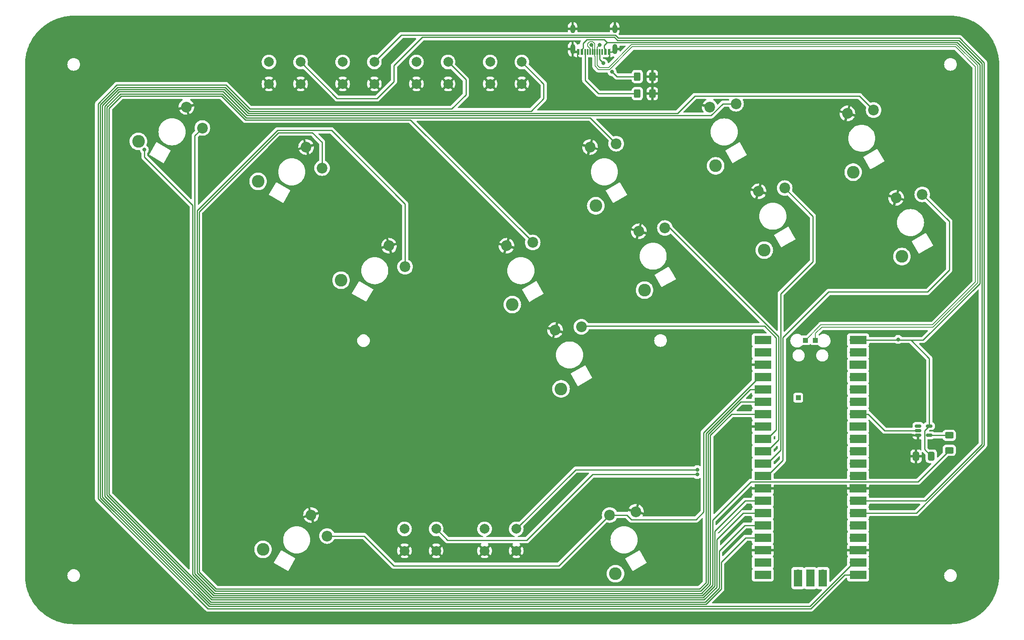
<source format=gtl>
%TF.GenerationSoftware,KiCad,Pcbnew,7.0.2*%
%TF.CreationDate,2023-06-22T21:43:46+09:00*%
%TF.ProjectId,mana-board-kicad,6d616e61-2d62-46f6-9172-642d6b696361,rev?*%
%TF.SameCoordinates,Original*%
%TF.FileFunction,Copper,L1,Top*%
%TF.FilePolarity,Positive*%
%FSLAX46Y46*%
G04 Gerber Fmt 4.6, Leading zero omitted, Abs format (unit mm)*
G04 Created by KiCad (PCBNEW 7.0.2) date 2023-06-22 21:43:46*
%MOMM*%
%LPD*%
G01*
G04 APERTURE LIST*
G04 Aperture macros list*
%AMRoundRect*
0 Rectangle with rounded corners*
0 $1 Rounding radius*
0 $2 $3 $4 $5 $6 $7 $8 $9 X,Y pos of 4 corners*
0 Add a 4 corners polygon primitive as box body*
4,1,4,$2,$3,$4,$5,$6,$7,$8,$9,$2,$3,0*
0 Add four circle primitives for the rounded corners*
1,1,$1+$1,$2,$3*
1,1,$1+$1,$4,$5*
1,1,$1+$1,$6,$7*
1,1,$1+$1,$8,$9*
0 Add four rect primitives between the rounded corners*
20,1,$1+$1,$2,$3,$4,$5,0*
20,1,$1+$1,$4,$5,$6,$7,0*
20,1,$1+$1,$6,$7,$8,$9,0*
20,1,$1+$1,$8,$9,$2,$3,0*%
G04 Aperture macros list end*
%TA.AperFunction,ComponentPad*%
%ADD10C,2.600000*%
%TD*%
%TA.AperFunction,ComponentPad*%
%ADD11C,2.200000*%
%TD*%
%TA.AperFunction,SMDPad,CuDef*%
%ADD12RoundRect,0.250000X0.412500X0.650000X-0.412500X0.650000X-0.412500X-0.650000X0.412500X-0.650000X0*%
%TD*%
%TA.AperFunction,SMDPad,CuDef*%
%ADD13RoundRect,0.250000X0.400000X0.625000X-0.400000X0.625000X-0.400000X-0.625000X0.400000X-0.625000X0*%
%TD*%
%TA.AperFunction,ComponentPad*%
%ADD14R,1.000000X1.000000*%
%TD*%
%TA.AperFunction,ComponentPad*%
%ADD15C,2.000000*%
%TD*%
%TA.AperFunction,SMDPad,CuDef*%
%ADD16RoundRect,0.250000X-0.625000X0.400000X-0.625000X-0.400000X0.625000X-0.400000X0.625000X0.400000X0*%
%TD*%
%TA.AperFunction,ComponentPad*%
%ADD17O,1.700000X1.700000*%
%TD*%
%TA.AperFunction,SMDPad,CuDef*%
%ADD18R,3.500000X1.700000*%
%TD*%
%TA.AperFunction,ComponentPad*%
%ADD19R,1.700000X1.700000*%
%TD*%
%TA.AperFunction,SMDPad,CuDef*%
%ADD20R,1.700000X3.500000*%
%TD*%
%TA.AperFunction,SMDPad,CuDef*%
%ADD21R,0.600000X1.150000*%
%TD*%
%TA.AperFunction,SMDPad,CuDef*%
%ADD22R,0.300000X1.150000*%
%TD*%
%TA.AperFunction,ComponentPad*%
%ADD23O,1.000000X2.100000*%
%TD*%
%TA.AperFunction,ComponentPad*%
%ADD24O,1.000000X1.800000*%
%TD*%
%TA.AperFunction,SMDPad,CuDef*%
%ADD25RoundRect,0.150000X-0.512500X-0.150000X0.512500X-0.150000X0.512500X0.150000X-0.512500X0.150000X0*%
%TD*%
%TA.AperFunction,ViaPad*%
%ADD26C,0.800000*%
%TD*%
%TA.AperFunction,Conductor*%
%ADD27C,0.250000*%
%TD*%
%TA.AperFunction,Conductor*%
%ADD28C,0.200000*%
%TD*%
G04 APERTURE END LIST*
D10*
%TO.P,B1,*%
%TO.N,*%
X165792967Y-109656184D03*
D11*
%TO.P,B1,1,1*%
%TO.N,GND*%
X164598094Y-97586603D03*
%TO.P,B1,2,2*%
%TO.N,Net-(U1-GPIO6)*%
X169978221Y-96905256D03*
%TD*%
D12*
%TO.P,C1,1*%
%TO.N,5V*%
X241812500Y-123500000D03*
%TO.P,C1,2*%
%TO.N,GND*%
X238687500Y-123500000D03*
%TD*%
D10*
%TO.P,B3,*%
%TO.N,*%
X155792968Y-92335677D03*
D11*
%TO.P,B3,1,1*%
%TO.N,GND*%
X154598095Y-80266096D03*
%TO.P,B3,2,2*%
%TO.N,Net-(U1-GPIO10)*%
X159978222Y-79584749D03*
%TD*%
D13*
%TO.P,R4,1*%
%TO.N,GND*%
X184550000Y-45500000D03*
%TO.P,R4,2*%
%TO.N,Net-(USB1-CC1)*%
X181450000Y-45500000D03*
%TD*%
D14*
%TO.P,TP6,1,1*%
%TO.N,Net-(BOOTSEL1-Pad2)*%
X214500000Y-111470000D03*
%TD*%
D15*
%TO.P,S1,1,1*%
%TO.N,Net-(U1-GPIO16)*%
X136110000Y-42500000D03*
X142610000Y-42500000D03*
%TO.P,S1,2,2*%
%TO.N,GND*%
X136110000Y-47000000D03*
X142610000Y-47000000D03*
%TD*%
D16*
%TO.P,R6,1*%
%TO.N,Net-(U2-Y)*%
X245500000Y-119200000D03*
%TO.P,R6,2*%
%TO.N,RGBDATA_5V*%
X245500000Y-122300000D03*
%TD*%
D15*
%TO.P,S2,1,1*%
%TO.N,Net-(U1-GPIO17)*%
X151250000Y-42500000D03*
X157750000Y-42500000D03*
%TO.P,S2,2,2*%
%TO.N,GND*%
X151250000Y-47000000D03*
X157750000Y-47000000D03*
%TD*%
D10*
%TO.P,B4,*%
%TO.N,*%
X172943602Y-72041447D03*
D11*
%TO.P,B4,1,1*%
%TO.N,GND*%
X171748729Y-59971866D03*
%TO.P,B4,2,2*%
%TO.N,Net-(U1-GPIO11)*%
X177128856Y-59290519D03*
%TD*%
D17*
%TO.P,U1,1,GPIO0*%
%TO.N,unconnected-(U1-GPIO0-Pad1)*%
X208110000Y-99620000D03*
D18*
X207210000Y-99620000D03*
D17*
%TO.P,U1,2,GPIO1*%
%TO.N,unconnected-(U1-GPIO1-Pad2)*%
X208110000Y-102160000D03*
D18*
X207210000Y-102160000D03*
D19*
%TO.P,U1,3,GND*%
%TO.N,GND*%
X208110000Y-104700000D03*
D18*
X207210000Y-104700000D03*
D17*
%TO.P,U1,4,GPIO2*%
%TO.N,Net-(U1-GPIO2)*%
X208110000Y-107240000D03*
D18*
X207210000Y-107240000D03*
D17*
%TO.P,U1,5,GPIO3*%
%TO.N,Net-(U1-GPIO3)*%
X208110000Y-109780000D03*
D18*
X207210000Y-109780000D03*
D17*
%TO.P,U1,6,GPIO4*%
%TO.N,Net-(U1-GPIO4)*%
X208110000Y-112320000D03*
D18*
X207210000Y-112320000D03*
D17*
%TO.P,U1,7,GPIO5*%
%TO.N,Net-(U1-GPIO5)*%
X208110000Y-114860000D03*
D18*
X207210000Y-114860000D03*
D19*
%TO.P,U1,8,GND*%
%TO.N,GND*%
X208110000Y-117400000D03*
D18*
X207210000Y-117400000D03*
D17*
%TO.P,U1,9,GPIO6*%
%TO.N,Net-(U1-GPIO6)*%
X208110000Y-119940000D03*
D18*
X207210000Y-119940000D03*
D17*
%TO.P,U1,10,GPIO7*%
%TO.N,Net-(U1-GPIO7)*%
X208110000Y-122480000D03*
D18*
X207210000Y-122480000D03*
D17*
%TO.P,U1,11,GPIO8*%
%TO.N,Net-(U1-GPIO8)*%
X208110000Y-125020000D03*
D18*
X207210000Y-125020000D03*
D17*
%TO.P,U1,12,GPIO9*%
%TO.N,Net-(U1-GPIO9)*%
X208110000Y-127560000D03*
D18*
X207210000Y-127560000D03*
D19*
%TO.P,U1,13,GND*%
%TO.N,GND*%
X208110000Y-130100000D03*
D18*
X207210000Y-130100000D03*
D17*
%TO.P,U1,14,GPIO10*%
%TO.N,Net-(U1-GPIO10)*%
X208110000Y-132640000D03*
D18*
X207210000Y-132640000D03*
D17*
%TO.P,U1,15,GPIO11*%
%TO.N,Net-(U1-GPIO11)*%
X208110000Y-135180000D03*
D18*
X207210000Y-135180000D03*
D17*
%TO.P,U1,16,GPIO12*%
%TO.N,Net-(U1-GPIO12)*%
X208110000Y-137720000D03*
D18*
X207210000Y-137720000D03*
D17*
%TO.P,U1,17,GPIO13*%
%TO.N,Net-(U1-GPIO13)*%
X208110000Y-140260000D03*
D18*
X207210000Y-140260000D03*
D19*
%TO.P,U1,18,GND*%
%TO.N,GND*%
X208110000Y-142800000D03*
D18*
X207210000Y-142800000D03*
D17*
%TO.P,U1,19,GPIO14*%
%TO.N,unconnected-(U1-GPIO14-Pad19)*%
X208110000Y-145340000D03*
D18*
X207210000Y-145340000D03*
D17*
%TO.P,U1,20,GPIO15*%
%TO.N,unconnected-(U1-GPIO15-Pad20)*%
X208110000Y-147880000D03*
D18*
X207210000Y-147880000D03*
D17*
%TO.P,U1,21,GPIO16*%
%TO.N,Net-(U1-GPIO16)*%
X225890000Y-147880000D03*
D18*
X226790000Y-147880000D03*
D17*
%TO.P,U1,22,GPIO17*%
%TO.N,Net-(U1-GPIO17)*%
X225890000Y-145340000D03*
D18*
X226790000Y-145340000D03*
D19*
%TO.P,U1,23,GND*%
%TO.N,GND*%
X225890000Y-142800000D03*
D18*
X226790000Y-142800000D03*
D17*
%TO.P,U1,24,GPIO18*%
%TO.N,Net-(U1-GPIO18)*%
X225890000Y-140260000D03*
D18*
X226790000Y-140260000D03*
D17*
%TO.P,U1,25,GPIO19*%
%TO.N,Net-(U1-GPIO19)*%
X225890000Y-137720000D03*
D18*
X226790000Y-137720000D03*
D17*
%TO.P,U1,26,GPIO20*%
%TO.N,Net-(U1-GPIO20)*%
X225890000Y-135180000D03*
D18*
X226790000Y-135180000D03*
D17*
%TO.P,U1,27,GPIO21*%
%TO.N,Net-(U1-GPIO21)*%
X225890000Y-132640000D03*
D18*
X226790000Y-132640000D03*
D19*
%TO.P,U1,28,GND*%
%TO.N,GND*%
X225890000Y-130100000D03*
D18*
X226790000Y-130100000D03*
D17*
%TO.P,U1,29,GPIO22*%
%TO.N,unconnected-(U1-GPIO22-Pad29)*%
X225890000Y-127560000D03*
D18*
X226790000Y-127560000D03*
D17*
%TO.P,U1,30,RUN*%
%TO.N,Net-(U1-RUN)*%
X225890000Y-125020000D03*
D18*
X226790000Y-125020000D03*
D17*
%TO.P,U1,31,GPIO26_ADC0*%
%TO.N,unconnected-(U1-GPIO26_ADC0-Pad31)*%
X225890000Y-122480000D03*
D18*
X226790000Y-122480000D03*
D17*
%TO.P,U1,32,GPIO27_ADC1*%
%TO.N,unconnected-(U1-GPIO27_ADC1-Pad32)*%
X225890000Y-119940000D03*
D18*
X226790000Y-119940000D03*
D19*
%TO.P,U1,33,AGND*%
%TO.N,unconnected-(U1-AGND-Pad33)*%
X225890000Y-117400000D03*
D18*
X226790000Y-117400000D03*
D17*
%TO.P,U1,34,GPIO28_ADC2*%
%TO.N,RGBDATA*%
X225890000Y-114860000D03*
D18*
X226790000Y-114860000D03*
D17*
%TO.P,U1,35,ADC_VREF*%
%TO.N,unconnected-(U1-ADC_VREF-Pad35)*%
X225890000Y-112320000D03*
D18*
X226790000Y-112320000D03*
D17*
%TO.P,U1,36,3V3*%
%TO.N,3.3V*%
X225890000Y-109780000D03*
D18*
X226790000Y-109780000D03*
D17*
%TO.P,U1,37,3V3_EN*%
%TO.N,unconnected-(U1-3V3_EN-Pad37)*%
X225890000Y-107240000D03*
D18*
X226790000Y-107240000D03*
D19*
%TO.P,U1,38,GND*%
%TO.N,unconnected-(U1-GND-Pad38)*%
X225890000Y-104700000D03*
D18*
X226790000Y-104700000D03*
D17*
%TO.P,U1,39,VSYS*%
%TO.N,unconnected-(U1-VSYS-Pad39)*%
X225890000Y-102160000D03*
D18*
X226790000Y-102160000D03*
D17*
%TO.P,U1,40,VBUS*%
%TO.N,5V*%
X225890000Y-99620000D03*
D18*
X226790000Y-99620000D03*
D17*
%TO.P,U1,41,SWCLK*%
%TO.N,unconnected-(U1-SWCLK-Pad41)*%
X214460000Y-147650000D03*
D20*
X214460000Y-148550000D03*
D19*
%TO.P,U1,42,GND*%
%TO.N,unconnected-(U1-GND-Pad42)*%
X217000000Y-147650000D03*
D20*
X217000000Y-148550000D03*
D17*
%TO.P,U1,43,SWDIO*%
%TO.N,unconnected-(U1-SWDIO-Pad43)*%
X219540000Y-147650000D03*
D20*
X219540000Y-148550000D03*
%TD*%
D10*
%TO.P,L2,*%
%TO.N,*%
X235779873Y-82460031D03*
D11*
%TO.P,L2,1,1*%
%TO.N,GND*%
X234585000Y-70390450D03*
%TO.P,L2,2,2*%
%TO.N,Net-(U1-GPIO9)*%
X239965127Y-69709103D03*
%TD*%
D10*
%TO.P,R2,*%
%TO.N,*%
X207529873Y-81154628D03*
D11*
%TO.P,R2,1,1*%
%TO.N,GND*%
X206335000Y-69085047D03*
%TO.P,R2,2,2*%
%TO.N,Net-(U1-GPIO8)*%
X211715127Y-68403700D03*
%TD*%
D10*
%TO.P,UP2,*%
%TO.N,*%
X176980968Y-147636677D03*
D11*
%TO.P,UP2,1,1*%
%TO.N,Net-(U1-GPIO2)*%
X175786095Y-135567096D03*
%TO.P,UP2,2,2*%
%TO.N,GND*%
X181166222Y-134885749D03*
%TD*%
D13*
%TO.P,R5,1*%
%TO.N,GND*%
X184550000Y-49000000D03*
%TO.P,R5,2*%
%TO.N,Net-(USB1-CC2)*%
X181450000Y-49000000D03*
%TD*%
D10*
%TO.P,LEFT1,*%
%TO.N,*%
X79028547Y-58810962D03*
D11*
%TO.P,LEFT1,1,1*%
%TO.N,GND*%
X88883674Y-51741381D03*
%TO.P,LEFT1,2,2*%
%TO.N,Net-(U1-GPIO5)*%
X92163801Y-56060034D03*
%TD*%
D15*
%TO.P,A1,1,1*%
%TO.N,Net-(U1-GPIO20)*%
X120970000Y-42500000D03*
X127470000Y-42500000D03*
%TO.P,A1,2,2*%
%TO.N,GND*%
X120970000Y-47000000D03*
X127470000Y-47000000D03*
%TD*%
D10*
%TO.P,R1,*%
%TO.N,*%
X197529873Y-63834121D03*
D11*
%TO.P,R1,1,1*%
%TO.N,GND*%
X196335000Y-51764540D03*
%TO.P,R1,2,2*%
%TO.N,Net-(U1-GPIO12)*%
X201715127Y-51083193D03*
%TD*%
D21*
%TO.P,USB1,A1,GND*%
%TO.N,GND*%
X175700000Y-40430000D03*
%TO.P,USB1,A4,VBUS*%
%TO.N,5V*%
X174900000Y-40430000D03*
D22*
%TO.P,USB1,A5,CC1*%
%TO.N,Net-(USB1-CC1)*%
X173750000Y-40430000D03*
%TO.P,USB1,A6,D+*%
%TO.N,/Pi D+*%
X172750000Y-40430000D03*
%TO.P,USB1,A7,D-*%
%TO.N,/Pi D-*%
X172250000Y-40430000D03*
%TO.P,USB1,A8,SBU1*%
%TO.N,unconnected-(USB1-SBU1-PadA8)*%
X171250000Y-40430000D03*
D21*
%TO.P,USB1,A9,VBUS*%
%TO.N,5V*%
X170100000Y-40430000D03*
%TO.P,USB1,A12,GND*%
%TO.N,GND*%
X169300000Y-40430000D03*
%TO.P,USB1,B1,GND*%
X169300000Y-40430000D03*
%TO.P,USB1,B4,VBUS*%
%TO.N,5V*%
X170100000Y-40430000D03*
D22*
%TO.P,USB1,B5,CC2*%
%TO.N,Net-(USB1-CC2)*%
X170750000Y-40430000D03*
%TO.P,USB1,B6,D+*%
%TO.N,/Pi D+*%
X171750000Y-40430000D03*
%TO.P,USB1,B7,D-*%
%TO.N,/Pi D-*%
X173250000Y-40430000D03*
%TO.P,USB1,B8,SBU2*%
%TO.N,unconnected-(USB1-SBU2-PadB8)*%
X174250000Y-40430000D03*
D21*
%TO.P,USB1,B9,VBUS*%
%TO.N,5V*%
X174900000Y-40430000D03*
%TO.P,USB1,B12,GND*%
%TO.N,GND*%
X175700000Y-40430000D03*
D23*
%TO.P,USB1,S1,SHIELD*%
X176820000Y-39855000D03*
D24*
X176820000Y-35675000D03*
D23*
X168180000Y-39855000D03*
D24*
X168180000Y-35675000D03*
%TD*%
D10*
%TO.P,UP1,*%
%TO.N,*%
X104622050Y-142636677D03*
D11*
%TO.P,UP1,1,1*%
%TO.N,GND*%
X114477177Y-135567096D03*
%TO.P,UP1,2,2*%
%TO.N,Net-(U1-GPIO2)*%
X117757304Y-139885749D03*
%TD*%
D15*
%TO.P,R3,1,1*%
%TO.N,Net-(U1-GPIO19)*%
X150104703Y-138426646D03*
X156604703Y-138426646D03*
%TO.P,R3,2,2*%
%TO.N,GND*%
X150104703Y-142926646D03*
X156604703Y-142926646D03*
%TD*%
%TO.P,L3,1,1*%
%TO.N,Net-(U1-GPIO18)*%
X133658567Y-138426646D03*
X140158567Y-138426646D03*
%TO.P,L3,2,2*%
%TO.N,GND*%
X133658567Y-142926646D03*
X140158567Y-142926646D03*
%TD*%
%TO.P,A2,1,1*%
%TO.N,Net-(U1-GPIO21)*%
X105830000Y-42500000D03*
X112330000Y-42500000D03*
%TO.P,A2,2,2*%
%TO.N,GND*%
X105830000Y-47000000D03*
X112330000Y-47000000D03*
%TD*%
D10*
%TO.P,RIGHT1,*%
%TO.N,*%
X120642968Y-87335677D03*
D11*
%TO.P,RIGHT1,1,1*%
%TO.N,GND*%
X130498095Y-80266096D03*
%TO.P,RIGHT1,2,2*%
%TO.N,Net-(U1-GPIO4)*%
X133778222Y-84584749D03*
%TD*%
D14*
%TO.P,TP3,1,1*%
%TO.N,/Pi D+*%
X216000000Y-99669999D03*
%TD*%
D25*
%TO.P,U2,1,NC*%
%TO.N,unconnected-(U2-NC-Pad1)*%
X239112500Y-117300000D03*
%TO.P,U2,2,A*%
%TO.N,RGBDATA*%
X239112500Y-118250000D03*
%TO.P,U2,3,GND*%
%TO.N,GND*%
X239112500Y-119200000D03*
%TO.P,U2,4,Y*%
%TO.N,Net-(U2-Y)*%
X241387500Y-119200000D03*
%TO.P,U2,5,VCC*%
%TO.N,5V*%
X241387500Y-117300000D03*
%TD*%
D10*
%TO.P,B2,*%
%TO.N,*%
X182943602Y-89361955D03*
D11*
%TO.P,B2,1,1*%
%TO.N,GND*%
X181748729Y-77292374D03*
%TO.P,B2,2,2*%
%TO.N,Net-(U1-GPIO7)*%
X187128856Y-76611027D03*
%TD*%
D14*
%TO.P,TP2,1,1*%
%TO.N,/Pi D-*%
X218000001Y-99669998D03*
%TD*%
D10*
%TO.P,DOWN1,*%
%TO.N,*%
X103609096Y-67035499D03*
D11*
%TO.P,DOWN1,1,1*%
%TO.N,GND*%
X113464223Y-59965918D03*
%TO.P,DOWN1,2,2*%
%TO.N,Net-(U1-GPIO3)*%
X116744350Y-64284571D03*
%TD*%
D10*
%TO.P,L1,*%
%TO.N,*%
X225779873Y-65139524D03*
D11*
%TO.P,L1,1,1*%
%TO.N,GND*%
X224585000Y-53069943D03*
%TO.P,L1,2,2*%
%TO.N,Net-(U1-GPIO13)*%
X229965127Y-52388596D03*
%TD*%
D26*
%TO.N,GND*%
X238500000Y-123500000D03*
X202250000Y-65500000D03*
X170659929Y-111211010D03*
X177500000Y-73750000D03*
X240646835Y-84014858D03*
X230646836Y-66694350D03*
X80000000Y-63750000D03*
X212396835Y-82709454D03*
X121750000Y-92250000D03*
X187810564Y-90916781D03*
X181500000Y-149250000D03*
X105500000Y-147500000D03*
X104750000Y-72000000D03*
X160500000Y-94000000D03*
%TO.N,Net-(U1-GPIO18)*%
X193750000Y-127249503D03*
%TO.N,Net-(U1-GPIO19)*%
X193750000Y-126250000D03*
%TO.N,5V*%
X235000000Y-99500000D03*
%TO.N,Net-(USB1-CC1)*%
X174500000Y-42750000D03*
X176281317Y-44526126D03*
%TO.N,/Pi D-*%
X173750000Y-39000000D03*
X172000000Y-39000000D03*
%TO.N,RGBDATA_5V*%
X80250000Y-60500000D03*
%TD*%
D27*
%TO.N,Net-(U1-GPIO2)*%
X195100000Y-118640000D02*
X206500000Y-107240000D01*
X195100000Y-133000000D02*
X195100000Y-118640000D01*
X208110000Y-107240000D02*
X206500000Y-107240000D01*
X180250000Y-136500000D02*
X193500000Y-136500000D01*
X179317096Y-135567096D02*
X180250000Y-136500000D01*
X131478502Y-146000000D02*
X125364251Y-139885749D01*
X175786095Y-135567096D02*
X179317096Y-135567096D01*
X193500000Y-136500000D02*
X195100000Y-134900000D01*
X165353191Y-146000000D02*
X161500000Y-146000000D01*
X175786095Y-135567096D02*
X165353191Y-146000000D01*
X161500000Y-146000000D02*
X131478502Y-146000000D01*
X125364251Y-139885749D02*
X117757304Y-139885749D01*
X195100000Y-134900000D02*
X195100000Y-133000000D01*
%TO.N,Net-(U1-GPIO20)*%
X132995000Y-36975000D02*
X127470000Y-42500000D01*
X225890000Y-135180000D02*
X238706396Y-135180000D01*
X176929518Y-36975000D02*
X132995000Y-36975000D01*
X252650000Y-42627208D02*
X247622292Y-37599500D01*
X238706396Y-135180000D02*
X252650000Y-121236396D01*
X252650000Y-121236396D02*
X252650000Y-42627208D01*
X177554018Y-37599500D02*
X176929518Y-36975000D01*
X247622292Y-37599500D02*
X177554018Y-37599500D01*
%TO.N,Net-(U1-GPIO21)*%
X137325000Y-37425000D02*
X131500000Y-43250000D01*
X240610000Y-132640000D02*
X252200000Y-121050000D01*
X131500000Y-46500000D02*
X128000000Y-50000000D01*
X128000000Y-50000000D02*
X119830000Y-50000000D01*
X131500000Y-43250000D02*
X131500000Y-46500000D01*
X247435896Y-38049500D02*
X177367622Y-38049500D01*
X252200000Y-42813604D02*
X247435896Y-38049500D01*
X252200000Y-121050000D02*
X252200000Y-42813604D01*
X176743122Y-37425000D02*
X137325000Y-37425000D01*
X177367622Y-38049500D02*
X176743122Y-37425000D01*
X119830000Y-50000000D02*
X112330000Y-42500000D01*
X225890000Y-132640000D02*
X240610000Y-132640000D01*
%TO.N,GND*%
X176245000Y-40430000D02*
X176820000Y-39855000D01*
X168755000Y-40430000D02*
X168180000Y-39855000D01*
X169300000Y-40430000D02*
X168755000Y-40430000D01*
X175700000Y-40430000D02*
X176245000Y-40430000D01*
%TO.N,Net-(U1-GPIO6)*%
X210000000Y-99160000D02*
X207590000Y-96750000D01*
X207590000Y-96750000D02*
X170133477Y-96750000D01*
X170133477Y-96750000D02*
X169978221Y-96905256D01*
X210000000Y-118050000D02*
X210000000Y-99160000D01*
X208110000Y-119940000D02*
X210000000Y-118050000D01*
%TO.N,Net-(U1-GPIO7)*%
X188087423Y-76611027D02*
X187128856Y-76611027D01*
X210450000Y-98973604D02*
X188087423Y-76611027D01*
X208110000Y-122480000D02*
X210450000Y-120140000D01*
X210450000Y-120140000D02*
X210450000Y-98973604D01*
%TO.N,Net-(U1-GPIO10)*%
X208110000Y-132640000D02*
X203610000Y-132640000D01*
X134900000Y-54400000D02*
X159978222Y-79478222D01*
X94254416Y-152550000D02*
X73000000Y-131295584D01*
X194995584Y-152550000D02*
X94254416Y-152550000D01*
X100990812Y-54400000D02*
X134900000Y-54400000D01*
X197350000Y-138900000D02*
X197350000Y-150195584D01*
X203610000Y-132640000D02*
X197350000Y-138900000D01*
X96090812Y-49500000D02*
X100990812Y-54400000D01*
X73000000Y-52000000D02*
X75500000Y-49500000D01*
X197350000Y-150195584D02*
X194995584Y-152550000D01*
X73000000Y-131295584D02*
X73000000Y-52000000D01*
X159978222Y-79478222D02*
X159978222Y-79584749D01*
X75500000Y-49500000D02*
X96090812Y-49500000D01*
%TO.N,Net-(U1-GPIO11)*%
X197800000Y-140593198D02*
X197800000Y-150381980D01*
X195181980Y-153000000D02*
X94068020Y-153000000D01*
X171788337Y-53950000D02*
X177128856Y-59290519D01*
X96277208Y-49050000D02*
X101177208Y-53950000D01*
X72550000Y-51813604D02*
X75313604Y-49050000D01*
X75313604Y-49050000D02*
X96277208Y-49050000D01*
X94068020Y-153000000D02*
X72550000Y-131481980D01*
X101177208Y-53950000D02*
X171788337Y-53950000D01*
X208110000Y-135180000D02*
X203213198Y-135180000D01*
X197800000Y-150381980D02*
X195181980Y-153000000D01*
X72550000Y-131481980D02*
X72550000Y-51813604D01*
X203213198Y-135180000D02*
X197800000Y-140593198D01*
%TO.N,Net-(U1-GPIO3)*%
X114750000Y-57000000D02*
X115500000Y-57750000D01*
X195550000Y-149450000D02*
X194250000Y-150750000D01*
X194250000Y-150750000D02*
X95000000Y-150750000D01*
X208110000Y-109780000D02*
X204596396Y-109780000D01*
X204596396Y-109780000D02*
X195550000Y-118826396D01*
X95000000Y-150750000D02*
X91500000Y-147250000D01*
X115500000Y-57750000D02*
X115500000Y-57761300D01*
X91500000Y-147250000D02*
X91500000Y-73250000D01*
X107750000Y-57000000D02*
X114750000Y-57000000D01*
X115500000Y-57761300D02*
X116744350Y-59005650D01*
X195550000Y-118826396D02*
X195550000Y-149450000D01*
X116744350Y-59005650D02*
X116744350Y-64284571D01*
X91500000Y-73250000D02*
X107750000Y-57000000D01*
%TO.N,Net-(U1-GPIO13)*%
X96650000Y-48150000D02*
X101550000Y-53050000D01*
X193250000Y-49500000D02*
X227076531Y-49500000D01*
X195554772Y-153900000D02*
X93695228Y-153900000D01*
X198700000Y-150754772D02*
X195554772Y-153900000D01*
X227076531Y-49500000D02*
X229965127Y-52388596D01*
X203690000Y-140260000D02*
X198700000Y-145250000D01*
X71650000Y-131854772D02*
X71650000Y-51440812D01*
X71650000Y-51440812D02*
X74940812Y-48150000D01*
X198700000Y-145250000D02*
X198700000Y-150754772D01*
X93695228Y-153900000D02*
X71650000Y-131854772D01*
X208110000Y-140260000D02*
X203690000Y-140260000D01*
X101550000Y-53050000D02*
X189700000Y-53050000D01*
X189700000Y-53050000D02*
X193250000Y-49500000D01*
X74940812Y-48150000D02*
X96650000Y-48150000D01*
%TO.N,Net-(U1-GPIO9)*%
X220750000Y-89750000D02*
X241000000Y-89750000D01*
X211350000Y-124320000D02*
X211350000Y-99150000D01*
X245500000Y-75243976D02*
X239965127Y-69709103D01*
X245500000Y-85250000D02*
X245500000Y-75243976D01*
X211350000Y-99150000D02*
X220750000Y-89750000D01*
X241000000Y-89750000D02*
X245500000Y-85250000D01*
X208110000Y-127560000D02*
X211350000Y-124320000D01*
%TO.N,Net-(U1-GPIO18)*%
X158750000Y-140750000D02*
X142481921Y-140750000D01*
X193750000Y-127249503D02*
X172250497Y-127249503D01*
X142481921Y-140750000D02*
X140158567Y-138426646D01*
X172250497Y-127249503D02*
X158750000Y-140750000D01*
%TO.N,Net-(U1-GPIO4)*%
X91050000Y-73063604D02*
X107563604Y-56550000D01*
X196000000Y-149636396D02*
X194436396Y-151200000D01*
X196000000Y-119012792D02*
X196000000Y-149636396D01*
X91050000Y-147436396D02*
X91050000Y-73063604D01*
X107563604Y-56550000D02*
X118686396Y-56550000D01*
X118686396Y-56550000D02*
X133778222Y-71641826D01*
X194436396Y-151200000D02*
X94813604Y-151200000D01*
X202692792Y-112320000D02*
X196000000Y-119012792D01*
X94813604Y-151200000D02*
X91050000Y-147436396D01*
X208110000Y-112320000D02*
X202692792Y-112320000D01*
X133778222Y-71641826D02*
X133778222Y-84584749D01*
%TO.N,Net-(U1-GPIO12)*%
X208110000Y-137720000D02*
X203530000Y-137720000D01*
X101363604Y-53500000D02*
X196614795Y-53500000D01*
X75127208Y-48600000D02*
X96463604Y-48600000D01*
X72100000Y-51627208D02*
X75127208Y-48600000D01*
X203530000Y-137720000D02*
X198250000Y-143000000D01*
X196614795Y-53500000D02*
X199031602Y-51083193D01*
X198250000Y-150568376D02*
X195368376Y-153450000D01*
X96463604Y-48600000D02*
X101363604Y-53500000D01*
X72100000Y-131668376D02*
X72100000Y-51627208D01*
X195368376Y-153450000D02*
X93881624Y-153450000D01*
X93881624Y-153450000D02*
X72100000Y-131668376D01*
X199031602Y-51083193D02*
X201715127Y-51083193D01*
X198250000Y-143000000D02*
X198250000Y-150568376D01*
%TO.N,Net-(U1-GPIO8)*%
X217500000Y-83500000D02*
X217500000Y-74188573D01*
X208110000Y-125020000D02*
X210900000Y-122230000D01*
X210900000Y-90100000D02*
X217500000Y-83500000D01*
X210900000Y-122230000D02*
X210900000Y-90100000D01*
X217500000Y-74188573D02*
X211715127Y-68403700D01*
%TO.N,Net-(U1-GPIO19)*%
X168781349Y-126250000D02*
X156604703Y-138426646D01*
X193750000Y-126250000D02*
X168781349Y-126250000D01*
%TO.N,Net-(U1-GPIO5)*%
X90600000Y-147622792D02*
X90600000Y-57623835D01*
X208110000Y-114860000D02*
X200789188Y-114860000D01*
X196450000Y-149822792D02*
X194622792Y-151650000D01*
X194622792Y-151650000D02*
X94627208Y-151650000D01*
X196450000Y-119199188D02*
X196450000Y-149822792D01*
X90600000Y-57623835D02*
X92163801Y-56060034D01*
X94627208Y-151650000D02*
X90600000Y-147622792D01*
X200789188Y-114860000D02*
X196450000Y-119199188D01*
%TO.N,Net-(U1-GPIO16)*%
X143350000Y-52150000D02*
X146250000Y-49250000D01*
X97022792Y-47250000D02*
X101922792Y-52150000D01*
X225890000Y-147880000D02*
X223986396Y-147880000D01*
X74568020Y-47250000D02*
X97022792Y-47250000D01*
X93322436Y-154800000D02*
X70750000Y-132227564D01*
X70750000Y-132227564D02*
X70750000Y-51068020D01*
X146250000Y-46140000D02*
X142610000Y-42500000D01*
X217066396Y-154800000D02*
X93322436Y-154800000D01*
X223986396Y-147880000D02*
X217066396Y-154800000D01*
X146250000Y-49250000D02*
X146250000Y-46140000D01*
X70750000Y-51068020D02*
X74568020Y-47250000D01*
X101922792Y-52150000D02*
X143350000Y-52150000D01*
%TO.N,Net-(U1-GPIO17)*%
X162250000Y-50000000D02*
X162250000Y-47000000D01*
X71200000Y-132041168D02*
X71200000Y-51254416D01*
X93508832Y-154350000D02*
X71200000Y-132041168D01*
X216880000Y-154350000D02*
X93508832Y-154350000D01*
X159650000Y-52600000D02*
X162250000Y-50000000D01*
X162250000Y-47000000D02*
X157750000Y-42500000D01*
X74754416Y-47700000D02*
X96836396Y-47700000D01*
X96836396Y-47700000D02*
X101736396Y-52600000D01*
X71200000Y-51254416D02*
X74754416Y-47700000D01*
X101736396Y-52600000D02*
X159650000Y-52600000D01*
X225890000Y-145340000D02*
X216880000Y-154350000D01*
%TO.N,5V*%
X240130000Y-99620000D02*
X235120000Y-99620000D01*
X170100000Y-40430000D02*
X170100000Y-39854949D01*
X174900000Y-40430000D02*
X174900000Y-39854949D01*
X241387500Y-103387500D02*
X241387500Y-117300000D01*
X251750000Y-43080760D02*
X251750000Y-88000000D01*
X234880000Y-99620000D02*
X225890000Y-99620000D01*
X174625000Y-37875000D02*
X175230000Y-38480000D01*
X175250000Y-38505051D02*
X175250000Y-38480000D01*
X177161726Y-38480000D02*
X177181226Y-38499500D01*
X251750000Y-88000000D02*
X240130000Y-99620000D01*
X237620000Y-99620000D02*
X241387500Y-103387500D01*
X240400000Y-122087500D02*
X241812500Y-123500000D01*
X235120000Y-99620000D02*
X235000000Y-99500000D01*
X241387500Y-117300000D02*
X240400000Y-118287500D01*
X240400000Y-118287500D02*
X240400000Y-122087500D01*
X174690000Y-39644949D02*
X174690000Y-39065051D01*
X170310000Y-38690000D02*
X171125000Y-37875000D01*
X247168740Y-38499500D02*
X251750000Y-43080760D01*
X174900000Y-39854949D02*
X174690000Y-39644949D01*
X225890000Y-99620000D02*
X237620000Y-99620000D01*
X170100000Y-39854949D02*
X170310000Y-39644949D01*
X174690000Y-39065051D02*
X175250000Y-38505051D01*
X171125000Y-37875000D02*
X174625000Y-37875000D01*
X235000000Y-99500000D02*
X234880000Y-99620000D01*
X170310000Y-39644949D02*
X170310000Y-38690000D01*
X177181226Y-38499500D02*
X247168740Y-38499500D01*
X175230000Y-38480000D02*
X177161726Y-38480000D01*
%TO.N,Net-(USB1-CC1)*%
X177255191Y-45500000D02*
X181450000Y-45500000D01*
X173750000Y-42000000D02*
X174500000Y-42750000D01*
X173750000Y-40430000D02*
X173750000Y-42000000D01*
X176281317Y-44526126D02*
X177255191Y-45500000D01*
D28*
%TO.N,/Pi D-*%
X251325500Y-87823460D02*
X242173960Y-96975000D01*
X219331396Y-96975000D02*
X218000001Y-98306395D01*
X173750000Y-39000000D02*
X173250000Y-39500000D01*
X172250000Y-39250000D02*
X172250000Y-40430000D01*
X173225000Y-43156800D02*
X173698211Y-43630011D01*
X172000000Y-39000000D02*
X172250000Y-39250000D01*
X218000001Y-98306395D02*
X218000001Y-99669998D01*
X242173960Y-96975000D02*
X219331396Y-96975000D01*
X180257300Y-38924500D02*
X246992700Y-38924500D01*
X246992700Y-38924500D02*
X251325500Y-43257300D01*
X173250000Y-41292501D02*
X173225000Y-41317501D01*
X173250000Y-40430000D02*
X173250000Y-41292501D01*
X175551789Y-43630011D02*
X180257300Y-38924500D01*
X173698211Y-43630011D02*
X175551789Y-43630011D01*
X173225000Y-41317501D02*
X173225000Y-43156800D01*
X251325500Y-43257300D02*
X251325500Y-87823460D01*
X173250000Y-39500000D02*
X173250000Y-40430000D01*
%TO.N,/Pi D+*%
X171750000Y-39739950D02*
X171750000Y-40430000D01*
X250875500Y-87707774D02*
X242058274Y-96525000D01*
X171300000Y-39289950D02*
X171750000Y-39739950D01*
X173511811Y-44080011D02*
X175738189Y-44080011D01*
X172775000Y-41317501D02*
X172775000Y-43343200D01*
X171300000Y-38710050D02*
X171300000Y-39289950D01*
X172750000Y-40430000D02*
X172750000Y-38760050D01*
X172750000Y-41292501D02*
X172775000Y-41317501D01*
X175738189Y-44080011D02*
X180443700Y-39374500D01*
X246806300Y-39374500D02*
X250875500Y-43443700D01*
X180443700Y-39374500D02*
X246806300Y-39374500D01*
X172775000Y-43343200D02*
X173511811Y-44080011D01*
X219144999Y-96525000D02*
X216000000Y-99669999D01*
X172289950Y-38300000D02*
X171710050Y-38300000D01*
X250875500Y-43443700D02*
X250875500Y-87707774D01*
X172750000Y-38760050D02*
X172289950Y-38300000D01*
X172750000Y-40430000D02*
X172750000Y-41292501D01*
X171710050Y-38300000D02*
X171300000Y-38710050D01*
X242058274Y-96525000D02*
X219144999Y-96525000D01*
D27*
%TO.N,Net-(USB1-CC2)*%
X170750000Y-40430000D02*
X170750000Y-46250000D01*
X173500000Y-49000000D02*
X181450000Y-49000000D01*
X170750000Y-46250000D02*
X173500000Y-49000000D01*
%TO.N,RGBDATA*%
X232250000Y-118250000D02*
X239112500Y-118250000D01*
X225890000Y-114860000D02*
X228860000Y-114860000D01*
X228860000Y-114860000D02*
X232250000Y-118250000D01*
%TO.N,RGBDATA_5V*%
X245500000Y-122300000D02*
X239065000Y-128735000D01*
X80250000Y-62000000D02*
X80250000Y-60500000D01*
X94440812Y-152100000D02*
X90150000Y-147809188D01*
X90150000Y-71900000D02*
X80250000Y-62000000D01*
X196900000Y-136600000D02*
X196900000Y-150009188D01*
X194809188Y-152100000D02*
X94440812Y-152100000D01*
X196900000Y-150009188D02*
X194809188Y-152100000D01*
X239065000Y-128735000D02*
X204765000Y-128735000D01*
X204765000Y-128735000D02*
X196900000Y-136600000D01*
X90150000Y-147809188D02*
X90150000Y-71900000D01*
%TO.N,Net-(U2-Y)*%
X241387500Y-119200000D02*
X245500000Y-119200000D01*
%TD*%
%TA.AperFunction,Conductor*%
%TO.N,GND*%
G36*
X204902540Y-115505185D02*
G01*
X204948295Y-115557989D01*
X204959501Y-115609499D01*
X204959501Y-115757872D01*
X204965909Y-115817483D01*
X205016204Y-115952331D01*
X205093890Y-116056106D01*
X205118307Y-116121569D01*
X205103456Y-116189842D01*
X205093890Y-116204726D01*
X205016648Y-116307908D01*
X204966400Y-116442628D01*
X204960355Y-116498857D01*
X204960000Y-116505481D01*
X204959999Y-117149999D01*
X204960000Y-117150000D01*
X207336000Y-117150000D01*
X207403039Y-117169685D01*
X207448794Y-117222489D01*
X207460000Y-117274000D01*
X207460000Y-117526000D01*
X207440315Y-117593039D01*
X207387511Y-117638794D01*
X207336000Y-117650000D01*
X204960000Y-117650000D01*
X204960000Y-118294518D01*
X204960354Y-118301132D01*
X204966400Y-118357371D01*
X205016647Y-118492089D01*
X205093890Y-118595272D01*
X205118307Y-118660737D01*
X205103455Y-118729010D01*
X205093890Y-118743894D01*
X205016204Y-118847668D01*
X204965910Y-118982515D01*
X204965909Y-118982517D01*
X204959500Y-119042127D01*
X204959500Y-119045448D01*
X204959500Y-119045449D01*
X204959500Y-120834560D01*
X204959500Y-120834578D01*
X204959501Y-120837872D01*
X204965909Y-120897483D01*
X205016204Y-121032331D01*
X205093578Y-121135689D01*
X205117995Y-121201154D01*
X205103143Y-121269427D01*
X205093578Y-121284309D01*
X205085290Y-121295382D01*
X205016204Y-121387668D01*
X204965909Y-121522516D01*
X204962166Y-121557334D01*
X204959500Y-121582127D01*
X204959500Y-121585448D01*
X204959500Y-121585449D01*
X204959500Y-123374560D01*
X204959500Y-123374578D01*
X204959501Y-123377872D01*
X204959853Y-123381152D01*
X204959854Y-123381159D01*
X204965909Y-123437484D01*
X204977397Y-123468285D01*
X205016204Y-123572331D01*
X205067270Y-123640546D01*
X205093577Y-123675688D01*
X205117994Y-123741153D01*
X205103142Y-123809426D01*
X205093578Y-123824309D01*
X205016204Y-123927669D01*
X204965910Y-124062515D01*
X204965909Y-124062517D01*
X204959500Y-124122127D01*
X204959500Y-124125448D01*
X204959500Y-124125449D01*
X204959500Y-125914560D01*
X204959500Y-125914578D01*
X204959501Y-125917872D01*
X204965909Y-125977483D01*
X205016204Y-126112331D01*
X205093577Y-126215688D01*
X205093578Y-126215689D01*
X205117995Y-126281154D01*
X205103143Y-126349427D01*
X205093578Y-126364311D01*
X205016204Y-126467668D01*
X204965910Y-126602515D01*
X204965909Y-126602517D01*
X204959500Y-126662127D01*
X204959500Y-126665448D01*
X204959500Y-126665449D01*
X204959500Y-127982914D01*
X204939815Y-128049953D01*
X204887011Y-128095708D01*
X204839395Y-128106853D01*
X204758867Y-128109383D01*
X204757112Y-128109439D01*
X204753219Y-128109500D01*
X204725650Y-128109500D01*
X204721794Y-128109986D01*
X204721791Y-128109987D01*
X204721735Y-128109994D01*
X204721662Y-128110003D01*
X204710043Y-128110917D01*
X204666372Y-128112289D01*
X204647128Y-128117880D01*
X204628084Y-128121824D01*
X204608208Y-128124335D01*
X204567600Y-128140413D01*
X204556554Y-128144194D01*
X204514610Y-128156382D01*
X204514607Y-128156383D01*
X204497365Y-128166579D01*
X204479904Y-128175133D01*
X204461267Y-128182512D01*
X204425931Y-128208185D01*
X204416174Y-128214595D01*
X204378580Y-128236829D01*
X204364413Y-128250996D01*
X204349624Y-128263626D01*
X204333413Y-128275404D01*
X204305572Y-128309058D01*
X204297711Y-128317697D01*
X197287181Y-135328228D01*
X197225858Y-135361713D01*
X197156166Y-135356729D01*
X197100233Y-135314857D01*
X197075816Y-135249393D01*
X197075500Y-135240547D01*
X197075500Y-119509639D01*
X197095185Y-119442600D01*
X197111819Y-119421958D01*
X201011959Y-115521819D01*
X201073282Y-115488334D01*
X201099640Y-115485500D01*
X204835501Y-115485500D01*
X204902540Y-115505185D01*
G37*
%TD.AperFunction*%
%TA.AperFunction,Conductor*%
G36*
X224483039Y-129380185D02*
G01*
X224528794Y-129432989D01*
X224540000Y-129484500D01*
X224540000Y-129850000D01*
X225444428Y-129850000D01*
X225421318Y-129885960D01*
X225380000Y-130026673D01*
X225380000Y-130173327D01*
X225421318Y-130314040D01*
X225444428Y-130350000D01*
X224540000Y-130350000D01*
X224540000Y-130994518D01*
X224540354Y-131001132D01*
X224546400Y-131057371D01*
X224596647Y-131192089D01*
X224673890Y-131295272D01*
X224698307Y-131360737D01*
X224683455Y-131429010D01*
X224673890Y-131443894D01*
X224596204Y-131547668D01*
X224545910Y-131682515D01*
X224545909Y-131682517D01*
X224539500Y-131742127D01*
X224539500Y-131745448D01*
X224539500Y-131745449D01*
X224539500Y-132575615D01*
X224539028Y-132586422D01*
X224534340Y-132639999D01*
X224539028Y-132693576D01*
X224539500Y-132704384D01*
X224539500Y-133534560D01*
X224539500Y-133534578D01*
X224539501Y-133537872D01*
X224545909Y-133597483D01*
X224596204Y-133732331D01*
X224664786Y-133823945D01*
X224673577Y-133835688D01*
X224697994Y-133901153D01*
X224683142Y-133969426D01*
X224673578Y-133984309D01*
X224596204Y-134087669D01*
X224545910Y-134222515D01*
X224545909Y-134222517D01*
X224539500Y-134282127D01*
X224539500Y-134285448D01*
X224539500Y-134285449D01*
X224539500Y-135115615D01*
X224539028Y-135126422D01*
X224534340Y-135179999D01*
X224539028Y-135233576D01*
X224539500Y-135244384D01*
X224539500Y-136074560D01*
X224539500Y-136074578D01*
X224539501Y-136077872D01*
X224539853Y-136081152D01*
X224539854Y-136081159D01*
X224545909Y-136137484D01*
X224554116Y-136159487D01*
X224596204Y-136272331D01*
X224613889Y-136295955D01*
X224673577Y-136375688D01*
X224697994Y-136441153D01*
X224683142Y-136509426D01*
X224673578Y-136524309D01*
X224596204Y-136627669D01*
X224545910Y-136762515D01*
X224545909Y-136762517D01*
X224539500Y-136822127D01*
X224539500Y-136825448D01*
X224539500Y-136825449D01*
X224539500Y-137655615D01*
X224539028Y-137666422D01*
X224534340Y-137719999D01*
X224539028Y-137773576D01*
X224539500Y-137784384D01*
X224539500Y-138614560D01*
X224539500Y-138614578D01*
X224539501Y-138617872D01*
X224545909Y-138677483D01*
X224596204Y-138812331D01*
X224652546Y-138887594D01*
X224673577Y-138915688D01*
X224697994Y-138981153D01*
X224683142Y-139049426D01*
X224673578Y-139064309D01*
X224596204Y-139167669D01*
X224545910Y-139302515D01*
X224545909Y-139302517D01*
X224539500Y-139362127D01*
X224539500Y-139365448D01*
X224539500Y-139365449D01*
X224539500Y-140195615D01*
X224539028Y-140206422D01*
X224534340Y-140259999D01*
X224539028Y-140313576D01*
X224539500Y-140324384D01*
X224539500Y-141154560D01*
X224539500Y-141154578D01*
X224539501Y-141157872D01*
X224539853Y-141161152D01*
X224539854Y-141161159D01*
X224545909Y-141217484D01*
X224592043Y-141341176D01*
X224596204Y-141352331D01*
X224673890Y-141456106D01*
X224698307Y-141521569D01*
X224683456Y-141589842D01*
X224673890Y-141604726D01*
X224596648Y-141707908D01*
X224546400Y-141842628D01*
X224540354Y-141898867D01*
X224540000Y-141905481D01*
X224539999Y-142550000D01*
X225444428Y-142550000D01*
X225421318Y-142585960D01*
X225380000Y-142726673D01*
X225380000Y-142873327D01*
X225421318Y-143014040D01*
X225444428Y-143050000D01*
X224540000Y-143050000D01*
X224540000Y-143694518D01*
X224540354Y-143701132D01*
X224546400Y-143757371D01*
X224596647Y-143892089D01*
X224673890Y-143995272D01*
X224698307Y-144060737D01*
X224683455Y-144129010D01*
X224673890Y-144143894D01*
X224596204Y-144247668D01*
X224545910Y-144382515D01*
X224545909Y-144382517D01*
X224539500Y-144442127D01*
X224539500Y-144445448D01*
X224539500Y-144445449D01*
X224539500Y-145275615D01*
X224539028Y-145286422D01*
X224534340Y-145339999D01*
X224539028Y-145393576D01*
X224539500Y-145404384D01*
X224539500Y-145754546D01*
X224519815Y-145821585D01*
X224503181Y-145842227D01*
X221102179Y-149243228D01*
X221040856Y-149276713D01*
X220971164Y-149271729D01*
X220915231Y-149229857D01*
X220890814Y-149164393D01*
X220890499Y-149155574D01*
X220890499Y-147714381D01*
X220890971Y-147703578D01*
X220890972Y-147703573D01*
X220895659Y-147650000D01*
X220890971Y-147596418D01*
X220890499Y-147585610D01*
X220890499Y-146755439D01*
X220890499Y-146755438D01*
X220890499Y-146752128D01*
X220884091Y-146692517D01*
X220833796Y-146557669D01*
X220747546Y-146442454D01*
X220632331Y-146356204D01*
X220497483Y-146305909D01*
X220437873Y-146299500D01*
X220434551Y-146299500D01*
X219604383Y-146299500D01*
X219593576Y-146299028D01*
X219590170Y-146298730D01*
X219539999Y-146294340D01*
X219486422Y-146299028D01*
X219475615Y-146299500D01*
X218645439Y-146299500D01*
X218645420Y-146299500D01*
X218642128Y-146299501D01*
X218638848Y-146299853D01*
X218638840Y-146299854D01*
X218582515Y-146305909D01*
X218447669Y-146356204D01*
X218344309Y-146433578D01*
X218278844Y-146457994D01*
X218210571Y-146443142D01*
X218195688Y-146433577D01*
X218092331Y-146356204D01*
X217957483Y-146305909D01*
X217901166Y-146299854D01*
X217901165Y-146299853D01*
X217897873Y-146299500D01*
X217894550Y-146299500D01*
X216105439Y-146299500D01*
X216105420Y-146299500D01*
X216102128Y-146299501D01*
X216098848Y-146299853D01*
X216098840Y-146299854D01*
X216042515Y-146305909D01*
X215907669Y-146356204D01*
X215804309Y-146433578D01*
X215738844Y-146457994D01*
X215670571Y-146443142D01*
X215655688Y-146433577D01*
X215552331Y-146356204D01*
X215417483Y-146305909D01*
X215361166Y-146299854D01*
X215361165Y-146299853D01*
X215357873Y-146299500D01*
X215354551Y-146299500D01*
X214524383Y-146299500D01*
X214513576Y-146299028D01*
X214510170Y-146298730D01*
X214459999Y-146294340D01*
X214406422Y-146299028D01*
X214395615Y-146299500D01*
X213565439Y-146299500D01*
X213565420Y-146299500D01*
X213562128Y-146299501D01*
X213558848Y-146299853D01*
X213558840Y-146299854D01*
X213502515Y-146305909D01*
X213367669Y-146356204D01*
X213252454Y-146442454D01*
X213166204Y-146557668D01*
X213115910Y-146692515D01*
X213115909Y-146692517D01*
X213109500Y-146752127D01*
X213109500Y-146755448D01*
X213109500Y-146755449D01*
X213109500Y-147585618D01*
X213109028Y-147596426D01*
X213104340Y-147649999D01*
X213109028Y-147703573D01*
X213109500Y-147714381D01*
X213109500Y-150344560D01*
X213109500Y-150344578D01*
X213109501Y-150347872D01*
X213115909Y-150407483D01*
X213166204Y-150542331D01*
X213252454Y-150657546D01*
X213367669Y-150743796D01*
X213502517Y-150794091D01*
X213562127Y-150800500D01*
X215357872Y-150800499D01*
X215417483Y-150794091D01*
X215552331Y-150743796D01*
X215655691Y-150666420D01*
X215721151Y-150642004D01*
X215789425Y-150656855D01*
X215804306Y-150666418D01*
X215907669Y-150743796D01*
X216042517Y-150794091D01*
X216102127Y-150800500D01*
X217897872Y-150800499D01*
X217957483Y-150794091D01*
X218092331Y-150743796D01*
X218195689Y-150666421D01*
X218261154Y-150642005D01*
X218329427Y-150656857D01*
X218344309Y-150666421D01*
X218447669Y-150743796D01*
X218582517Y-150794091D01*
X218642127Y-150800500D01*
X219245547Y-150800499D01*
X219312585Y-150820183D01*
X219358340Y-150872987D01*
X219368284Y-150942146D01*
X219339259Y-151005702D01*
X219333227Y-151012180D01*
X216657228Y-153688181D01*
X216595905Y-153721666D01*
X216569547Y-153724500D01*
X196914224Y-153724500D01*
X196847185Y-153704815D01*
X196801430Y-153652011D01*
X196791486Y-153582853D01*
X196820511Y-153519297D01*
X196826543Y-153512819D01*
X197876134Y-152463228D01*
X199083789Y-151255572D01*
X199099885Y-151242678D01*
X199101873Y-151240559D01*
X199101877Y-151240558D01*
X199147949Y-151191495D01*
X199150534Y-151188827D01*
X199170120Y-151169243D01*
X199172585Y-151166064D01*
X199180167Y-151157188D01*
X199210062Y-151125354D01*
X199219717Y-151107790D01*
X199230394Y-151091536D01*
X199242673Y-151075708D01*
X199260018Y-151035624D01*
X199265160Y-151025128D01*
X199286197Y-150986864D01*
X199291179Y-150967456D01*
X199297481Y-150949052D01*
X199305437Y-150930668D01*
X199312269Y-150887524D01*
X199314633Y-150876110D01*
X199325500Y-150833791D01*
X199325500Y-150813755D01*
X199327027Y-150794356D01*
X199327069Y-150794090D01*
X199330160Y-150774576D01*
X199326050Y-150731096D01*
X199325500Y-150719427D01*
X199325500Y-148168872D01*
X199325500Y-145560448D01*
X199345184Y-145493413D01*
X199361813Y-145472776D01*
X203912771Y-140921819D01*
X203974094Y-140888334D01*
X204000452Y-140885500D01*
X204835501Y-140885500D01*
X204902540Y-140905185D01*
X204948295Y-140957989D01*
X204959501Y-141009500D01*
X204959501Y-141157872D01*
X204959853Y-141161152D01*
X204959854Y-141161159D01*
X204965909Y-141217484D01*
X205012043Y-141341176D01*
X205016204Y-141352331D01*
X205093890Y-141456106D01*
X205118307Y-141521569D01*
X205103456Y-141589842D01*
X205093890Y-141604726D01*
X205016648Y-141707908D01*
X204966400Y-141842628D01*
X204960354Y-141898867D01*
X204960000Y-141905481D01*
X204959999Y-142549999D01*
X204960000Y-142550000D01*
X207664428Y-142550000D01*
X207641318Y-142585960D01*
X207600000Y-142726673D01*
X207600000Y-142873327D01*
X207641318Y-143014040D01*
X207664428Y-143050000D01*
X204960000Y-143050000D01*
X204960000Y-143694518D01*
X204960354Y-143701132D01*
X204966400Y-143757371D01*
X205016647Y-143892089D01*
X205093890Y-143995272D01*
X205118307Y-144060737D01*
X205103455Y-144129010D01*
X205093890Y-144143894D01*
X205016204Y-144247668D01*
X204965910Y-144382515D01*
X204965909Y-144382517D01*
X204959500Y-144442127D01*
X204959500Y-144445448D01*
X204959500Y-144445449D01*
X204959500Y-146234560D01*
X204959500Y-146234578D01*
X204959501Y-146237872D01*
X204959853Y-146241152D01*
X204959854Y-146241159D01*
X204965909Y-146297484D01*
X204987810Y-146356204D01*
X205016204Y-146432331D01*
X205093578Y-146535689D01*
X205117995Y-146601154D01*
X205103143Y-146669427D01*
X205093578Y-146684311D01*
X205016204Y-146787668D01*
X204965910Y-146922515D01*
X204965909Y-146922517D01*
X204959500Y-146982127D01*
X204959500Y-146985448D01*
X204959500Y-146985449D01*
X204959500Y-148774560D01*
X204959500Y-148774578D01*
X204959501Y-148777872D01*
X204959853Y-148781152D01*
X204959854Y-148781159D01*
X204965909Y-148837484D01*
X204966527Y-148839140D01*
X205016204Y-148972331D01*
X205102454Y-149087546D01*
X205217669Y-149173796D01*
X205352517Y-149224091D01*
X205412127Y-149230500D01*
X208045611Y-149230499D01*
X208056419Y-149230970D01*
X208110000Y-149235659D01*
X208163580Y-149230970D01*
X208174389Y-149230499D01*
X209004561Y-149230499D01*
X209007872Y-149230499D01*
X209067483Y-149224091D01*
X209202331Y-149173796D01*
X209317546Y-149087546D01*
X209403796Y-148972331D01*
X209454091Y-148837483D01*
X209460500Y-148777873D01*
X209460499Y-147944384D01*
X209460971Y-147933576D01*
X209465659Y-147879999D01*
X209460971Y-147826422D01*
X209460499Y-147815613D01*
X209460499Y-146985439D01*
X209460499Y-146985438D01*
X209460499Y-146982128D01*
X209454091Y-146922517D01*
X209403796Y-146787669D01*
X209326421Y-146684310D01*
X209302005Y-146618846D01*
X209316857Y-146550573D01*
X209326422Y-146535689D01*
X209403796Y-146432331D01*
X209454091Y-146297483D01*
X209460500Y-146237873D01*
X209460499Y-145404384D01*
X209460971Y-145393576D01*
X209465659Y-145339999D01*
X209460971Y-145286422D01*
X209460499Y-145275613D01*
X209460499Y-144445439D01*
X209460499Y-144442128D01*
X209454091Y-144382517D01*
X209403796Y-144247669D01*
X209326108Y-144143892D01*
X209301692Y-144078428D01*
X209316544Y-144010155D01*
X209326110Y-143995270D01*
X209403352Y-143892089D01*
X209453599Y-143757371D01*
X209459645Y-143701132D01*
X209460000Y-143694518D01*
X209460000Y-143050000D01*
X208555572Y-143050000D01*
X208578682Y-143014040D01*
X208620000Y-142873327D01*
X208620000Y-142726673D01*
X208578682Y-142585960D01*
X208555572Y-142550000D01*
X209460000Y-142550000D01*
X209460000Y-141905481D01*
X209459645Y-141898867D01*
X209453599Y-141842628D01*
X209403352Y-141707911D01*
X209326109Y-141604727D01*
X209301692Y-141539263D01*
X209316544Y-141470990D01*
X209326100Y-141456118D01*
X209403796Y-141352331D01*
X209454091Y-141217483D01*
X209460500Y-141157873D01*
X209460499Y-140324384D01*
X209460971Y-140313576D01*
X209465659Y-140259999D01*
X209460971Y-140206422D01*
X209460499Y-140195613D01*
X209460499Y-139365439D01*
X209460499Y-139362128D01*
X209454091Y-139302517D01*
X209403796Y-139167669D01*
X209326421Y-139064309D01*
X209302005Y-138998846D01*
X209316857Y-138930573D01*
X209326422Y-138915689D01*
X209347454Y-138887594D01*
X209403796Y-138812331D01*
X209454091Y-138677483D01*
X209460500Y-138617873D01*
X209460499Y-137784384D01*
X209460971Y-137773576D01*
X209465659Y-137719999D01*
X209460971Y-137666422D01*
X209460499Y-137655613D01*
X209460499Y-136825439D01*
X209460499Y-136825438D01*
X209460499Y-136822128D01*
X209454091Y-136762517D01*
X209403796Y-136627669D01*
X209326421Y-136524309D01*
X209302005Y-136458846D01*
X209316857Y-136390573D01*
X209326422Y-136375689D01*
X209326423Y-136375688D01*
X209403796Y-136272331D01*
X209454091Y-136137483D01*
X209460500Y-136077873D01*
X209460499Y-135244384D01*
X209460971Y-135233576D01*
X209464929Y-135188338D01*
X209465659Y-135180000D01*
X209460970Y-135126420D01*
X209460499Y-135115613D01*
X209460499Y-134285439D01*
X209460499Y-134282128D01*
X209454091Y-134222517D01*
X209403796Y-134087669D01*
X209326421Y-133984310D01*
X209302005Y-133918846D01*
X209316857Y-133850573D01*
X209326422Y-133835689D01*
X209326423Y-133835688D01*
X209403796Y-133732331D01*
X209454091Y-133597483D01*
X209460500Y-133537873D01*
X209460499Y-132704384D01*
X209460971Y-132693576D01*
X209465659Y-132639999D01*
X209460971Y-132586422D01*
X209460499Y-132575613D01*
X209460499Y-131745439D01*
X209460499Y-131745438D01*
X209460499Y-131742128D01*
X209454091Y-131682517D01*
X209403796Y-131547669D01*
X209326108Y-131443892D01*
X209301692Y-131378428D01*
X209316544Y-131310155D01*
X209326110Y-131295270D01*
X209403352Y-131192089D01*
X209453599Y-131057371D01*
X209459645Y-131001132D01*
X209460000Y-130994518D01*
X209460000Y-130350000D01*
X208555572Y-130350000D01*
X208578682Y-130314040D01*
X208620000Y-130173327D01*
X208620000Y-130026673D01*
X208578682Y-129885960D01*
X208555572Y-129850000D01*
X209460000Y-129850000D01*
X209460000Y-129484500D01*
X209479685Y-129417461D01*
X209532489Y-129371706D01*
X209584000Y-129360500D01*
X224416000Y-129360500D01*
X224483039Y-129380185D01*
G37*
%TD.AperFunction*%
%TA.AperFunction,Conductor*%
G36*
X204879334Y-129607769D02*
G01*
X204935267Y-129649641D01*
X204959684Y-129715105D01*
X204960000Y-129723951D01*
X204960000Y-129850000D01*
X207664428Y-129850000D01*
X207641318Y-129885960D01*
X207600000Y-130026673D01*
X207600000Y-130173327D01*
X207641318Y-130314040D01*
X207664428Y-130350000D01*
X204960000Y-130350000D01*
X204960000Y-130994518D01*
X204960354Y-131001132D01*
X204966400Y-131057371D01*
X205016647Y-131192089D01*
X205093890Y-131295272D01*
X205118307Y-131360737D01*
X205103455Y-131429010D01*
X205093890Y-131443894D01*
X205016204Y-131547668D01*
X204965910Y-131682515D01*
X204965909Y-131682517D01*
X204959500Y-131742127D01*
X204959500Y-131745449D01*
X204959500Y-131890500D01*
X204939815Y-131957539D01*
X204887011Y-132003294D01*
X204835500Y-132014500D01*
X203692744Y-132014500D01*
X203672237Y-132012235D01*
X203602127Y-132014439D01*
X203598232Y-132014500D01*
X203570650Y-132014500D01*
X203566805Y-132014985D01*
X203566780Y-132014987D01*
X203566653Y-132015004D01*
X203555033Y-132015918D01*
X203511369Y-132017290D01*
X203492129Y-132022880D01*
X203473081Y-132026825D01*
X203453209Y-132029335D01*
X203412599Y-132045413D01*
X203401554Y-132049194D01*
X203359610Y-132061381D01*
X203342365Y-132071579D01*
X203324904Y-132080133D01*
X203306267Y-132087512D01*
X203270931Y-132113185D01*
X203261174Y-132119595D01*
X203223580Y-132141829D01*
X203209413Y-132155996D01*
X203194624Y-132168626D01*
X203178413Y-132180404D01*
X203150572Y-132214058D01*
X203142711Y-132222697D01*
X197737181Y-137628228D01*
X197675858Y-137661713D01*
X197606166Y-137656729D01*
X197550233Y-137614857D01*
X197525816Y-137549393D01*
X197525500Y-137540547D01*
X197525500Y-137235996D01*
X197525500Y-136910448D01*
X197545183Y-136843413D01*
X197561813Y-136822776D01*
X204748321Y-129636268D01*
X204809642Y-129602785D01*
X204879334Y-129607769D01*
G37*
%TD.AperFunction*%
%TA.AperFunction,Conductor*%
G36*
X251493833Y-89243269D02*
G01*
X251549766Y-89285141D01*
X251574183Y-89350605D01*
X251574499Y-89359451D01*
X251574499Y-120739547D01*
X251554814Y-120806586D01*
X251538180Y-120827228D01*
X240387228Y-131978181D01*
X240325905Y-132011666D01*
X240299547Y-132014500D01*
X229164499Y-132014500D01*
X229097460Y-131994815D01*
X229051705Y-131942011D01*
X229040499Y-131890500D01*
X229040499Y-131745439D01*
X229040499Y-131745438D01*
X229040499Y-131742128D01*
X229034091Y-131682517D01*
X228983796Y-131547669D01*
X228906108Y-131443892D01*
X228881692Y-131378428D01*
X228896544Y-131310155D01*
X228906110Y-131295270D01*
X228983352Y-131192089D01*
X229033599Y-131057371D01*
X229039645Y-131001132D01*
X229040000Y-130994518D01*
X229040000Y-130350000D01*
X226335572Y-130350000D01*
X226358682Y-130314040D01*
X226400000Y-130173327D01*
X226400000Y-130026673D01*
X226358682Y-129885960D01*
X226335572Y-129850000D01*
X229040000Y-129850000D01*
X229040000Y-129484500D01*
X229059685Y-129417461D01*
X229112489Y-129371706D01*
X229164000Y-129360500D01*
X238982256Y-129360500D01*
X239002762Y-129362764D01*
X239005665Y-129362672D01*
X239005667Y-129362673D01*
X239072872Y-129360561D01*
X239076768Y-129360500D01*
X239100448Y-129360500D01*
X239104350Y-129360500D01*
X239108313Y-129359999D01*
X239119962Y-129359080D01*
X239163627Y-129357709D01*
X239182859Y-129352120D01*
X239201918Y-129348174D01*
X239208196Y-129347381D01*
X239221792Y-129345664D01*
X239262407Y-129329582D01*
X239273444Y-129325803D01*
X239315390Y-129313618D01*
X239332629Y-129303422D01*
X239350102Y-129294862D01*
X239368732Y-129287486D01*
X239404064Y-129261814D01*
X239413830Y-129255400D01*
X239451418Y-129233171D01*
X239451417Y-129233171D01*
X239451420Y-129233170D01*
X239465585Y-129219004D01*
X239480373Y-129206373D01*
X239496587Y-129194594D01*
X239524438Y-129160926D01*
X239532279Y-129152309D01*
X245197771Y-123486818D01*
X245259095Y-123453333D01*
X245285453Y-123450499D01*
X246171859Y-123450499D01*
X246175008Y-123450499D01*
X246277797Y-123439999D01*
X246444334Y-123384814D01*
X246593656Y-123292712D01*
X246717712Y-123168656D01*
X246809814Y-123019334D01*
X246864999Y-122852797D01*
X246875500Y-122750009D01*
X246875499Y-121849992D01*
X246864999Y-121747203D01*
X246809814Y-121580666D01*
X246752593Y-121487895D01*
X246717711Y-121431342D01*
X246593657Y-121307288D01*
X246444334Y-121215186D01*
X246277797Y-121160000D01*
X246178141Y-121149819D01*
X246178122Y-121149818D01*
X246175009Y-121149500D01*
X246171860Y-121149500D01*
X244828140Y-121149500D01*
X244828120Y-121149500D01*
X244824992Y-121149501D01*
X244821860Y-121149820D01*
X244821858Y-121149821D01*
X244722203Y-121160000D01*
X244555665Y-121215186D01*
X244406342Y-121307288D01*
X244282288Y-121431342D01*
X244190186Y-121580665D01*
X244135000Y-121747202D01*
X244124819Y-121846858D01*
X244124817Y-121846878D01*
X244124500Y-121849991D01*
X244124500Y-121853138D01*
X244124500Y-121853139D01*
X244124500Y-122739545D01*
X244104815Y-122806584D01*
X244088181Y-122827226D01*
X243187180Y-123728227D01*
X243125857Y-123761712D01*
X243056165Y-123756728D01*
X243000232Y-123714856D01*
X242975815Y-123649392D01*
X242975499Y-123640546D01*
X242975499Y-122803140D01*
X242975499Y-122799992D01*
X242964999Y-122697203D01*
X242909814Y-122530666D01*
X242817712Y-122381344D01*
X242817711Y-122381342D01*
X242693657Y-122257288D01*
X242544334Y-122165186D01*
X242377797Y-122110000D01*
X242278141Y-122099819D01*
X242278122Y-122099818D01*
X242275009Y-122099500D01*
X242271860Y-122099500D01*
X241349992Y-122099501D01*
X241354119Y-122099396D01*
X241286357Y-122083162D01*
X241260370Y-122063280D01*
X241061818Y-121864728D01*
X241028333Y-121803405D01*
X241025499Y-121777047D01*
X241025500Y-120124500D01*
X241045185Y-120057460D01*
X241097989Y-120011706D01*
X241149500Y-120000500D01*
X241963249Y-120000500D01*
X241965694Y-120000500D01*
X242002569Y-119997598D01*
X242160398Y-119951744D01*
X242301865Y-119868081D01*
X242308126Y-119861818D01*
X242369450Y-119828334D01*
X242395808Y-119825500D01*
X244069552Y-119825500D01*
X244136591Y-119845185D01*
X244182346Y-119897989D01*
X244187258Y-119910497D01*
X244190186Y-119919334D01*
X244282288Y-120068657D01*
X244406342Y-120192711D01*
X244406344Y-120192712D01*
X244555666Y-120284814D01*
X244667016Y-120321712D01*
X244722202Y-120339999D01*
X244821858Y-120350180D01*
X244821859Y-120350180D01*
X244824991Y-120350500D01*
X246175008Y-120350499D01*
X246277797Y-120339999D01*
X246444334Y-120284814D01*
X246593656Y-120192712D01*
X246717712Y-120068656D01*
X246809814Y-119919334D01*
X246864999Y-119752797D01*
X246875500Y-119650009D01*
X246875499Y-118749992D01*
X246864999Y-118647203D01*
X246809814Y-118480666D01*
X246747609Y-118379815D01*
X246717711Y-118331342D01*
X246593657Y-118207288D01*
X246444334Y-118115186D01*
X246277797Y-118060000D01*
X246178141Y-118049819D01*
X246178122Y-118049818D01*
X246175009Y-118049500D01*
X246171860Y-118049500D01*
X244828140Y-118049500D01*
X244828120Y-118049500D01*
X244824992Y-118049501D01*
X244821860Y-118049820D01*
X244821858Y-118049821D01*
X244722203Y-118060000D01*
X244555665Y-118115186D01*
X244406342Y-118207288D01*
X244282288Y-118331342D01*
X244190186Y-118480665D01*
X244187258Y-118489503D01*
X244147486Y-118546948D01*
X244082971Y-118573772D01*
X244069552Y-118574500D01*
X242395808Y-118574500D01*
X242328769Y-118554815D01*
X242308127Y-118538181D01*
X242301865Y-118531919D01*
X242160397Y-118448255D01*
X242002572Y-118402402D01*
X241968128Y-118399691D01*
X241968114Y-118399690D01*
X241965694Y-118399500D01*
X241963249Y-118399500D01*
X241471953Y-118399500D01*
X241404914Y-118379815D01*
X241359159Y-118327011D01*
X241349215Y-118257853D01*
X241378240Y-118194297D01*
X241384272Y-118187819D01*
X241435272Y-118136819D01*
X241496595Y-118103334D01*
X241522953Y-118100500D01*
X241963249Y-118100500D01*
X241965694Y-118100500D01*
X242002569Y-118097598D01*
X242160398Y-118051744D01*
X242301865Y-117968081D01*
X242418081Y-117851865D01*
X242501744Y-117710398D01*
X242547598Y-117552569D01*
X242550500Y-117515694D01*
X242550500Y-117084306D01*
X242547598Y-117047431D01*
X242501744Y-116889602D01*
X242418081Y-116748135D01*
X242301865Y-116631919D01*
X242160398Y-116548256D01*
X242160395Y-116548255D01*
X242102403Y-116531406D01*
X242043518Y-116493799D01*
X242014313Y-116430326D01*
X242013000Y-116412330D01*
X242013000Y-103470243D01*
X242015264Y-103449739D01*
X242015070Y-103443576D01*
X242013061Y-103379612D01*
X242013000Y-103375718D01*
X242013000Y-103352041D01*
X242013000Y-103348150D01*
X242012498Y-103344183D01*
X242011581Y-103332527D01*
X242010210Y-103288873D01*
X242004618Y-103269626D01*
X242000674Y-103250585D01*
X241998164Y-103230708D01*
X241982079Y-103190083D01*
X241978308Y-103179068D01*
X241966118Y-103137110D01*
X241955914Y-103119855D01*
X241947361Y-103102395D01*
X241939986Y-103083769D01*
X241939986Y-103083768D01*
X241914308Y-103048425D01*
X241907901Y-103038671D01*
X241905731Y-103035002D01*
X241885670Y-103001080D01*
X241871506Y-102986916D01*
X241858867Y-102972117D01*
X241847095Y-102955913D01*
X241813441Y-102928073D01*
X241804799Y-102920209D01*
X239341772Y-100457181D01*
X239308287Y-100395858D01*
X239313271Y-100326166D01*
X239355143Y-100270233D01*
X239420607Y-100245816D01*
X239429453Y-100245500D01*
X240047256Y-100245500D01*
X240067762Y-100247764D01*
X240070665Y-100247672D01*
X240070667Y-100247673D01*
X240137872Y-100245561D01*
X240141768Y-100245500D01*
X240165448Y-100245500D01*
X240169350Y-100245500D01*
X240173313Y-100244999D01*
X240184962Y-100244080D01*
X240228627Y-100242709D01*
X240247859Y-100237120D01*
X240266918Y-100233174D01*
X240273196Y-100232381D01*
X240286792Y-100230664D01*
X240327407Y-100214582D01*
X240338444Y-100210803D01*
X240380390Y-100198618D01*
X240397629Y-100188422D01*
X240415102Y-100179862D01*
X240433732Y-100172486D01*
X240469064Y-100146814D01*
X240478830Y-100140400D01*
X240501200Y-100127171D01*
X240516420Y-100118170D01*
X240530585Y-100104004D01*
X240545373Y-100091373D01*
X240561587Y-100079594D01*
X240589438Y-100045926D01*
X240597279Y-100037309D01*
X251362822Y-89271767D01*
X251424141Y-89238285D01*
X251493833Y-89243269D01*
G37*
%TD.AperFunction*%
%TA.AperFunction,Conductor*%
G36*
X229120919Y-116005509D02*
G01*
X230442082Y-117326673D01*
X231749196Y-118633787D01*
X231762096Y-118649888D01*
X231764213Y-118651876D01*
X231764214Y-118651877D01*
X231792933Y-118678846D01*
X231813223Y-118697900D01*
X231816020Y-118700611D01*
X231835529Y-118720120D01*
X231838709Y-118722587D01*
X231847571Y-118730155D01*
X231879418Y-118760062D01*
X231896972Y-118769712D01*
X231913236Y-118780396D01*
X231924972Y-118789499D01*
X231929064Y-118792673D01*
X231953909Y-118803424D01*
X231969152Y-118810021D01*
X231979631Y-118815154D01*
X232017908Y-118836197D01*
X232037306Y-118841177D01*
X232055708Y-118847477D01*
X232074104Y-118855438D01*
X232117261Y-118862273D01*
X232128664Y-118864634D01*
X232170981Y-118875500D01*
X232191016Y-118875500D01*
X232210413Y-118877026D01*
X232230196Y-118880160D01*
X232273674Y-118876050D01*
X232285344Y-118875500D01*
X237829598Y-118875500D01*
X237896637Y-118895185D01*
X237920653Y-118915328D01*
X237952704Y-118950000D01*
X238218185Y-118950000D01*
X238281306Y-118967268D01*
X238339602Y-119001744D01*
X238497427Y-119047597D01*
X238497431Y-119047598D01*
X238534306Y-119050500D01*
X238536751Y-119050500D01*
X239238500Y-119050500D01*
X239305539Y-119070185D01*
X239351294Y-119122989D01*
X239362500Y-119174500D01*
X239362500Y-120000000D01*
X239650500Y-120000000D01*
X239717539Y-120019685D01*
X239763294Y-120072489D01*
X239774500Y-120124000D01*
X239774499Y-122004756D01*
X239772235Y-122025263D01*
X239774439Y-122095372D01*
X239774500Y-122099267D01*
X239774500Y-122126850D01*
X239774988Y-122130719D01*
X239774989Y-122130725D01*
X239775004Y-122130843D01*
X239775918Y-122142467D01*
X239776554Y-122162694D01*
X239758986Y-122230319D01*
X239707646Y-122277711D01*
X239638834Y-122289823D01*
X239574398Y-122262810D01*
X239569515Y-122258404D01*
X239419122Y-122165642D01*
X239252696Y-122110493D01*
X239153109Y-122100319D01*
X239146832Y-122100000D01*
X238937500Y-122100000D01*
X238937499Y-123249999D01*
X238937500Y-123250000D01*
X239849999Y-123250000D01*
X239849998Y-122803170D01*
X239849679Y-122796890D01*
X239842420Y-122725832D01*
X239855190Y-122657139D01*
X239903070Y-122606255D01*
X239970860Y-122589334D01*
X240037037Y-122611750D01*
X240053459Y-122625549D01*
X240613181Y-123185271D01*
X240646666Y-123246594D01*
X240649500Y-123272952D01*
X240649500Y-124196858D01*
X240649500Y-124196877D01*
X240649501Y-124200008D01*
X240649820Y-124203140D01*
X240649821Y-124203141D01*
X240660000Y-124302796D01*
X240715186Y-124469334D01*
X240807288Y-124618657D01*
X240931342Y-124742711D01*
X240931344Y-124742712D01*
X241080666Y-124834814D01*
X241192017Y-124871712D01*
X241247202Y-124889999D01*
X241346858Y-124900180D01*
X241346859Y-124900180D01*
X241349991Y-124900500D01*
X241715547Y-124900499D01*
X241782585Y-124920183D01*
X241828340Y-124972987D01*
X241838284Y-125042146D01*
X241809259Y-125105701D01*
X241803227Y-125112180D01*
X238842228Y-128073181D01*
X238780905Y-128106666D01*
X238754547Y-128109500D01*
X229164500Y-128109500D01*
X229097461Y-128089815D01*
X229051706Y-128037011D01*
X229040500Y-127985500D01*
X229040499Y-126665439D01*
X229040499Y-126662128D01*
X229034091Y-126602517D01*
X228983796Y-126467669D01*
X228906420Y-126364308D01*
X228882004Y-126298846D01*
X228896856Y-126230573D01*
X228906411Y-126215702D01*
X228983796Y-126112331D01*
X229034091Y-125977483D01*
X229040500Y-125917873D01*
X229040499Y-124122128D01*
X229034091Y-124062517D01*
X228983796Y-123927669D01*
X228906421Y-123824309D01*
X228882005Y-123758846D01*
X228883929Y-123750000D01*
X237525001Y-123750000D01*
X237525001Y-124196829D01*
X237525321Y-124203111D01*
X237535493Y-124302695D01*
X237590642Y-124469122D01*
X237682683Y-124618345D01*
X237806654Y-124742316D01*
X237955877Y-124834357D01*
X238122303Y-124889506D01*
X238221890Y-124899680D01*
X238228168Y-124899999D01*
X238437499Y-124899999D01*
X238437500Y-124899998D01*
X238437500Y-123750000D01*
X238937500Y-123750000D01*
X238937500Y-124899999D01*
X239146829Y-124899999D01*
X239153111Y-124899678D01*
X239252695Y-124889506D01*
X239419122Y-124834357D01*
X239568345Y-124742316D01*
X239692316Y-124618345D01*
X239784357Y-124469122D01*
X239839506Y-124302696D01*
X239849680Y-124203109D01*
X239850000Y-124196831D01*
X239850000Y-123750000D01*
X238937500Y-123750000D01*
X238437500Y-123750000D01*
X237525001Y-123750000D01*
X228883929Y-123750000D01*
X228896857Y-123690573D01*
X228906422Y-123675689D01*
X228932730Y-123640546D01*
X228983796Y-123572331D01*
X229034091Y-123437483D01*
X229040500Y-123377873D01*
X229040500Y-123250000D01*
X237525000Y-123250000D01*
X238437500Y-123250000D01*
X238437500Y-122100000D01*
X238228171Y-122100000D01*
X238221888Y-122100321D01*
X238122304Y-122110493D01*
X237955877Y-122165642D01*
X237806654Y-122257683D01*
X237682683Y-122381654D01*
X237590642Y-122530877D01*
X237535493Y-122697303D01*
X237525319Y-122796890D01*
X237525000Y-122803168D01*
X237525000Y-123250000D01*
X229040500Y-123250000D01*
X229040499Y-121582128D01*
X229034091Y-121522517D01*
X228983796Y-121387669D01*
X228906420Y-121284308D01*
X228882004Y-121218846D01*
X228896856Y-121150573D01*
X228906411Y-121135702D01*
X228983796Y-121032331D01*
X229034091Y-120897483D01*
X229040500Y-120837873D01*
X229040499Y-119450000D01*
X237952704Y-119450000D01*
X237952900Y-119452488D01*
X237998719Y-119610200D01*
X238082317Y-119751557D01*
X238198442Y-119867682D01*
X238339802Y-119951282D01*
X238497506Y-119997099D01*
X238531923Y-119999808D01*
X238536803Y-120000000D01*
X238862500Y-120000000D01*
X238862500Y-119450000D01*
X237952704Y-119450000D01*
X229040499Y-119450000D01*
X229040499Y-119042128D01*
X229034091Y-118982517D01*
X228983796Y-118847669D01*
X228906421Y-118744309D01*
X228882005Y-118678846D01*
X228896857Y-118610573D01*
X228906422Y-118595689D01*
X228922829Y-118573772D01*
X228983796Y-118492331D01*
X229034091Y-118357483D01*
X229040500Y-118297873D01*
X229040499Y-116502128D01*
X229034091Y-116442517D01*
X228983796Y-116307669D01*
X228906421Y-116204309D01*
X228882005Y-116138846D01*
X228896857Y-116070573D01*
X228906420Y-116055692D01*
X228907853Y-116053776D01*
X228933975Y-116018882D01*
X228989905Y-115977012D01*
X229059596Y-115972026D01*
X229120919Y-116005509D01*
G37*
%TD.AperFunction*%
%TA.AperFunction,Conductor*%
G36*
X195574829Y-50145185D02*
G01*
X195620584Y-50197989D01*
X195630528Y-50267147D01*
X195601503Y-50330703D01*
X195572580Y-50355227D01*
X195391635Y-50466109D01*
X195200130Y-50629670D01*
X195036569Y-50821175D01*
X194904982Y-51035907D01*
X194872679Y-51113892D01*
X195872423Y-51381773D01*
X195810901Y-51461951D01*
X195750444Y-51607909D01*
X195729823Y-51764540D01*
X195743014Y-51864736D01*
X194743249Y-51596850D01*
X194730052Y-51764539D01*
X194749812Y-52015610D01*
X194808603Y-52260496D01*
X194904982Y-52493172D01*
X195022969Y-52685710D01*
X195041214Y-52753156D01*
X195020098Y-52819758D01*
X194966326Y-52864372D01*
X194917242Y-52874500D01*
X191059452Y-52874500D01*
X190992413Y-52854815D01*
X190946658Y-52802011D01*
X190936714Y-52732853D01*
X190965739Y-52669297D01*
X190971771Y-52662819D01*
X192144281Y-51490310D01*
X193472771Y-50161819D01*
X193534095Y-50128334D01*
X193560453Y-50125500D01*
X195507790Y-50125500D01*
X195574829Y-50145185D01*
G37*
%TD.AperFunction*%
%TA.AperFunction,Conductor*%
G36*
X175884162Y-39792632D02*
G01*
X175934137Y-39841462D01*
X175950000Y-39902145D01*
X175950000Y-41505000D01*
X176044518Y-41505000D01*
X176051132Y-41504645D01*
X176107371Y-41498599D01*
X176242088Y-41448352D01*
X176353219Y-41365160D01*
X176418683Y-41340743D01*
X176457693Y-41348304D01*
X176458697Y-41344427D01*
X176669287Y-41398952D01*
X176729252Y-41434812D01*
X176760311Y-41497399D01*
X176752603Y-41566842D01*
X176725887Y-41606675D01*
X175606131Y-42726432D01*
X175544808Y-42759917D01*
X175475116Y-42754933D01*
X175419183Y-42713061D01*
X175395130Y-42651714D01*
X175385674Y-42561744D01*
X175355332Y-42468363D01*
X175327179Y-42381715D01*
X175232533Y-42217783D01*
X175105870Y-42077110D01*
X174952730Y-41965848D01*
X174779802Y-41888855D01*
X174594648Y-41849500D01*
X174594646Y-41849500D01*
X174535454Y-41849500D01*
X174468415Y-41829815D01*
X174447772Y-41813180D01*
X174411818Y-41777225D01*
X174378333Y-41715901D01*
X174375500Y-41689545D01*
X174375500Y-41624663D01*
X174395185Y-41557624D01*
X174447989Y-41511869D01*
X174486210Y-41501377D01*
X174486716Y-41501322D01*
X174513251Y-41501320D01*
X174552127Y-41505500D01*
X175247872Y-41505499D01*
X175251173Y-41505144D01*
X175251175Y-41505144D01*
X175289094Y-41501068D01*
X175315606Y-41501068D01*
X175348867Y-41504644D01*
X175355496Y-41505000D01*
X175450000Y-41505000D01*
X175450051Y-41504948D01*
X175469685Y-41438084D01*
X175499687Y-41405859D01*
X175557546Y-41362546D01*
X175643796Y-41247331D01*
X175694091Y-41112483D01*
X175700500Y-41052873D01*
X175700499Y-39903295D01*
X175720184Y-39836257D01*
X175749040Y-39804899D01*
X175750545Y-39803744D01*
X175815722Y-39778572D01*
X175884162Y-39792632D01*
G37*
%TD.AperFunction*%
%TA.AperFunction,Conductor*%
G36*
X178975241Y-39144685D02*
G01*
X179020996Y-39197489D01*
X179030940Y-39266647D01*
X179001915Y-39330203D01*
X178995883Y-39336681D01*
X178031681Y-40300882D01*
X177970358Y-40334367D01*
X177900666Y-40329383D01*
X177844733Y-40287511D01*
X177820316Y-40222047D01*
X177820000Y-40213201D01*
X177820000Y-40105000D01*
X177120000Y-40105000D01*
X177120000Y-39605000D01*
X177820000Y-39605000D01*
X177820000Y-39257426D01*
X177819891Y-39255276D01*
X177820000Y-39254820D01*
X177820000Y-39254288D01*
X177820012Y-39254769D01*
X177836157Y-39187326D01*
X177886577Y-39138958D01*
X177943732Y-39125000D01*
X178908202Y-39125000D01*
X178975241Y-39144685D01*
G37*
%TD.AperFunction*%
%TA.AperFunction,Conductor*%
G36*
X245751886Y-33000557D02*
G01*
X246163712Y-33013001D01*
X246354007Y-33018981D01*
X246361240Y-33019424D01*
X246707743Y-33050911D01*
X246967547Y-33075470D01*
X246974461Y-33076323D01*
X247304669Y-33126579D01*
X247576394Y-33169616D01*
X247582968Y-33170841D01*
X247903925Y-33239738D01*
X248178283Y-33301065D01*
X248184518Y-33302631D01*
X248497624Y-33389917D01*
X248625120Y-33426957D01*
X248770951Y-33469325D01*
X248776735Y-33471162D01*
X249057088Y-33567906D01*
X249082236Y-33576584D01*
X249352067Y-33673728D01*
X249357466Y-33675818D01*
X249654968Y-33799047D01*
X249919475Y-33913510D01*
X249924429Y-33915786D01*
X250213240Y-34056409D01*
X250471009Y-34187749D01*
X250475563Y-34190192D01*
X250753834Y-34347138D01*
X250755956Y-34348363D01*
X251004584Y-34495402D01*
X251008734Y-34497969D01*
X251276651Y-34671191D01*
X251278857Y-34672653D01*
X251518179Y-34835296D01*
X251521935Y-34837953D01*
X251778608Y-35026816D01*
X251781019Y-35028638D01*
X251967530Y-35173311D01*
X252009835Y-35206126D01*
X252013209Y-35208839D01*
X252139553Y-35314134D01*
X252257775Y-35412659D01*
X252260392Y-35414902D01*
X252477714Y-35606498D01*
X252480704Y-35609222D01*
X252712463Y-35827385D01*
X252715151Y-35829994D01*
X252920004Y-36034847D01*
X252922613Y-36037535D01*
X253140776Y-36269294D01*
X253143500Y-36272284D01*
X253335096Y-36489606D01*
X253337339Y-36492223D01*
X253541150Y-36736778D01*
X253543872Y-36740163D01*
X253721342Y-36968956D01*
X253723201Y-36971417D01*
X253832038Y-37119329D01*
X253912033Y-37228046D01*
X253914715Y-37231837D01*
X254077319Y-37471101D01*
X254078835Y-37473389D01*
X254252012Y-37741237D01*
X254254613Y-37745442D01*
X254401611Y-37994002D01*
X254402885Y-37996207D01*
X254453991Y-38086819D01*
X254548639Y-38254635D01*
X254559786Y-38274398D01*
X254562265Y-38279019D01*
X254693595Y-38536770D01*
X254834188Y-38825519D01*
X254836500Y-38830549D01*
X254950971Y-39095077D01*
X255074178Y-39392528D01*
X255076284Y-39397971D01*
X255173415Y-39667762D01*
X255278830Y-39973242D01*
X255280687Y-39979092D01*
X255360083Y-40252375D01*
X255447367Y-40565480D01*
X255448935Y-40571725D01*
X255510274Y-40846137D01*
X255579153Y-41167008D01*
X255580387Y-41173634D01*
X255623418Y-41445318D01*
X255673670Y-41775498D01*
X255674532Y-41782485D01*
X255699095Y-42042332D01*
X255730571Y-42388711D01*
X255731019Y-42396038D01*
X255737004Y-42586494D01*
X255749443Y-42998113D01*
X255749500Y-43001859D01*
X255749499Y-147998140D01*
X255749442Y-148001885D01*
X255737004Y-148413504D01*
X255731019Y-148603959D01*
X255730571Y-148611286D01*
X255699095Y-148957667D01*
X255674532Y-149217512D01*
X255673670Y-149224499D01*
X255623418Y-149554681D01*
X255580387Y-149826364D01*
X255579152Y-149832990D01*
X255510274Y-150153862D01*
X255448935Y-150428272D01*
X255447368Y-150434518D01*
X255360083Y-150747624D01*
X255280688Y-151020905D01*
X255278829Y-151026756D01*
X255173415Y-151332236D01*
X255076285Y-151602026D01*
X255074178Y-151607470D01*
X254950971Y-151904921D01*
X254836500Y-152169448D01*
X254834188Y-152174479D01*
X254693595Y-152463229D01*
X254562263Y-152720983D01*
X254559788Y-152725596D01*
X254402885Y-153003791D01*
X254401611Y-153005996D01*
X254254613Y-153254556D01*
X254252012Y-153258761D01*
X254078863Y-153526567D01*
X254077290Y-153528940D01*
X253914715Y-153768161D01*
X253912033Y-153771952D01*
X253723220Y-154028557D01*
X253721323Y-154031068D01*
X253543872Y-154259835D01*
X253541150Y-154263220D01*
X253337339Y-154507775D01*
X253335096Y-154510392D01*
X253143500Y-154727714D01*
X253140776Y-154730704D01*
X252922613Y-154962463D01*
X252920004Y-154965151D01*
X252715151Y-155170004D01*
X252712463Y-155172613D01*
X252480704Y-155390776D01*
X252477714Y-155393500D01*
X252260392Y-155585096D01*
X252257775Y-155587339D01*
X252013220Y-155791150D01*
X252009835Y-155793872D01*
X251781068Y-155971323D01*
X251778557Y-155973220D01*
X251521952Y-156162033D01*
X251518161Y-156164715D01*
X251278940Y-156327290D01*
X251276567Y-156328863D01*
X251008761Y-156502012D01*
X251004556Y-156504613D01*
X250755996Y-156651611D01*
X250753791Y-156652885D01*
X250475600Y-156809786D01*
X250470979Y-156812265D01*
X250213229Y-156943595D01*
X249924479Y-157084188D01*
X249919449Y-157086500D01*
X249654922Y-157200971D01*
X249357470Y-157324178D01*
X249352027Y-157326284D01*
X249082237Y-157423415D01*
X248776756Y-157528830D01*
X248770906Y-157530687D01*
X248497624Y-157610083D01*
X248184518Y-157697367D01*
X248178273Y-157698935D01*
X247903862Y-157760274D01*
X247582989Y-157829153D01*
X247576364Y-157830387D01*
X247304681Y-157873418D01*
X246974500Y-157923670D01*
X246967513Y-157924532D01*
X246707667Y-157949095D01*
X246361287Y-157980571D01*
X246353960Y-157981019D01*
X246163505Y-157987004D01*
X245751886Y-157999443D01*
X245748140Y-157999500D01*
X65751860Y-157999500D01*
X65748114Y-157999443D01*
X65336494Y-157987004D01*
X65146039Y-157981019D01*
X65138712Y-157980571D01*
X64792332Y-157949095D01*
X64532486Y-157924532D01*
X64525499Y-157923670D01*
X64195318Y-157873418D01*
X63923634Y-157830387D01*
X63917008Y-157829152D01*
X63596137Y-157760274D01*
X63321726Y-157698935D01*
X63315480Y-157697368D01*
X63002375Y-157610083D01*
X62775337Y-157544123D01*
X62729086Y-157530685D01*
X62723242Y-157528829D01*
X62417763Y-157423415D01*
X62147972Y-157326285D01*
X62142528Y-157324178D01*
X61845078Y-157200971D01*
X61580550Y-157086500D01*
X61575519Y-157084188D01*
X61286770Y-156943595D01*
X61029019Y-156812265D01*
X61029005Y-156812257D01*
X61024402Y-156809788D01*
X61024398Y-156809786D01*
X60995721Y-156793611D01*
X60746207Y-156652885D01*
X60744002Y-156651611D01*
X60495442Y-156504613D01*
X60491237Y-156502012D01*
X60336410Y-156401909D01*
X60223389Y-156328835D01*
X60221101Y-156327319D01*
X59981837Y-156164715D01*
X59978046Y-156162033D01*
X59837463Y-156058590D01*
X59721417Y-155973201D01*
X59718956Y-155971342D01*
X59490163Y-155793872D01*
X59486778Y-155791150D01*
X59242223Y-155587339D01*
X59239606Y-155585096D01*
X59022284Y-155393500D01*
X59019294Y-155390776D01*
X58787535Y-155172613D01*
X58784847Y-155170004D01*
X58579994Y-154965151D01*
X58577385Y-154962463D01*
X58359222Y-154730704D01*
X58356498Y-154727714D01*
X58164902Y-154510392D01*
X58162659Y-154507775D01*
X57958848Y-154263220D01*
X57956126Y-154259835D01*
X57778638Y-154031019D01*
X57776816Y-154028608D01*
X57587953Y-153771935D01*
X57585296Y-153768179D01*
X57422653Y-153528857D01*
X57421191Y-153526651D01*
X57247969Y-153258734D01*
X57245402Y-153254584D01*
X57098363Y-153005956D01*
X57097138Y-153003834D01*
X56940189Y-152725558D01*
X56937736Y-152720983D01*
X56865392Y-152579001D01*
X56806404Y-152463228D01*
X56765828Y-152379894D01*
X56665786Y-152174429D01*
X56663517Y-152169492D01*
X56549047Y-151904968D01*
X56425820Y-151607470D01*
X56423714Y-151602026D01*
X56326584Y-151332236D01*
X56294948Y-151240558D01*
X56221162Y-151026735D01*
X56219331Y-151020975D01*
X56139924Y-150747655D01*
X56052631Y-150434518D01*
X56051067Y-150428292D01*
X55989725Y-150153862D01*
X55920841Y-149832968D01*
X55919616Y-149826394D01*
X55876603Y-149554824D01*
X55826323Y-149224461D01*
X55825470Y-149217547D01*
X55800920Y-148957842D01*
X55769424Y-148611238D01*
X55768981Y-148604007D01*
X55762993Y-148413439D01*
X55750557Y-148001886D01*
X55750528Y-147999999D01*
X64444531Y-147999999D01*
X64464364Y-148226689D01*
X64523261Y-148446497D01*
X64619432Y-148652735D01*
X64749953Y-148839140D01*
X64910859Y-149000046D01*
X65097264Y-149130567D01*
X65097265Y-149130567D01*
X65097266Y-149130568D01*
X65303504Y-149226739D01*
X65523308Y-149285635D01*
X65693216Y-149300500D01*
X65695925Y-149300500D01*
X65804075Y-149300500D01*
X65806784Y-149300500D01*
X65976692Y-149285635D01*
X66196496Y-149226739D01*
X66402734Y-149130568D01*
X66589139Y-149000047D01*
X66750047Y-148839139D01*
X66880568Y-148652734D01*
X66976739Y-148446496D01*
X67035635Y-148226692D01*
X67055468Y-148000000D01*
X67035635Y-147773308D01*
X66976739Y-147553504D01*
X66880568Y-147347266D01*
X66750047Y-147160861D01*
X66750046Y-147160859D01*
X66589140Y-146999953D01*
X66402735Y-146869432D01*
X66196497Y-146773261D01*
X65976689Y-146714364D01*
X65809484Y-146699736D01*
X65809479Y-146699735D01*
X65806784Y-146699500D01*
X65693216Y-146699500D01*
X65690521Y-146699735D01*
X65690515Y-146699736D01*
X65523310Y-146714364D01*
X65303502Y-146773261D01*
X65097264Y-146869432D01*
X64910859Y-146999953D01*
X64749953Y-147160859D01*
X64619432Y-147347264D01*
X64523261Y-147553502D01*
X64464364Y-147773310D01*
X64444531Y-147999999D01*
X55750528Y-147999999D01*
X55750500Y-147998141D01*
X55750500Y-51048216D01*
X70119840Y-51048216D01*
X70123767Y-51089759D01*
X70123950Y-51091693D01*
X70124500Y-51103363D01*
X70124500Y-132144820D01*
X70122235Y-132165330D01*
X70124439Y-132235436D01*
X70124500Y-132239331D01*
X70124500Y-132266914D01*
X70124988Y-132270783D01*
X70124989Y-132270789D01*
X70125004Y-132270907D01*
X70125918Y-132282531D01*
X70127290Y-132326190D01*
X70132879Y-132345424D01*
X70136825Y-132364480D01*
X70139335Y-132384356D01*
X70155414Y-132424968D01*
X70159197Y-132436015D01*
X70171382Y-132477955D01*
X70181580Y-132495199D01*
X70190136Y-132512664D01*
X70197514Y-132531296D01*
X70197515Y-132531297D01*
X70223180Y-132566623D01*
X70229593Y-132576386D01*
X70251826Y-132613980D01*
X70251829Y-132613983D01*
X70251830Y-132613984D01*
X70265995Y-132628149D01*
X70278627Y-132642939D01*
X70290406Y-132659151D01*
X70324058Y-132686990D01*
X70332699Y-132694853D01*
X92821632Y-155183787D01*
X92834532Y-155199888D01*
X92885659Y-155247900D01*
X92888456Y-155250611D01*
X92907965Y-155270120D01*
X92911145Y-155272587D01*
X92920007Y-155280155D01*
X92951854Y-155310062D01*
X92969406Y-155319711D01*
X92985674Y-155330397D01*
X93001500Y-155342673D01*
X93041582Y-155360017D01*
X93052069Y-155365155D01*
X93090343Y-155386197D01*
X93098846Y-155388379D01*
X93109744Y-155391178D01*
X93128149Y-155397478D01*
X93146540Y-155405437D01*
X93189686Y-155412270D01*
X93201104Y-155414635D01*
X93243417Y-155425500D01*
X93263452Y-155425500D01*
X93282851Y-155427027D01*
X93302632Y-155430160D01*
X93346110Y-155426050D01*
X93357780Y-155425500D01*
X216983652Y-155425500D01*
X217004158Y-155427764D01*
X217007061Y-155427672D01*
X217007063Y-155427673D01*
X217074268Y-155425561D01*
X217078164Y-155425500D01*
X217101844Y-155425500D01*
X217105746Y-155425500D01*
X217109709Y-155424999D01*
X217121358Y-155424080D01*
X217165023Y-155422709D01*
X217184255Y-155417120D01*
X217203314Y-155413174D01*
X217210495Y-155412267D01*
X217223188Y-155410664D01*
X217263803Y-155394582D01*
X217274840Y-155390803D01*
X217316786Y-155378618D01*
X217334025Y-155368422D01*
X217351498Y-155359862D01*
X217370128Y-155352486D01*
X217405460Y-155326814D01*
X217415226Y-155320400D01*
X217452814Y-155298171D01*
X217452813Y-155298171D01*
X217452816Y-155298170D01*
X217466981Y-155284004D01*
X217481769Y-155271373D01*
X217497983Y-155259594D01*
X217525834Y-155225926D01*
X217533675Y-155217309D01*
X224209167Y-148541819D01*
X224270491Y-148508334D01*
X224296849Y-148505500D01*
X224415501Y-148505500D01*
X224482540Y-148525185D01*
X224528295Y-148577989D01*
X224539501Y-148629499D01*
X224539501Y-148777872D01*
X224539853Y-148781152D01*
X224539854Y-148781159D01*
X224545909Y-148837484D01*
X224546527Y-148839140D01*
X224596204Y-148972331D01*
X224682454Y-149087546D01*
X224797669Y-149173796D01*
X224932517Y-149224091D01*
X224992127Y-149230500D01*
X225825615Y-149230499D01*
X225836424Y-149230971D01*
X225889999Y-149235659D01*
X225889999Y-149235658D01*
X225890000Y-149235659D01*
X225943574Y-149230971D01*
X225954384Y-149230499D01*
X228584561Y-149230499D01*
X228587872Y-149230499D01*
X228647483Y-149224091D01*
X228782331Y-149173796D01*
X228897546Y-149087546D01*
X228983796Y-148972331D01*
X229034091Y-148837483D01*
X229040500Y-148777873D01*
X229040500Y-148000000D01*
X244444531Y-148000000D01*
X244464364Y-148226689D01*
X244523261Y-148446497D01*
X244619432Y-148652735D01*
X244749953Y-148839140D01*
X244910859Y-149000046D01*
X245097264Y-149130567D01*
X245097265Y-149130567D01*
X245097266Y-149130568D01*
X245303504Y-149226739D01*
X245523308Y-149285635D01*
X245693216Y-149300500D01*
X245695925Y-149300500D01*
X245804075Y-149300500D01*
X245806784Y-149300500D01*
X245976692Y-149285635D01*
X246196496Y-149226739D01*
X246402734Y-149130568D01*
X246589139Y-149000047D01*
X246750047Y-148839139D01*
X246880568Y-148652734D01*
X246976739Y-148446496D01*
X247035635Y-148226692D01*
X247055468Y-148000000D01*
X247035635Y-147773308D01*
X246976739Y-147553504D01*
X246880568Y-147347266D01*
X246750047Y-147160861D01*
X246750046Y-147160859D01*
X246589140Y-146999953D01*
X246402735Y-146869432D01*
X246196497Y-146773261D01*
X245976689Y-146714364D01*
X245809484Y-146699736D01*
X245809479Y-146699735D01*
X245806784Y-146699500D01*
X245693216Y-146699500D01*
X245690521Y-146699735D01*
X245690515Y-146699736D01*
X245523310Y-146714364D01*
X245303502Y-146773261D01*
X245097264Y-146869432D01*
X244910859Y-146999953D01*
X244749953Y-147160859D01*
X244619432Y-147347264D01*
X244523261Y-147553502D01*
X244464364Y-147773310D01*
X244444531Y-148000000D01*
X229040500Y-148000000D01*
X229040499Y-146982128D01*
X229034091Y-146922517D01*
X228983796Y-146787669D01*
X228906420Y-146684308D01*
X228882004Y-146618846D01*
X228896856Y-146550573D01*
X228906411Y-146535702D01*
X228983796Y-146432331D01*
X229034091Y-146297483D01*
X229040500Y-146237873D01*
X229040499Y-144442128D01*
X229034091Y-144382517D01*
X228983796Y-144247669D01*
X228906108Y-144143892D01*
X228881692Y-144078428D01*
X228896544Y-144010155D01*
X228906110Y-143995270D01*
X228983352Y-143892089D01*
X229033599Y-143757371D01*
X229039645Y-143701132D01*
X229040000Y-143694518D01*
X229040000Y-143050000D01*
X226335572Y-143050000D01*
X226358682Y-143014040D01*
X226400000Y-142873327D01*
X226400000Y-142726673D01*
X226358682Y-142585960D01*
X226335572Y-142550000D01*
X229040000Y-142550000D01*
X229040000Y-141905481D01*
X229039645Y-141898867D01*
X229033599Y-141842628D01*
X228983352Y-141707911D01*
X228906109Y-141604727D01*
X228881692Y-141539263D01*
X228896544Y-141470990D01*
X228906100Y-141456118D01*
X228983796Y-141352331D01*
X229034091Y-141217483D01*
X229040500Y-141157873D01*
X229040499Y-139362128D01*
X229034091Y-139302517D01*
X228983796Y-139167669D01*
X228906421Y-139064309D01*
X228882005Y-138998846D01*
X228896857Y-138930573D01*
X228906422Y-138915689D01*
X228927454Y-138887594D01*
X228983796Y-138812331D01*
X229034091Y-138677483D01*
X229040500Y-138617873D01*
X229040499Y-136822128D01*
X229034091Y-136762517D01*
X228983796Y-136627669D01*
X228906421Y-136524309D01*
X228882005Y-136458846D01*
X228896857Y-136390573D01*
X228906422Y-136375689D01*
X228906423Y-136375688D01*
X228983796Y-136272331D01*
X229034091Y-136137483D01*
X229040500Y-136077873D01*
X229040500Y-135929500D01*
X229060185Y-135862461D01*
X229112989Y-135816706D01*
X229164500Y-135805500D01*
X238623652Y-135805500D01*
X238644158Y-135807764D01*
X238647061Y-135807672D01*
X238647063Y-135807673D01*
X238714268Y-135805561D01*
X238718164Y-135805500D01*
X238741844Y-135805500D01*
X238745746Y-135805500D01*
X238749709Y-135804999D01*
X238761358Y-135804080D01*
X238805023Y-135802709D01*
X238824255Y-135797120D01*
X238843314Y-135793174D01*
X238849592Y-135792381D01*
X238863188Y-135790664D01*
X238903803Y-135774582D01*
X238914840Y-135770803D01*
X238956786Y-135758618D01*
X238974025Y-135748422D01*
X238991498Y-135739862D01*
X239010128Y-135732486D01*
X239045460Y-135706814D01*
X239055226Y-135700400D01*
X239092814Y-135678171D01*
X239092813Y-135678171D01*
X239092816Y-135678170D01*
X239106981Y-135664004D01*
X239121769Y-135651373D01*
X239137983Y-135639594D01*
X239165834Y-135605926D01*
X239173675Y-135597309D01*
X253033789Y-121737196D01*
X253049885Y-121724302D01*
X253051873Y-121722183D01*
X253051877Y-121722182D01*
X253097949Y-121673119D01*
X253100534Y-121670451D01*
X253120120Y-121650867D01*
X253122585Y-121647688D01*
X253130167Y-121638812D01*
X253160062Y-121606978D01*
X253169712Y-121589423D01*
X253180400Y-121573153D01*
X253192671Y-121557334D01*
X253192673Y-121557332D01*
X253210026Y-121517228D01*
X253215157Y-121506758D01*
X253236197Y-121468488D01*
X253241175Y-121449095D01*
X253247481Y-121430678D01*
X253249877Y-121425141D01*
X253255438Y-121412292D01*
X253262272Y-121369141D01*
X253264635Y-121357727D01*
X253275500Y-121315415D01*
X253275500Y-121295369D01*
X253277024Y-121275998D01*
X253280160Y-121256200D01*
X253276047Y-121212699D01*
X253275499Y-121201072D01*
X253275499Y-42709957D01*
X253277764Y-42689448D01*
X253275561Y-42619333D01*
X253275500Y-42615439D01*
X253275500Y-42591748D01*
X253275500Y-42587858D01*
X253274998Y-42583885D01*
X253274080Y-42572226D01*
X253272709Y-42528581D01*
X253267120Y-42509348D01*
X253263174Y-42490290D01*
X253260664Y-42470414D01*
X253244588Y-42429812D01*
X253240804Y-42418761D01*
X253230041Y-42381716D01*
X253228618Y-42376818D01*
X253218414Y-42359563D01*
X253209861Y-42342103D01*
X253202486Y-42323477D01*
X253202486Y-42323476D01*
X253176808Y-42288133D01*
X253170401Y-42278379D01*
X253148170Y-42240788D01*
X253134006Y-42226624D01*
X253121367Y-42211825D01*
X253109595Y-42195621D01*
X253075941Y-42167781D01*
X253067299Y-42159917D01*
X248123094Y-37215711D01*
X248110198Y-37199613D01*
X248059067Y-37151598D01*
X248056270Y-37148887D01*
X248039519Y-37132136D01*
X248039518Y-37132136D01*
X248036763Y-37129380D01*
X248033582Y-37126912D01*
X248024714Y-37119337D01*
X247992874Y-37089438D01*
X247975316Y-37079785D01*
X247959056Y-37069104D01*
X247943228Y-37056827D01*
X247903143Y-37039480D01*
X247892653Y-37034341D01*
X247854383Y-37013302D01*
X247834983Y-37008321D01*
X247816576Y-37002019D01*
X247798189Y-36994062D01*
X247755050Y-36987229D01*
X247743616Y-36984861D01*
X247701311Y-36974000D01*
X247681276Y-36974000D01*
X247661878Y-36972473D01*
X247654454Y-36971297D01*
X247642097Y-36969340D01*
X247642096Y-36969340D01*
X247619870Y-36971441D01*
X247598617Y-36973450D01*
X247586948Y-36974000D01*
X177864471Y-36974000D01*
X177797432Y-36954315D01*
X177776790Y-36937681D01*
X177650358Y-36811249D01*
X177616873Y-36749926D01*
X177621857Y-36680234D01*
X177636265Y-36652730D01*
X177698855Y-36562806D01*
X177779059Y-36375907D01*
X177820000Y-36176688D01*
X177820000Y-35925000D01*
X177120000Y-35925000D01*
X177120000Y-35425000D01*
X177820000Y-35425000D01*
X177820000Y-35227429D01*
X177819682Y-35221164D01*
X177804580Y-35072660D01*
X177743696Y-34878610D01*
X177644996Y-34700785D01*
X177512520Y-34546468D01*
X177351692Y-34421978D01*
X177169094Y-34332410D01*
X177070000Y-34306753D01*
X177070000Y-35108889D01*
X177045543Y-35069390D01*
X176956038Y-35001799D01*
X176848160Y-34971105D01*
X176736479Y-34981454D01*
X176636078Y-35031448D01*
X176570000Y-35103930D01*
X176570000Y-34301633D01*
X176568051Y-34301932D01*
X176377336Y-34372564D01*
X176204736Y-34480145D01*
X176057330Y-34620266D01*
X175941144Y-34787194D01*
X175860940Y-34974092D01*
X175820000Y-35173311D01*
X175820000Y-35425000D01*
X176520000Y-35425000D01*
X176520000Y-35925000D01*
X175820000Y-35925000D01*
X175820000Y-36122570D01*
X175820317Y-36128835D01*
X175828872Y-36212955D01*
X175816071Y-36281642D01*
X175768167Y-36332504D01*
X175705508Y-36349500D01*
X169296561Y-36349500D01*
X169229522Y-36329815D01*
X169183767Y-36277011D01*
X169173823Y-36207853D01*
X169175099Y-36200541D01*
X169180000Y-36176690D01*
X169180000Y-35925000D01*
X168480000Y-35925000D01*
X168480000Y-35425000D01*
X169180000Y-35425000D01*
X169180000Y-35227429D01*
X169179682Y-35221164D01*
X169164580Y-35072660D01*
X169103696Y-34878610D01*
X169004996Y-34700785D01*
X168872520Y-34546468D01*
X168711692Y-34421978D01*
X168529094Y-34332410D01*
X168430000Y-34306753D01*
X168430000Y-35108889D01*
X168405543Y-35069390D01*
X168316038Y-35001799D01*
X168208160Y-34971105D01*
X168096479Y-34981454D01*
X167996078Y-35031448D01*
X167930000Y-35103930D01*
X167930000Y-34301633D01*
X167928051Y-34301932D01*
X167737336Y-34372564D01*
X167564736Y-34480145D01*
X167417330Y-34620266D01*
X167301144Y-34787194D01*
X167220940Y-34974092D01*
X167180000Y-35173311D01*
X167180000Y-35425000D01*
X167880000Y-35425000D01*
X167880000Y-35925000D01*
X167180000Y-35925000D01*
X167180000Y-36122570D01*
X167180317Y-36128835D01*
X167188872Y-36212955D01*
X167176071Y-36281642D01*
X167128167Y-36332504D01*
X167065508Y-36349500D01*
X133077744Y-36349500D01*
X133057237Y-36347235D01*
X132987127Y-36349439D01*
X132983232Y-36349500D01*
X132955650Y-36349500D01*
X132951805Y-36349985D01*
X132951780Y-36349987D01*
X132951653Y-36350004D01*
X132940033Y-36350918D01*
X132896369Y-36352290D01*
X132877129Y-36357880D01*
X132858081Y-36361825D01*
X132838209Y-36364335D01*
X132797599Y-36380413D01*
X132786554Y-36384194D01*
X132744610Y-36396381D01*
X132727365Y-36406579D01*
X132709904Y-36415133D01*
X132691267Y-36422512D01*
X132655931Y-36448185D01*
X132646174Y-36454595D01*
X132608580Y-36476829D01*
X132594413Y-36490996D01*
X132579624Y-36503626D01*
X132563413Y-36515404D01*
X132535572Y-36549058D01*
X132527711Y-36557697D01*
X128047228Y-41038179D01*
X127985905Y-41071664D01*
X127919285Y-41067779D01*
X127839617Y-41040429D01*
X127594335Y-40999500D01*
X127345665Y-40999500D01*
X127100384Y-41040429D01*
X126865194Y-41121170D01*
X126646485Y-41239529D01*
X126450259Y-41392259D01*
X126450256Y-41392261D01*
X126450256Y-41392262D01*
X126281836Y-41575215D01*
X126246371Y-41629499D01*
X126145825Y-41783395D01*
X126085498Y-41920928D01*
X126045937Y-42011119D01*
X125987777Y-42240787D01*
X125984891Y-42252183D01*
X125964356Y-42499999D01*
X125984891Y-42747816D01*
X125984891Y-42747819D01*
X125984892Y-42747821D01*
X126045937Y-42988881D01*
X126083319Y-43074104D01*
X126145825Y-43216604D01*
X126145827Y-43216607D01*
X126281836Y-43424785D01*
X126450256Y-43607738D01*
X126450259Y-43607740D01*
X126646485Y-43760470D01*
X126646487Y-43760471D01*
X126646491Y-43760474D01*
X126865190Y-43878828D01*
X127100386Y-43959571D01*
X127345665Y-44000500D01*
X127594335Y-44000500D01*
X127839614Y-43959571D01*
X128074810Y-43878828D01*
X128293509Y-43760474D01*
X128489744Y-43607738D01*
X128658164Y-43424785D01*
X128794173Y-43216607D01*
X128894063Y-42988881D01*
X128955108Y-42747821D01*
X128975643Y-42500000D01*
X128975641Y-42499974D01*
X128955109Y-42252184D01*
X128952223Y-42240787D01*
X128901135Y-42039046D01*
X128903760Y-41969229D01*
X128933658Y-41920930D01*
X133217771Y-37636819D01*
X133279095Y-37603334D01*
X133305453Y-37600500D01*
X135965548Y-37600500D01*
X136032587Y-37620185D01*
X136078342Y-37672989D01*
X136088286Y-37742147D01*
X136059261Y-37805703D01*
X136053229Y-37812181D01*
X131116208Y-42749199D01*
X131100110Y-42762096D01*
X131052096Y-42813225D01*
X131049392Y-42816016D01*
X131032628Y-42832780D01*
X131032621Y-42832787D01*
X131029880Y-42835529D01*
X131027499Y-42838597D01*
X131027490Y-42838608D01*
X131027411Y-42838711D01*
X131019842Y-42847572D01*
X130989935Y-42879420D01*
X130980285Y-42896974D01*
X130969609Y-42913228D01*
X130957326Y-42929063D01*
X130939975Y-42969158D01*
X130934838Y-42979644D01*
X130913802Y-43017907D01*
X130908821Y-43037309D01*
X130902520Y-43055711D01*
X130894561Y-43074102D01*
X130887728Y-43117242D01*
X130885360Y-43128674D01*
X130874499Y-43170977D01*
X130874500Y-43191016D01*
X130872973Y-43210415D01*
X130869839Y-43230195D01*
X130873949Y-43273671D01*
X130874499Y-43285339D01*
X130874499Y-46189547D01*
X130854814Y-46256586D01*
X130838180Y-46277228D01*
X127777228Y-49338181D01*
X127715905Y-49371666D01*
X127689547Y-49374500D01*
X120140452Y-49374500D01*
X120073413Y-49354815D01*
X120052771Y-49338181D01*
X117714589Y-46999999D01*
X119464858Y-46999999D01*
X119485386Y-47247732D01*
X119546413Y-47488721D01*
X119646268Y-47716370D01*
X119746563Y-47869882D01*
X119746564Y-47869882D01*
X120444070Y-47172376D01*
X120446884Y-47185915D01*
X120516442Y-47320156D01*
X120619638Y-47430652D01*
X120748819Y-47509209D01*
X120800002Y-47523549D01*
X120099942Y-48223609D01*
X120099942Y-48223610D01*
X120146766Y-48260055D01*
X120365393Y-48378368D01*
X120600506Y-48459083D01*
X120845707Y-48500000D01*
X121094293Y-48500000D01*
X121339493Y-48459083D01*
X121574606Y-48378368D01*
X121793233Y-48260053D01*
X121840056Y-48223609D01*
X121141568Y-47525121D01*
X121258458Y-47474349D01*
X121375739Y-47378934D01*
X121462928Y-47255415D01*
X121493354Y-47169802D01*
X122193434Y-47869882D01*
X122293730Y-47716369D01*
X122393586Y-47488721D01*
X122454613Y-47247732D01*
X122475141Y-47000000D01*
X125964858Y-47000000D01*
X125985386Y-47247732D01*
X126046413Y-47488721D01*
X126146268Y-47716370D01*
X126246563Y-47869882D01*
X126246564Y-47869882D01*
X126944070Y-47172376D01*
X126946884Y-47185915D01*
X127016442Y-47320156D01*
X127119638Y-47430652D01*
X127248819Y-47509209D01*
X127300002Y-47523549D01*
X126599942Y-48223609D01*
X126599942Y-48223610D01*
X126646766Y-48260055D01*
X126865393Y-48378368D01*
X127100506Y-48459083D01*
X127345707Y-48500000D01*
X127594293Y-48500000D01*
X127839493Y-48459083D01*
X128074606Y-48378368D01*
X128293233Y-48260053D01*
X128340056Y-48223609D01*
X127641568Y-47525121D01*
X127758458Y-47474349D01*
X127875739Y-47378934D01*
X127962928Y-47255415D01*
X127993354Y-47169802D01*
X128693434Y-47869882D01*
X128793730Y-47716369D01*
X128893586Y-47488721D01*
X128954613Y-47247732D01*
X128975141Y-47000000D01*
X128954613Y-46752267D01*
X128893586Y-46511278D01*
X128793730Y-46283630D01*
X128693434Y-46130116D01*
X127995928Y-46827621D01*
X127993116Y-46814085D01*
X127923558Y-46679844D01*
X127820362Y-46569348D01*
X127691181Y-46490791D01*
X127639997Y-46476450D01*
X128340057Y-45776390D01*
X128340056Y-45776388D01*
X128293235Y-45739947D01*
X128074606Y-45621631D01*
X127839493Y-45540916D01*
X127594293Y-45500000D01*
X127345707Y-45500000D01*
X127100506Y-45540916D01*
X126865393Y-45621631D01*
X126646764Y-45739946D01*
X126599942Y-45776388D01*
X126599942Y-45776390D01*
X127298431Y-46474878D01*
X127181542Y-46525651D01*
X127064261Y-46621066D01*
X126977072Y-46744585D01*
X126946645Y-46830197D01*
X126246564Y-46130116D01*
X126146266Y-46283634D01*
X126046413Y-46511278D01*
X125985386Y-46752267D01*
X125964858Y-47000000D01*
X122475141Y-47000000D01*
X122475141Y-46999999D01*
X122454613Y-46752267D01*
X122393586Y-46511278D01*
X122293730Y-46283630D01*
X122193434Y-46130116D01*
X121495929Y-46827622D01*
X121493116Y-46814085D01*
X121423558Y-46679844D01*
X121320362Y-46569348D01*
X121191181Y-46490791D01*
X121139997Y-46476450D01*
X121840057Y-45776390D01*
X121840056Y-45776388D01*
X121793235Y-45739947D01*
X121574606Y-45621631D01*
X121339493Y-45540916D01*
X121094293Y-45500000D01*
X120845707Y-45500000D01*
X120600506Y-45540916D01*
X120365393Y-45621631D01*
X120146764Y-45739946D01*
X120099942Y-45776388D01*
X120099942Y-45776390D01*
X120798431Y-46474878D01*
X120681542Y-46525651D01*
X120564261Y-46621066D01*
X120477072Y-46744585D01*
X120446645Y-46830196D01*
X119746564Y-46130116D01*
X119646266Y-46283634D01*
X119546413Y-46511278D01*
X119485386Y-46752267D01*
X119464858Y-46999999D01*
X117714589Y-46999999D01*
X113793661Y-43079070D01*
X113760176Y-43017747D01*
X113761136Y-42960949D01*
X113815108Y-42747821D01*
X113835643Y-42500000D01*
X113835643Y-42499999D01*
X119464356Y-42499999D01*
X119484891Y-42747816D01*
X119484891Y-42747819D01*
X119484892Y-42747821D01*
X119545937Y-42988881D01*
X119583319Y-43074104D01*
X119645825Y-43216604D01*
X119645827Y-43216607D01*
X119781836Y-43424785D01*
X119950256Y-43607738D01*
X119950259Y-43607740D01*
X120146485Y-43760470D01*
X120146487Y-43760471D01*
X120146491Y-43760474D01*
X120365190Y-43878828D01*
X120600386Y-43959571D01*
X120845665Y-44000500D01*
X121094335Y-44000500D01*
X121339614Y-43959571D01*
X121574810Y-43878828D01*
X121793509Y-43760474D01*
X121989744Y-43607738D01*
X122158164Y-43424785D01*
X122294173Y-43216607D01*
X122394063Y-42988881D01*
X122455108Y-42747821D01*
X122475643Y-42500000D01*
X122455108Y-42252179D01*
X122394063Y-42011119D01*
X122294173Y-41783393D01*
X122158164Y-41575215D01*
X121989744Y-41392262D01*
X121951565Y-41362546D01*
X121793514Y-41239529D01*
X121793510Y-41239526D01*
X121793509Y-41239526D01*
X121574810Y-41121172D01*
X121574806Y-41121170D01*
X121574805Y-41121170D01*
X121339615Y-41040429D01*
X121094335Y-40999500D01*
X120845665Y-40999500D01*
X120600384Y-41040429D01*
X120365194Y-41121170D01*
X120146485Y-41239529D01*
X119950259Y-41392259D01*
X119950256Y-41392261D01*
X119950256Y-41392262D01*
X119781836Y-41575215D01*
X119746371Y-41629499D01*
X119645825Y-41783395D01*
X119585498Y-41920928D01*
X119545937Y-42011119D01*
X119487777Y-42240787D01*
X119484891Y-42252183D01*
X119464356Y-42499999D01*
X113835643Y-42499999D01*
X113815108Y-42252179D01*
X113754063Y-42011119D01*
X113654173Y-41783393D01*
X113518164Y-41575215D01*
X113349744Y-41392262D01*
X113311565Y-41362546D01*
X113153514Y-41239529D01*
X113153510Y-41239526D01*
X113153509Y-41239526D01*
X112934810Y-41121172D01*
X112934806Y-41121170D01*
X112934805Y-41121170D01*
X112699615Y-41040429D01*
X112454335Y-40999500D01*
X112205665Y-40999500D01*
X111960384Y-41040429D01*
X111725194Y-41121170D01*
X111506485Y-41239529D01*
X111310259Y-41392259D01*
X111310256Y-41392261D01*
X111310256Y-41392262D01*
X111141836Y-41575215D01*
X111106371Y-41629499D01*
X111005825Y-41783395D01*
X110945498Y-41920928D01*
X110905937Y-42011119D01*
X110847777Y-42240787D01*
X110844891Y-42252183D01*
X110824356Y-42500000D01*
X110844891Y-42747816D01*
X110844891Y-42747819D01*
X110844892Y-42747821D01*
X110905937Y-42988881D01*
X110943319Y-43074104D01*
X111005825Y-43216604D01*
X111005827Y-43216607D01*
X111141836Y-43424785D01*
X111310256Y-43607738D01*
X111310259Y-43607740D01*
X111506485Y-43760470D01*
X111506487Y-43760471D01*
X111506491Y-43760474D01*
X111725190Y-43878828D01*
X111960386Y-43959571D01*
X112205665Y-44000500D01*
X112454335Y-44000500D01*
X112699614Y-43959571D01*
X112779287Y-43932218D01*
X112849082Y-43929068D01*
X112907229Y-43961819D01*
X119329197Y-50383787D01*
X119342098Y-50399889D01*
X119344212Y-50401874D01*
X119344214Y-50401877D01*
X119387955Y-50442953D01*
X119393240Y-50447916D01*
X119396036Y-50450626D01*
X119415530Y-50470120D01*
X119418646Y-50472537D01*
X119418701Y-50472580D01*
X119427573Y-50480158D01*
X119459418Y-50510062D01*
X119476974Y-50519714D01*
X119493231Y-50530392D01*
X119509064Y-50542674D01*
X119525185Y-50549649D01*
X119549156Y-50560023D01*
X119559643Y-50565160D01*
X119597908Y-50586197D01*
X119617316Y-50591180D01*
X119635710Y-50597478D01*
X119654105Y-50605438D01*
X119697254Y-50612271D01*
X119708680Y-50614638D01*
X119724222Y-50618629D01*
X119750980Y-50625500D01*
X119750981Y-50625500D01*
X119771016Y-50625500D01*
X119790413Y-50627026D01*
X119810196Y-50630160D01*
X119853674Y-50626050D01*
X119865344Y-50625500D01*
X127917256Y-50625500D01*
X127937762Y-50627764D01*
X127940665Y-50627672D01*
X127940667Y-50627673D01*
X128007872Y-50625561D01*
X128011768Y-50625500D01*
X128035448Y-50625500D01*
X128039350Y-50625500D01*
X128043313Y-50624999D01*
X128054962Y-50624080D01*
X128098627Y-50622709D01*
X128117859Y-50617120D01*
X128136918Y-50613174D01*
X128144091Y-50612268D01*
X128156792Y-50610664D01*
X128197407Y-50594582D01*
X128208444Y-50590803D01*
X128250390Y-50578618D01*
X128267629Y-50568422D01*
X128285102Y-50559862D01*
X128285226Y-50559813D01*
X128303732Y-50552486D01*
X128339064Y-50526814D01*
X128348830Y-50520400D01*
X128386418Y-50498171D01*
X128386417Y-50498171D01*
X128386420Y-50498170D01*
X128400585Y-50484004D01*
X128415373Y-50471373D01*
X128431587Y-50459594D01*
X128459438Y-50425926D01*
X128467279Y-50417309D01*
X131883789Y-47000800D01*
X131884788Y-47000000D01*
X134604858Y-47000000D01*
X134625386Y-47247732D01*
X134686413Y-47488721D01*
X134786268Y-47716370D01*
X134886563Y-47869882D01*
X134886564Y-47869882D01*
X135584070Y-47172376D01*
X135586884Y-47185915D01*
X135656442Y-47320156D01*
X135759638Y-47430652D01*
X135888819Y-47509209D01*
X135940002Y-47523549D01*
X135239942Y-48223609D01*
X135239942Y-48223610D01*
X135286766Y-48260055D01*
X135505393Y-48378368D01*
X135740506Y-48459083D01*
X135985707Y-48500000D01*
X136234293Y-48500000D01*
X136479493Y-48459083D01*
X136714606Y-48378368D01*
X136933233Y-48260053D01*
X136980056Y-48223609D01*
X136281568Y-47525121D01*
X136398458Y-47474349D01*
X136515739Y-47378934D01*
X136602928Y-47255415D01*
X136633354Y-47169802D01*
X137333434Y-47869882D01*
X137433730Y-47716369D01*
X137533586Y-47488721D01*
X137594613Y-47247732D01*
X137615141Y-46999999D01*
X141104858Y-46999999D01*
X141125386Y-47247732D01*
X141186413Y-47488721D01*
X141286268Y-47716370D01*
X141386563Y-47869882D01*
X141386564Y-47869882D01*
X142084070Y-47172375D01*
X142086884Y-47185915D01*
X142156442Y-47320156D01*
X142259638Y-47430652D01*
X142388819Y-47509209D01*
X142440002Y-47523549D01*
X141739942Y-48223609D01*
X141739942Y-48223610D01*
X141786766Y-48260055D01*
X142005393Y-48378368D01*
X142240506Y-48459083D01*
X142485707Y-48500000D01*
X142734293Y-48500000D01*
X142979493Y-48459083D01*
X143214606Y-48378368D01*
X143433233Y-48260053D01*
X143480056Y-48223609D01*
X142781568Y-47525121D01*
X142898458Y-47474349D01*
X143015739Y-47378934D01*
X143102928Y-47255415D01*
X143133354Y-47169802D01*
X143833434Y-47869882D01*
X143933730Y-47716369D01*
X144033586Y-47488721D01*
X144094613Y-47247732D01*
X144115141Y-47000000D01*
X144094613Y-46752267D01*
X144033586Y-46511278D01*
X143933730Y-46283630D01*
X143833434Y-46130116D01*
X143135929Y-46827622D01*
X143133116Y-46814085D01*
X143063558Y-46679844D01*
X142960362Y-46569348D01*
X142831181Y-46490791D01*
X142779997Y-46476450D01*
X143480057Y-45776390D01*
X143480056Y-45776388D01*
X143433235Y-45739947D01*
X143214606Y-45621631D01*
X142979493Y-45540916D01*
X142734293Y-45500000D01*
X142485707Y-45500000D01*
X142240506Y-45540916D01*
X142005393Y-45621631D01*
X141786764Y-45739946D01*
X141739942Y-45776388D01*
X141739942Y-45776390D01*
X142438431Y-46474878D01*
X142321542Y-46525651D01*
X142204261Y-46621066D01*
X142117072Y-46744585D01*
X142086645Y-46830196D01*
X141386564Y-46130117D01*
X141286266Y-46283634D01*
X141186413Y-46511278D01*
X141125386Y-46752267D01*
X141104858Y-46999999D01*
X137615141Y-46999999D01*
X137594613Y-46752267D01*
X137533586Y-46511278D01*
X137433730Y-46283630D01*
X137333434Y-46130116D01*
X136635929Y-46827622D01*
X136633116Y-46814085D01*
X136563558Y-46679844D01*
X136460362Y-46569348D01*
X136331181Y-46490791D01*
X136279997Y-46476450D01*
X136980057Y-45776390D01*
X136980056Y-45776388D01*
X136933235Y-45739947D01*
X136714606Y-45621631D01*
X136479493Y-45540916D01*
X136234293Y-45500000D01*
X135985707Y-45500000D01*
X135740506Y-45540916D01*
X135505393Y-45621631D01*
X135286764Y-45739946D01*
X135239942Y-45776388D01*
X135239942Y-45776390D01*
X135938431Y-46474878D01*
X135821542Y-46525651D01*
X135704261Y-46621066D01*
X135617072Y-46744585D01*
X135586645Y-46830197D01*
X134886564Y-46130116D01*
X134786266Y-46283634D01*
X134686413Y-46511278D01*
X134625386Y-46752267D01*
X134604858Y-47000000D01*
X131884788Y-47000000D01*
X131899885Y-46987906D01*
X131901873Y-46985787D01*
X131901877Y-46985786D01*
X131947949Y-46936723D01*
X131950534Y-46934055D01*
X131970120Y-46914471D01*
X131972585Y-46911292D01*
X131980167Y-46902416D01*
X132010062Y-46870582D01*
X132019717Y-46853018D01*
X132030394Y-46836764D01*
X132042673Y-46820936D01*
X132060018Y-46780852D01*
X132065160Y-46770356D01*
X132075105Y-46752267D01*
X132086197Y-46732092D01*
X132091179Y-46712684D01*
X132097481Y-46694280D01*
X132105437Y-46675896D01*
X132112269Y-46632752D01*
X132114633Y-46621338D01*
X132125500Y-46579019D01*
X132125500Y-46558983D01*
X132127027Y-46539584D01*
X132130160Y-46519804D01*
X132126050Y-46476324D01*
X132125500Y-46464655D01*
X132125500Y-43560452D01*
X132145185Y-43493413D01*
X132161819Y-43472771D01*
X133134590Y-42500000D01*
X134604356Y-42500000D01*
X134624891Y-42747816D01*
X134624891Y-42747819D01*
X134624892Y-42747821D01*
X134685937Y-42988881D01*
X134723319Y-43074104D01*
X134785825Y-43216604D01*
X134785827Y-43216607D01*
X134921836Y-43424785D01*
X135090256Y-43607738D01*
X135090259Y-43607740D01*
X135286485Y-43760470D01*
X135286487Y-43760471D01*
X135286491Y-43760474D01*
X135505190Y-43878828D01*
X135740386Y-43959571D01*
X135985665Y-44000500D01*
X136234335Y-44000500D01*
X136479614Y-43959571D01*
X136714810Y-43878828D01*
X136933509Y-43760474D01*
X137129744Y-43607738D01*
X137298164Y-43424785D01*
X137434173Y-43216607D01*
X137534063Y-42988881D01*
X137595108Y-42747821D01*
X137615643Y-42500000D01*
X137595108Y-42252179D01*
X137534063Y-42011119D01*
X137434173Y-41783393D01*
X137298164Y-41575215D01*
X137129744Y-41392262D01*
X137091565Y-41362546D01*
X136933514Y-41239529D01*
X136933510Y-41239526D01*
X136933509Y-41239526D01*
X136714810Y-41121172D01*
X136714806Y-41121170D01*
X136714805Y-41121170D01*
X136479615Y-41040429D01*
X136234335Y-40999500D01*
X135985665Y-40999500D01*
X135740384Y-41040429D01*
X135505194Y-41121170D01*
X135286485Y-41239529D01*
X135090259Y-41392259D01*
X135090256Y-41392261D01*
X135090256Y-41392262D01*
X134921836Y-41575215D01*
X134886371Y-41629499D01*
X134785825Y-41783395D01*
X134725498Y-41920928D01*
X134685937Y-42011119D01*
X134627777Y-42240787D01*
X134624891Y-42252183D01*
X134604356Y-42500000D01*
X133134590Y-42500000D01*
X137547772Y-38086819D01*
X137609095Y-38053334D01*
X137635453Y-38050500D01*
X169765546Y-38050500D01*
X169832585Y-38070185D01*
X169878340Y-38122989D01*
X169888284Y-38192147D01*
X169859259Y-38255703D01*
X169853239Y-38262168D01*
X169839880Y-38275529D01*
X169837499Y-38278597D01*
X169837490Y-38278608D01*
X169837411Y-38278711D01*
X169829842Y-38287572D01*
X169799935Y-38319420D01*
X169790285Y-38336974D01*
X169779609Y-38353228D01*
X169767326Y-38369063D01*
X169749975Y-38409158D01*
X169744838Y-38419644D01*
X169723802Y-38457907D01*
X169718821Y-38477309D01*
X169712520Y-38495711D01*
X169704561Y-38514102D01*
X169697728Y-38557242D01*
X169695360Y-38568674D01*
X169684500Y-38610977D01*
X169684500Y-38631016D01*
X169682973Y-38650410D01*
X169680660Y-38665018D01*
X169678930Y-38675939D01*
X169648998Y-38739073D01*
X169589685Y-38776002D01*
X169564824Y-38780236D01*
X169572280Y-38779500D01*
X169459764Y-38794313D01*
X169319766Y-38852302D01*
X169260420Y-38897839D01*
X169195251Y-38923032D01*
X169126806Y-38908993D01*
X169076817Y-38860178D01*
X169076516Y-38859639D01*
X169004996Y-38730785D01*
X168872520Y-38576468D01*
X168711692Y-38451978D01*
X168529094Y-38362410D01*
X168430000Y-38336753D01*
X168430000Y-39138889D01*
X168405543Y-39099390D01*
X168316038Y-39031799D01*
X168208160Y-39001105D01*
X168096479Y-39011454D01*
X167996078Y-39061448D01*
X167930000Y-39133930D01*
X167930000Y-38331633D01*
X167928051Y-38331932D01*
X167737336Y-38402564D01*
X167564736Y-38510145D01*
X167417330Y-38650266D01*
X167301144Y-38817194D01*
X167220940Y-39004092D01*
X167180000Y-39203311D01*
X167180000Y-39605000D01*
X167880000Y-39605000D01*
X167880000Y-40105000D01*
X167180000Y-40105000D01*
X167180000Y-40452570D01*
X167180317Y-40458835D01*
X167195419Y-40607339D01*
X167256303Y-40801389D01*
X167355003Y-40979214D01*
X167487479Y-41133531D01*
X167648307Y-41258021D01*
X167830902Y-41347587D01*
X167930000Y-41373244D01*
X167930000Y-40571110D01*
X167954457Y-40610610D01*
X168043962Y-40678201D01*
X168151840Y-40708895D01*
X168263521Y-40698546D01*
X168363922Y-40648552D01*
X168430000Y-40576069D01*
X168430000Y-41378366D01*
X168431945Y-41378069D01*
X168523887Y-41344017D01*
X168593590Y-41339193D01*
X168641264Y-41361031D01*
X168757910Y-41448352D01*
X168892628Y-41498599D01*
X168948867Y-41504645D01*
X168955482Y-41505000D01*
X169050000Y-41505000D01*
X169050000Y-40680000D01*
X168584000Y-40680000D01*
X168516961Y-40660315D01*
X168471206Y-40607511D01*
X168460000Y-40556000D01*
X168460000Y-40512707D01*
X168480000Y-40461080D01*
X168480000Y-40236688D01*
X168532489Y-40191206D01*
X168584000Y-40180000D01*
X169050000Y-40180000D01*
X169050000Y-39902145D01*
X169069685Y-39835106D01*
X169122489Y-39789351D01*
X169191647Y-39779407D01*
X169249484Y-39803768D01*
X169250988Y-39804921D01*
X169292189Y-39861349D01*
X169299500Y-39903296D01*
X169299500Y-41049560D01*
X169299500Y-41049578D01*
X169299501Y-41052872D01*
X169299853Y-41056152D01*
X169299854Y-41056159D01*
X169305909Y-41112484D01*
X169313759Y-41133531D01*
X169356204Y-41247331D01*
X169442454Y-41362546D01*
X169500311Y-41405857D01*
X169542181Y-41461788D01*
X169549972Y-41504972D01*
X169550000Y-41505000D01*
X169644506Y-41505000D01*
X169651132Y-41504644D01*
X169684395Y-41501068D01*
X169710905Y-41501068D01*
X169752127Y-41505500D01*
X170000501Y-41505499D01*
X170067539Y-41525183D01*
X170113294Y-41577987D01*
X170124500Y-41629499D01*
X170124500Y-46167256D01*
X170122235Y-46187766D01*
X170124439Y-46257872D01*
X170124500Y-46261767D01*
X170124500Y-46289350D01*
X170124988Y-46293219D01*
X170124989Y-46293225D01*
X170125004Y-46293343D01*
X170125918Y-46304967D01*
X170127290Y-46348626D01*
X170132879Y-46367860D01*
X170136825Y-46386916D01*
X170139335Y-46406792D01*
X170155414Y-46447404D01*
X170159197Y-46458451D01*
X170171382Y-46500391D01*
X170181580Y-46517635D01*
X170190136Y-46535100D01*
X170197514Y-46553732D01*
X170197515Y-46553733D01*
X170223180Y-46589059D01*
X170229593Y-46598822D01*
X170251826Y-46636416D01*
X170251829Y-46636419D01*
X170251830Y-46636420D01*
X170265995Y-46650585D01*
X170278627Y-46665375D01*
X170282992Y-46671383D01*
X170290406Y-46681587D01*
X170308152Y-46696268D01*
X170324058Y-46709426D01*
X170332699Y-46717289D01*
X172999196Y-49383787D01*
X173012096Y-49399888D01*
X173063223Y-49447900D01*
X173066020Y-49450611D01*
X173085529Y-49470120D01*
X173088709Y-49472587D01*
X173097571Y-49480155D01*
X173099633Y-49482092D01*
X173129418Y-49510062D01*
X173146970Y-49519711D01*
X173163238Y-49530397D01*
X173179064Y-49542673D01*
X173219146Y-49560017D01*
X173229633Y-49565155D01*
X173267907Y-49586197D01*
X173276410Y-49588379D01*
X173287308Y-49591178D01*
X173305713Y-49597478D01*
X173324104Y-49605437D01*
X173367250Y-49612270D01*
X173378668Y-49614635D01*
X173420981Y-49625500D01*
X173441016Y-49625500D01*
X173460415Y-49627027D01*
X173480196Y-49630160D01*
X173523674Y-49626050D01*
X173535344Y-49625500D01*
X180182465Y-49625500D01*
X180249504Y-49645185D01*
X180295259Y-49697989D01*
X180305823Y-49736899D01*
X180310000Y-49777796D01*
X180365186Y-49944334D01*
X180457288Y-50093657D01*
X180581342Y-50217711D01*
X180581344Y-50217712D01*
X180730666Y-50309814D01*
X180835263Y-50344474D01*
X180897202Y-50364999D01*
X180996858Y-50375180D01*
X180996859Y-50375180D01*
X180999991Y-50375500D01*
X181900008Y-50375499D01*
X182002797Y-50364999D01*
X182169334Y-50309814D01*
X182318656Y-50217712D01*
X182442712Y-50093656D01*
X182534814Y-49944334D01*
X182589999Y-49777797D01*
X182600500Y-49675009D01*
X182600500Y-49250000D01*
X183400001Y-49250000D01*
X183400001Y-49671829D01*
X183400321Y-49678111D01*
X183410493Y-49777695D01*
X183465642Y-49944122D01*
X183557683Y-50093345D01*
X183681654Y-50217316D01*
X183830877Y-50309357D01*
X183997303Y-50364506D01*
X184096890Y-50374680D01*
X184103168Y-50374999D01*
X184299999Y-50374999D01*
X184300000Y-50374998D01*
X184300000Y-49250000D01*
X184800000Y-49250000D01*
X184800000Y-50374999D01*
X184996829Y-50374999D01*
X185003111Y-50374678D01*
X185102695Y-50364506D01*
X185269122Y-50309357D01*
X185418345Y-50217316D01*
X185542316Y-50093345D01*
X185634357Y-49944122D01*
X185689506Y-49777696D01*
X185699680Y-49678109D01*
X185700000Y-49671831D01*
X185700000Y-49250000D01*
X184800000Y-49250000D01*
X184300000Y-49250000D01*
X183400001Y-49250000D01*
X182600500Y-49250000D01*
X182600499Y-48750000D01*
X183400000Y-48750000D01*
X184300000Y-48750000D01*
X184300000Y-47625000D01*
X184800000Y-47625000D01*
X184800000Y-48750000D01*
X185699999Y-48750000D01*
X185699999Y-48328170D01*
X185699678Y-48321888D01*
X185689506Y-48222304D01*
X185634357Y-48055877D01*
X185542316Y-47906654D01*
X185418345Y-47782683D01*
X185269122Y-47690642D01*
X185102696Y-47635493D01*
X185003109Y-47625319D01*
X184996832Y-47625000D01*
X184800000Y-47625000D01*
X184300000Y-47625000D01*
X184103171Y-47625000D01*
X184096888Y-47625321D01*
X183997304Y-47635493D01*
X183830877Y-47690642D01*
X183681654Y-47782683D01*
X183557683Y-47906654D01*
X183465642Y-48055877D01*
X183410493Y-48222303D01*
X183400319Y-48321890D01*
X183400000Y-48328168D01*
X183400000Y-48750000D01*
X182600499Y-48750000D01*
X182600499Y-48324992D01*
X182589999Y-48222203D01*
X182534814Y-48055666D01*
X182442712Y-47906344D01*
X182442711Y-47906342D01*
X182318657Y-47782288D01*
X182169334Y-47690186D01*
X182002797Y-47635000D01*
X181903141Y-47624819D01*
X181903122Y-47624818D01*
X181900009Y-47624500D01*
X181896860Y-47624500D01*
X181003141Y-47624500D01*
X181003121Y-47624500D01*
X180999992Y-47624501D01*
X180996860Y-47624820D01*
X180996858Y-47624821D01*
X180897203Y-47635000D01*
X180730665Y-47690186D01*
X180581342Y-47782288D01*
X180457288Y-47906342D01*
X180365186Y-48055665D01*
X180310000Y-48222202D01*
X180305823Y-48263101D01*
X180279428Y-48327793D01*
X180222247Y-48367945D01*
X180182465Y-48374500D01*
X173810453Y-48374500D01*
X173743414Y-48354815D01*
X173722772Y-48338181D01*
X171411819Y-46027227D01*
X171378334Y-45965904D01*
X171375500Y-45939546D01*
X171375500Y-41624663D01*
X171395185Y-41557624D01*
X171447989Y-41511869D01*
X171486210Y-41501377D01*
X171486716Y-41501322D01*
X171513251Y-41501320D01*
X171552127Y-41505500D01*
X171947872Y-41505499D01*
X171986744Y-41501320D01*
X172013252Y-41501320D01*
X172052127Y-41505500D01*
X172055453Y-41505499D01*
X172057133Y-41505590D01*
X172123023Y-41528832D01*
X172165888Y-41584008D01*
X172174500Y-41629412D01*
X172174500Y-43295711D01*
X172173439Y-43311896D01*
X172169317Y-43343199D01*
X172174500Y-43382560D01*
X172189956Y-43499962D01*
X172250463Y-43646040D01*
X172346716Y-43771481D01*
X172371768Y-43790703D01*
X172383964Y-43801399D01*
X173053610Y-44471045D01*
X173064305Y-44483240D01*
X173083528Y-44508293D01*
X173131380Y-44545010D01*
X173145267Y-44555666D01*
X173208970Y-44604547D01*
X173355049Y-44665055D01*
X173480509Y-44681572D01*
X173511810Y-44685693D01*
X173511810Y-44685692D01*
X173511811Y-44685693D01*
X173543113Y-44681571D01*
X173559298Y-44680511D01*
X175294547Y-44680511D01*
X175361586Y-44700196D01*
X175407341Y-44753000D01*
X175412478Y-44766193D01*
X175454137Y-44894410D01*
X175548783Y-45058342D01*
X175675446Y-45199015D01*
X175828586Y-45310277D01*
X176001514Y-45387270D01*
X176186669Y-45426626D01*
X176186671Y-45426626D01*
X176245865Y-45426626D01*
X176312904Y-45446311D01*
X176333545Y-45462944D01*
X176547451Y-45676851D01*
X176754387Y-45883787D01*
X176767287Y-45899888D01*
X176818414Y-45947900D01*
X176821211Y-45950611D01*
X176840720Y-45970120D01*
X176843900Y-45972587D01*
X176852762Y-45980155D01*
X176884609Y-46010062D01*
X176902163Y-46019712D01*
X176918427Y-46030396D01*
X176930163Y-46039499D01*
X176934255Y-46042673D01*
X176959100Y-46053424D01*
X176974343Y-46060021D01*
X176984822Y-46065154D01*
X177023099Y-46086197D01*
X177042497Y-46091177D01*
X177060899Y-46097477D01*
X177079295Y-46105438D01*
X177122452Y-46112273D01*
X177133855Y-46114634D01*
X177176172Y-46125500D01*
X177196207Y-46125500D01*
X177215604Y-46127026D01*
X177235387Y-46130160D01*
X177278865Y-46126050D01*
X177290535Y-46125500D01*
X180182465Y-46125500D01*
X180249504Y-46145185D01*
X180295259Y-46197989D01*
X180305823Y-46236899D01*
X180310000Y-46277796D01*
X180365186Y-46444334D01*
X180457288Y-46593657D01*
X180581342Y-46717711D01*
X180617378Y-46739938D01*
X180730666Y-46809814D01*
X180831436Y-46843206D01*
X180897202Y-46864999D01*
X180996858Y-46875180D01*
X180996859Y-46875180D01*
X180999991Y-46875500D01*
X181900008Y-46875499D01*
X182002797Y-46864999D01*
X182169334Y-46809814D01*
X182318656Y-46717712D01*
X182442712Y-46593656D01*
X182534814Y-46444334D01*
X182589999Y-46277797D01*
X182600500Y-46175009D01*
X182600500Y-45750000D01*
X183400001Y-45750000D01*
X183400001Y-46171829D01*
X183400321Y-46178111D01*
X183410493Y-46277695D01*
X183465642Y-46444122D01*
X183557683Y-46593345D01*
X183681654Y-46717316D01*
X183830877Y-46809357D01*
X183997303Y-46864506D01*
X184096890Y-46874680D01*
X184103168Y-46874999D01*
X184299999Y-46874999D01*
X184300000Y-46874998D01*
X184300000Y-45750000D01*
X184800000Y-45750000D01*
X184800000Y-46874999D01*
X184996829Y-46874999D01*
X185003111Y-46874678D01*
X185102695Y-46864506D01*
X185269122Y-46809357D01*
X185418345Y-46717316D01*
X185542316Y-46593345D01*
X185634357Y-46444122D01*
X185689506Y-46277696D01*
X185699680Y-46178109D01*
X185700000Y-46171831D01*
X185700000Y-45750000D01*
X184800000Y-45750000D01*
X184300000Y-45750000D01*
X183400001Y-45750000D01*
X182600500Y-45750000D01*
X182600499Y-45250000D01*
X183400000Y-45250000D01*
X184300000Y-45250000D01*
X184300000Y-44125000D01*
X184800000Y-44125000D01*
X184800000Y-45250000D01*
X185699999Y-45250000D01*
X185699999Y-44828170D01*
X185699678Y-44821888D01*
X185689506Y-44722304D01*
X185634357Y-44555877D01*
X185542316Y-44406654D01*
X185418345Y-44282683D01*
X185269122Y-44190642D01*
X185102696Y-44135493D01*
X185003109Y-44125319D01*
X184996832Y-44125000D01*
X184800000Y-44125000D01*
X184300000Y-44125000D01*
X184103171Y-44125000D01*
X184096888Y-44125321D01*
X183997304Y-44135493D01*
X183830877Y-44190642D01*
X183681654Y-44282683D01*
X183557683Y-44406654D01*
X183465642Y-44555877D01*
X183410493Y-44722303D01*
X183400319Y-44821890D01*
X183400000Y-44828168D01*
X183400000Y-45250000D01*
X182600499Y-45250000D01*
X182600499Y-44824992D01*
X182589999Y-44722203D01*
X182534814Y-44555666D01*
X182442712Y-44406344D01*
X182442711Y-44406342D01*
X182318657Y-44282288D01*
X182169334Y-44190186D01*
X182002797Y-44135000D01*
X181903141Y-44124819D01*
X181903122Y-44124818D01*
X181900009Y-44124500D01*
X181896860Y-44124500D01*
X181003141Y-44124500D01*
X181003121Y-44124500D01*
X180999992Y-44124501D01*
X180996860Y-44124820D01*
X180996858Y-44124821D01*
X180897203Y-44135000D01*
X180730665Y-44190186D01*
X180581342Y-44282288D01*
X180457288Y-44406342D01*
X180365186Y-44555665D01*
X180310000Y-44722202D01*
X180305823Y-44763101D01*
X180279428Y-44827793D01*
X180222247Y-44867945D01*
X180182465Y-44874500D01*
X177565643Y-44874500D01*
X177498604Y-44854815D01*
X177477962Y-44838181D01*
X177220277Y-44580495D01*
X177186792Y-44519172D01*
X177184640Y-44505794D01*
X177166991Y-44337870D01*
X177130882Y-44226738D01*
X177108496Y-44157841D01*
X177013850Y-43993909D01*
X176931342Y-43902275D01*
X176901112Y-43839284D01*
X176909737Y-43769948D01*
X176935808Y-43731625D01*
X177667433Y-43000000D01*
X244444531Y-43000000D01*
X244464364Y-43226689D01*
X244523261Y-43446497D01*
X244619432Y-43652735D01*
X244749953Y-43839140D01*
X244910859Y-44000046D01*
X245097264Y-44130567D01*
X245097265Y-44130567D01*
X245097266Y-44130568D01*
X245303504Y-44226739D01*
X245523308Y-44285635D01*
X245693216Y-44300500D01*
X245695925Y-44300500D01*
X245804075Y-44300500D01*
X245806784Y-44300500D01*
X245976692Y-44285635D01*
X246196496Y-44226739D01*
X246402734Y-44130568D01*
X246589139Y-44000047D01*
X246750047Y-43839139D01*
X246880568Y-43652734D01*
X246976739Y-43446496D01*
X247035635Y-43226692D01*
X247055468Y-43000000D01*
X247035635Y-42773308D01*
X246976739Y-42553504D01*
X246880568Y-42347266D01*
X246863911Y-42323476D01*
X246750046Y-42160859D01*
X246589140Y-41999953D01*
X246402735Y-41869432D01*
X246196497Y-41773261D01*
X245976689Y-41714364D01*
X245809484Y-41699736D01*
X245809479Y-41699735D01*
X245806784Y-41699500D01*
X245693216Y-41699500D01*
X245690521Y-41699735D01*
X245690515Y-41699736D01*
X245523310Y-41714364D01*
X245303502Y-41773261D01*
X245097264Y-41869432D01*
X244910859Y-41999953D01*
X244749953Y-42160859D01*
X244619432Y-42347264D01*
X244523261Y-42553502D01*
X244464364Y-42773310D01*
X244444531Y-43000000D01*
X177667433Y-43000000D01*
X180656116Y-40011319D01*
X180717440Y-39977834D01*
X180743798Y-39975000D01*
X246506203Y-39975000D01*
X246573242Y-39994685D01*
X246593884Y-40011319D01*
X250238680Y-43656115D01*
X250272165Y-43717438D01*
X250274999Y-43743796D01*
X250274999Y-87407677D01*
X250255314Y-87474716D01*
X250238680Y-87495358D01*
X241845858Y-95888181D01*
X241784535Y-95921666D01*
X241758177Y-95924500D01*
X219192486Y-95924500D01*
X219176301Y-95923439D01*
X219172375Y-95922922D01*
X219144998Y-95919317D01*
X219109740Y-95923959D01*
X219105638Y-95924500D01*
X219046937Y-95932228D01*
X218988236Y-95939956D01*
X218842158Y-96000463D01*
X218716715Y-96096718D01*
X218697493Y-96121770D01*
X218686799Y-96133964D01*
X216187582Y-98633180D01*
X216126259Y-98666665D01*
X216099901Y-98669499D01*
X215455439Y-98669499D01*
X215455420Y-98669499D01*
X215452128Y-98669500D01*
X215448848Y-98669852D01*
X215448840Y-98669853D01*
X215392513Y-98675908D01*
X215310439Y-98706520D01*
X215240748Y-98711504D01*
X215190946Y-98688193D01*
X215159989Y-98664099D01*
X215145066Y-98652484D01*
X215062080Y-98585477D01*
X215059315Y-98583932D01*
X215043637Y-98573538D01*
X215043626Y-98573529D01*
X214949837Y-98522774D01*
X214892850Y-98490939D01*
X214853954Y-98469210D01*
X214853952Y-98469209D01*
X214853762Y-98469103D01*
X214842401Y-98464059D01*
X214784953Y-98444337D01*
X214735723Y-98427436D01*
X214676658Y-98406567D01*
X214626203Y-98388740D01*
X214508675Y-98369128D01*
X214394202Y-98349500D01*
X214394200Y-98349500D01*
X214391049Y-98349500D01*
X214158951Y-98349500D01*
X214158949Y-98349500D01*
X214104991Y-98358503D01*
X214095102Y-98359747D01*
X214037460Y-98364653D01*
X213988077Y-98377511D01*
X213977249Y-98379819D01*
X213930023Y-98387701D01*
X213930021Y-98387701D01*
X213930019Y-98387702D01*
X213875056Y-98406570D01*
X213866052Y-98409284D01*
X213806748Y-98424725D01*
X213763361Y-98444337D01*
X213752554Y-98448624D01*
X213710496Y-98463063D01*
X213656395Y-98492341D01*
X213648460Y-98496276D01*
X213589509Y-98522925D01*
X213552882Y-98547679D01*
X213542470Y-98553994D01*
X213506373Y-98573529D01*
X213455124Y-98613417D01*
X213448402Y-98618296D01*
X213391999Y-98656418D01*
X213362549Y-98684643D01*
X213352919Y-98692967D01*
X213323216Y-98716087D01*
X213323214Y-98716088D01*
X213323214Y-98716089D01*
X213276926Y-98766369D01*
X213271500Y-98771905D01*
X213219883Y-98821376D01*
X213197659Y-98851426D01*
X213189196Y-98861670D01*
X213166023Y-98886843D01*
X213126782Y-98946905D01*
X213122671Y-98952815D01*
X213078119Y-99013054D01*
X213062826Y-99043384D01*
X213055917Y-99055371D01*
X213039077Y-99081147D01*
X213008887Y-99149974D01*
X213006054Y-99155987D01*
X212970792Y-99225925D01*
X212961847Y-99255131D01*
X212956842Y-99268620D01*
X212945844Y-99293695D01*
X212926552Y-99369871D01*
X212924912Y-99375736D01*
X212900983Y-99453875D01*
X212897538Y-99480775D01*
X212894750Y-99495455D01*
X212888865Y-99518697D01*
X212882097Y-99600377D01*
X212881517Y-99605886D01*
X212870701Y-99690348D01*
X212871707Y-99714025D01*
X212871396Y-99729520D01*
X212869699Y-99749998D01*
X212876750Y-99835097D01*
X212877061Y-99840071D01*
X212880820Y-99928532D01*
X212885092Y-99948356D01*
X212887451Y-99964237D01*
X212888865Y-99981301D01*
X212888865Y-99981304D01*
X212888866Y-99981305D01*
X212904093Y-100041437D01*
X212910661Y-100067371D01*
X212911669Y-100071676D01*
X212923630Y-100127171D01*
X212931046Y-100161581D01*
X212937333Y-100177226D01*
X212942479Y-100193017D01*
X212945843Y-100206301D01*
X212982875Y-100290727D01*
X212984377Y-100294301D01*
X213019936Y-100382790D01*
X213026979Y-100394229D01*
X213034943Y-100409428D01*
X213039076Y-100418849D01*
X213091366Y-100498886D01*
X213093147Y-100501693D01*
X213144931Y-100585796D01*
X213151539Y-100593303D01*
X213162268Y-100607409D01*
X213166021Y-100613153D01*
X213233117Y-100686040D01*
X213234930Y-100688054D01*
X213302437Y-100764756D01*
X213307561Y-100768894D01*
X213320886Y-100781382D01*
X213323216Y-100783913D01*
X213404933Y-100847515D01*
X213487920Y-100914523D01*
X213490685Y-100916067D01*
X213506359Y-100926458D01*
X213506374Y-100926470D01*
X213600162Y-100977225D01*
X213696046Y-101030790D01*
X213696051Y-101030791D01*
X213696252Y-101030904D01*
X213707584Y-101035935D01*
X213710492Y-101036933D01*
X213710497Y-101036936D01*
X213814276Y-101072563D01*
X213920829Y-101110211D01*
X213920836Y-101110212D01*
X213923802Y-101111260D01*
X213930015Y-101112296D01*
X213930019Y-101112298D01*
X214041323Y-101130871D01*
X214041324Y-101130871D01*
X214155799Y-101150500D01*
X214155800Y-101150500D01*
X214391047Y-101150500D01*
X214391049Y-101150500D01*
X214445010Y-101141494D01*
X214454905Y-101140251D01*
X214512541Y-101135346D01*
X214561941Y-101122482D01*
X214572760Y-101120177D01*
X214602221Y-101115261D01*
X214619982Y-101112298D01*
X214674946Y-101093428D01*
X214683949Y-101090714D01*
X214743249Y-101075275D01*
X214786642Y-101055659D01*
X214797443Y-101051374D01*
X214839503Y-101036936D01*
X214893622Y-101007647D01*
X214901530Y-101003726D01*
X214960486Y-100977077D01*
X214997108Y-100952324D01*
X215007515Y-100946011D01*
X215043626Y-100926470D01*
X215094877Y-100886578D01*
X215101589Y-100881706D01*
X215149038Y-100849638D01*
X215158002Y-100843580D01*
X215158776Y-100842837D01*
X215187460Y-100815345D01*
X215197064Y-100807044D01*
X215226784Y-100783913D01*
X215273081Y-100733619D01*
X215278501Y-100728091D01*
X215308374Y-100699460D01*
X215370394Y-100667284D01*
X215407427Y-100665693D01*
X215452127Y-100670499D01*
X216547872Y-100670498D01*
X216607483Y-100664090D01*
X216742331Y-100613795D01*
X216857546Y-100527545D01*
X216900734Y-100469853D01*
X216956666Y-100427982D01*
X217026357Y-100422998D01*
X217087681Y-100456482D01*
X217099266Y-100469853D01*
X217142452Y-100527541D01*
X217142453Y-100527542D01*
X217142455Y-100527544D01*
X217257670Y-100613794D01*
X217392518Y-100664089D01*
X217452128Y-100670498D01*
X218547873Y-100670497D01*
X218595081Y-100665422D01*
X218663841Y-100677829D01*
X218701418Y-100706788D01*
X218752436Y-100764756D01*
X218757561Y-100768894D01*
X218770886Y-100781382D01*
X218773216Y-100783913D01*
X218854933Y-100847515D01*
X218937920Y-100914523D01*
X218940685Y-100916067D01*
X218956359Y-100926458D01*
X218956374Y-100926470D01*
X219050162Y-100977225D01*
X219146046Y-101030790D01*
X219146051Y-101030791D01*
X219146252Y-101030904D01*
X219157584Y-101035935D01*
X219160492Y-101036933D01*
X219160497Y-101036936D01*
X219264276Y-101072563D01*
X219370829Y-101110211D01*
X219370836Y-101110212D01*
X219373802Y-101111260D01*
X219380015Y-101112296D01*
X219380019Y-101112298D01*
X219491324Y-101130871D01*
X219605799Y-101150500D01*
X219605800Y-101150500D01*
X219841047Y-101150500D01*
X219841049Y-101150500D01*
X219895010Y-101141494D01*
X219904905Y-101140251D01*
X219962541Y-101135346D01*
X220011941Y-101122482D01*
X220022760Y-101120177D01*
X220052221Y-101115261D01*
X220069982Y-101112298D01*
X220124946Y-101093428D01*
X220133949Y-101090714D01*
X220193249Y-101075275D01*
X220236642Y-101055659D01*
X220247443Y-101051374D01*
X220289503Y-101036936D01*
X220343622Y-101007647D01*
X220351530Y-101003726D01*
X220410486Y-100977077D01*
X220447108Y-100952324D01*
X220457515Y-100946011D01*
X220493626Y-100926470D01*
X220544877Y-100886578D01*
X220551589Y-100881706D01*
X220599038Y-100849638D01*
X220608002Y-100843580D01*
X220608776Y-100842837D01*
X220637460Y-100815345D01*
X220647064Y-100807044D01*
X220676784Y-100783913D01*
X220723081Y-100733619D01*
X220728490Y-100728100D01*
X220780118Y-100678621D01*
X220802350Y-100648559D01*
X220810797Y-100638333D01*
X220833979Y-100613153D01*
X220873238Y-100553060D01*
X220877312Y-100547203D01*
X220921879Y-100486947D01*
X220937163Y-100456630D01*
X220944079Y-100444632D01*
X220947704Y-100439082D01*
X220960924Y-100418849D01*
X220991123Y-100350000D01*
X220993927Y-100344045D01*
X221029207Y-100274074D01*
X221038150Y-100244868D01*
X221043158Y-100231374D01*
X221054157Y-100206300D01*
X221073453Y-100130099D01*
X221075088Y-100124255D01*
X221099015Y-100046126D01*
X221099014Y-100046126D01*
X221099016Y-100046123D01*
X221102461Y-100019215D01*
X221105247Y-100004548D01*
X221111134Y-99981305D01*
X221117903Y-99899600D01*
X221118484Y-99894095D01*
X221129298Y-99809654D01*
X221128291Y-99785960D01*
X221128602Y-99770481D01*
X221130300Y-99750000D01*
X221123248Y-99664902D01*
X221122938Y-99659944D01*
X221119180Y-99571468D01*
X221114907Y-99551642D01*
X221112547Y-99535756D01*
X221111516Y-99523308D01*
X221111134Y-99518695D01*
X221089328Y-99432589D01*
X221088336Y-99428354D01*
X221068954Y-99338419D01*
X221062665Y-99322770D01*
X221057521Y-99306989D01*
X221054157Y-99293700D01*
X221017102Y-99209224D01*
X221015621Y-99205696D01*
X220980066Y-99117214D01*
X220980064Y-99117210D01*
X220973016Y-99105764D01*
X220965051Y-99090561D01*
X220960924Y-99081151D01*
X220908628Y-99001106D01*
X220906879Y-98998350D01*
X220855069Y-98914205D01*
X220848454Y-98906689D01*
X220837730Y-98892588D01*
X220833980Y-98886849D01*
X220833979Y-98886847D01*
X220766876Y-98813953D01*
X220765068Y-98811944D01*
X220697564Y-98735245D01*
X220696253Y-98734186D01*
X220692439Y-98731106D01*
X220679115Y-98718619D01*
X220676785Y-98716088D01*
X220670895Y-98711504D01*
X220595066Y-98652484D01*
X220529447Y-98599500D01*
X220512079Y-98585476D01*
X220509315Y-98583932D01*
X220493637Y-98573538D01*
X220493626Y-98573529D01*
X220399837Y-98522774D01*
X220342850Y-98490939D01*
X220303954Y-98469210D01*
X220303952Y-98469209D01*
X220303762Y-98469103D01*
X220292401Y-98464059D01*
X220234953Y-98444337D01*
X220185723Y-98427436D01*
X220126658Y-98406567D01*
X220076203Y-98388740D01*
X219958675Y-98369128D01*
X219844202Y-98349500D01*
X219844200Y-98349500D01*
X219841049Y-98349500D01*
X219608951Y-98349500D01*
X219608949Y-98349500D01*
X219554991Y-98358503D01*
X219545102Y-98359747D01*
X219487460Y-98364653D01*
X219438077Y-98377511D01*
X219427249Y-98379819D01*
X219380023Y-98387701D01*
X219380021Y-98387701D01*
X219380019Y-98387702D01*
X219325056Y-98406570D01*
X219316052Y-98409284D01*
X219256748Y-98424725D01*
X219213361Y-98444337D01*
X219202554Y-98448624D01*
X219160496Y-98463063D01*
X219106395Y-98492341D01*
X219098460Y-98496276D01*
X219039509Y-98522925D01*
X219002882Y-98547679D01*
X218992470Y-98553994D01*
X218956373Y-98573529D01*
X218905124Y-98613417D01*
X218898403Y-98618296D01*
X218856643Y-98646522D01*
X218790078Y-98667755D01*
X218722600Y-98649629D01*
X218675634Y-98597900D01*
X218664090Y-98528990D01*
X218691634Y-98464779D01*
X218699523Y-98456107D01*
X219097812Y-98057819D01*
X219543811Y-97611819D01*
X219605135Y-97578334D01*
X219631493Y-97575500D01*
X240990547Y-97575500D01*
X241057586Y-97595185D01*
X241103341Y-97647989D01*
X241113285Y-97717147D01*
X241084260Y-97780703D01*
X241078228Y-97787181D01*
X239907228Y-98958181D01*
X239845905Y-98991666D01*
X239819547Y-98994500D01*
X237678984Y-98994500D01*
X237659586Y-98992973D01*
X237651333Y-98991666D01*
X237639805Y-98989840D01*
X237639804Y-98989840D01*
X237606751Y-98992964D01*
X237596325Y-98993950D01*
X237584656Y-98994500D01*
X235811796Y-98994500D01*
X235744757Y-98974815D01*
X235719646Y-98953472D01*
X235719054Y-98952815D01*
X235659653Y-98886843D01*
X235605870Y-98827110D01*
X235452730Y-98715848D01*
X235279802Y-98638855D01*
X235094648Y-98599500D01*
X235094646Y-98599500D01*
X234905354Y-98599500D01*
X234905352Y-98599500D01*
X234720197Y-98638855D01*
X234547269Y-98715848D01*
X234394129Y-98827110D01*
X234315710Y-98914205D01*
X234280946Y-98952815D01*
X234280354Y-98953472D01*
X234220868Y-98990121D01*
X234188204Y-98994500D01*
X229164499Y-98994500D01*
X229097460Y-98974815D01*
X229051705Y-98922011D01*
X229040499Y-98870500D01*
X229040499Y-98725439D01*
X229040499Y-98725438D01*
X229040499Y-98722128D01*
X229034091Y-98662517D01*
X228983796Y-98527669D01*
X228897546Y-98412454D01*
X228782331Y-98326204D01*
X228647483Y-98275909D01*
X228587873Y-98269500D01*
X228584551Y-98269500D01*
X225954385Y-98269500D01*
X225943578Y-98269028D01*
X225889999Y-98264340D01*
X225836420Y-98269028D01*
X225825613Y-98269500D01*
X224995439Y-98269500D01*
X224995420Y-98269500D01*
X224992128Y-98269501D01*
X224988848Y-98269853D01*
X224988840Y-98269854D01*
X224932515Y-98275909D01*
X224797669Y-98326204D01*
X224682454Y-98412454D01*
X224596204Y-98527668D01*
X224545910Y-98662515D01*
X224545909Y-98662517D01*
X224539500Y-98722127D01*
X224539500Y-98725448D01*
X224539500Y-98725449D01*
X224539500Y-99555615D01*
X224539028Y-99566422D01*
X224534340Y-99619999D01*
X224539028Y-99673576D01*
X224539500Y-99684384D01*
X224539500Y-100514560D01*
X224539500Y-100514578D01*
X224539501Y-100517872D01*
X224539853Y-100521152D01*
X224539854Y-100521159D01*
X224545909Y-100577484D01*
X224551809Y-100593303D01*
X224596204Y-100712331D01*
X224649789Y-100783911D01*
X224673577Y-100815688D01*
X224697994Y-100881153D01*
X224683142Y-100949426D01*
X224673578Y-100964309D01*
X224596204Y-101067669D01*
X224545910Y-101202515D01*
X224545909Y-101202517D01*
X224539500Y-101262127D01*
X224539500Y-101265448D01*
X224539500Y-101265449D01*
X224539500Y-102095615D01*
X224539028Y-102106422D01*
X224534340Y-102159999D01*
X224539028Y-102213576D01*
X224539500Y-102224384D01*
X224539500Y-103054560D01*
X224539500Y-103054578D01*
X224539501Y-103057872D01*
X224539853Y-103061152D01*
X224539854Y-103061159D01*
X224545909Y-103117484D01*
X224553708Y-103138393D01*
X224596204Y-103252331D01*
X224656239Y-103332527D01*
X224673577Y-103355688D01*
X224697994Y-103421153D01*
X224683142Y-103489426D01*
X224673578Y-103504309D01*
X224596204Y-103607669D01*
X224545910Y-103742515D01*
X224545909Y-103742517D01*
X224539500Y-103802127D01*
X224539500Y-103805448D01*
X224539500Y-103805449D01*
X224539500Y-105594560D01*
X224539500Y-105594578D01*
X224539501Y-105597872D01*
X224545909Y-105657483D01*
X224596204Y-105792331D01*
X224664786Y-105883945D01*
X224673577Y-105895688D01*
X224697994Y-105961153D01*
X224683142Y-106029426D01*
X224673578Y-106044309D01*
X224596204Y-106147669D01*
X224545910Y-106282515D01*
X224545909Y-106282517D01*
X224539500Y-106342127D01*
X224539500Y-106345448D01*
X224539500Y-106345449D01*
X224539500Y-107175615D01*
X224539028Y-107186422D01*
X224534340Y-107239999D01*
X224539028Y-107293576D01*
X224539500Y-107304384D01*
X224539500Y-108134560D01*
X224539500Y-108134578D01*
X224539501Y-108137872D01*
X224545909Y-108197483D01*
X224596204Y-108332331D01*
X224625500Y-108371465D01*
X224673577Y-108435688D01*
X224697994Y-108501153D01*
X224683142Y-108569426D01*
X224673578Y-108584309D01*
X224596204Y-108687669D01*
X224545910Y-108822515D01*
X224545909Y-108822517D01*
X224539500Y-108882127D01*
X224539500Y-108885448D01*
X224539500Y-108885449D01*
X224539500Y-109715615D01*
X224539028Y-109726422D01*
X224534340Y-109779999D01*
X224539028Y-109833576D01*
X224539500Y-109844384D01*
X224539500Y-110674560D01*
X224539500Y-110674578D01*
X224539501Y-110677872D01*
X224545909Y-110737483D01*
X224596204Y-110872331D01*
X224673577Y-110975688D01*
X224673578Y-110975689D01*
X224697995Y-111041154D01*
X224683143Y-111109427D01*
X224673578Y-111124311D01*
X224596204Y-111227668D01*
X224545910Y-111362515D01*
X224545909Y-111362517D01*
X224539500Y-111422127D01*
X224539500Y-111425448D01*
X224539500Y-111425449D01*
X224539500Y-112255615D01*
X224539028Y-112266422D01*
X224534340Y-112319999D01*
X224539028Y-112373576D01*
X224539500Y-112384384D01*
X224539500Y-113214560D01*
X224539500Y-113214578D01*
X224539501Y-113217872D01*
X224545909Y-113277483D01*
X224596204Y-113412331D01*
X224625500Y-113451465D01*
X224673577Y-113515688D01*
X224697994Y-113581153D01*
X224683142Y-113649426D01*
X224673578Y-113664309D01*
X224596204Y-113767669D01*
X224545910Y-113902515D01*
X224545909Y-113902517D01*
X224539500Y-113962127D01*
X224539500Y-113965448D01*
X224539500Y-113965449D01*
X224539500Y-114795615D01*
X224539028Y-114806422D01*
X224534340Y-114859999D01*
X224539028Y-114913576D01*
X224539500Y-114924384D01*
X224539500Y-115754560D01*
X224539500Y-115754578D01*
X224539501Y-115757872D01*
X224545909Y-115817483D01*
X224596204Y-115952331D01*
X224664786Y-116043945D01*
X224673577Y-116055688D01*
X224697994Y-116121153D01*
X224683142Y-116189426D01*
X224673578Y-116204309D01*
X224596204Y-116307669D01*
X224545910Y-116442515D01*
X224545909Y-116442517D01*
X224539500Y-116502127D01*
X224539500Y-116505448D01*
X224539500Y-116505449D01*
X224539500Y-118294560D01*
X224539500Y-118294578D01*
X224539501Y-118297872D01*
X224539853Y-118301152D01*
X224539854Y-118301159D01*
X224545909Y-118357484D01*
X224562663Y-118402402D01*
X224596204Y-118492331D01*
X224657171Y-118573772D01*
X224673577Y-118595688D01*
X224697994Y-118661153D01*
X224683142Y-118729426D01*
X224673578Y-118744309D01*
X224596204Y-118847669D01*
X224545910Y-118982515D01*
X224545909Y-118982517D01*
X224539500Y-119042127D01*
X224539500Y-119045448D01*
X224539500Y-119045449D01*
X224539500Y-119875615D01*
X224539028Y-119886422D01*
X224534340Y-119939999D01*
X224539028Y-119993576D01*
X224539500Y-120004384D01*
X224539500Y-120834560D01*
X224539500Y-120834578D01*
X224539501Y-120837872D01*
X224545909Y-120897483D01*
X224596204Y-121032331D01*
X224673578Y-121135689D01*
X224697995Y-121201154D01*
X224683143Y-121269427D01*
X224673578Y-121284309D01*
X224665290Y-121295382D01*
X224596204Y-121387668D01*
X224545909Y-121522516D01*
X224542166Y-121557334D01*
X224539500Y-121582127D01*
X224539500Y-121585448D01*
X224539500Y-121585449D01*
X224539500Y-122415615D01*
X224539028Y-122426422D01*
X224534340Y-122479999D01*
X224539028Y-122533576D01*
X224539500Y-122544384D01*
X224539500Y-123374560D01*
X224539500Y-123374578D01*
X224539501Y-123377872D01*
X224539853Y-123381152D01*
X224539854Y-123381159D01*
X224545909Y-123437484D01*
X224557397Y-123468285D01*
X224596204Y-123572331D01*
X224647270Y-123640546D01*
X224673577Y-123675688D01*
X224697994Y-123741153D01*
X224683142Y-123809426D01*
X224673578Y-123824309D01*
X224596204Y-123927669D01*
X224545910Y-124062515D01*
X224545909Y-124062517D01*
X224539500Y-124122127D01*
X224539500Y-124125448D01*
X224539500Y-124125449D01*
X224539500Y-124955615D01*
X224539028Y-124966422D01*
X224534340Y-125019999D01*
X224539028Y-125073576D01*
X224539500Y-125084384D01*
X224539500Y-125914560D01*
X224539500Y-125914578D01*
X224539501Y-125917872D01*
X224545909Y-125977483D01*
X224596204Y-126112331D01*
X224664786Y-126203945D01*
X224673577Y-126215688D01*
X224697994Y-126281153D01*
X224683142Y-126349426D01*
X224673578Y-126364309D01*
X224596204Y-126467669D01*
X224545910Y-126602515D01*
X224545909Y-126602517D01*
X224539500Y-126662127D01*
X224539500Y-126665448D01*
X224539500Y-126665449D01*
X224539500Y-127495615D01*
X224539028Y-127506422D01*
X224534340Y-127559999D01*
X224539028Y-127613576D01*
X224539500Y-127624384D01*
X224539501Y-127985500D01*
X224519817Y-128052539D01*
X224467013Y-128098294D01*
X224415501Y-128109500D01*
X209584500Y-128109500D01*
X209517461Y-128089815D01*
X209471706Y-128037011D01*
X209460500Y-127985500D01*
X209460499Y-127624385D01*
X209460971Y-127613576D01*
X209465659Y-127559999D01*
X209460971Y-127506422D01*
X209460499Y-127495613D01*
X209460499Y-127145452D01*
X209480184Y-127078413D01*
X209496813Y-127057776D01*
X211733789Y-124820800D01*
X211749885Y-124807906D01*
X211751873Y-124805787D01*
X211751877Y-124805786D01*
X211797949Y-124756723D01*
X211800534Y-124754055D01*
X211820120Y-124734471D01*
X211822585Y-124731292D01*
X211830167Y-124722416D01*
X211860062Y-124690582D01*
X211869712Y-124673027D01*
X211880400Y-124656757D01*
X211892671Y-124640938D01*
X211892673Y-124640936D01*
X211910026Y-124600832D01*
X211915157Y-124590362D01*
X211936197Y-124552092D01*
X211941175Y-124532699D01*
X211947481Y-124514282D01*
X211949018Y-124510728D01*
X211955438Y-124495896D01*
X211962272Y-124452745D01*
X211964635Y-124441331D01*
X211975500Y-124399019D01*
X211975500Y-124378982D01*
X211977027Y-124359584D01*
X211980160Y-124339804D01*
X211976050Y-124296324D01*
X211975500Y-124284655D01*
X211975500Y-112014578D01*
X213499500Y-112014578D01*
X213499501Y-112017872D01*
X213505909Y-112077483D01*
X213556204Y-112212331D01*
X213642454Y-112327546D01*
X213757669Y-112413796D01*
X213892517Y-112464091D01*
X213952127Y-112470500D01*
X215047872Y-112470499D01*
X215107483Y-112464091D01*
X215242331Y-112413796D01*
X215357546Y-112327546D01*
X215443796Y-112212331D01*
X215494091Y-112077483D01*
X215500500Y-112017873D01*
X215500499Y-110922128D01*
X215494091Y-110862517D01*
X215443796Y-110727669D01*
X215357546Y-110612454D01*
X215242331Y-110526204D01*
X215107483Y-110475909D01*
X215047873Y-110469500D01*
X215044550Y-110469500D01*
X213955439Y-110469500D01*
X213955420Y-110469500D01*
X213952128Y-110469501D01*
X213948848Y-110469853D01*
X213948840Y-110469854D01*
X213892515Y-110475909D01*
X213757669Y-110526204D01*
X213642454Y-110612454D01*
X213556204Y-110727668D01*
X213505910Y-110862515D01*
X213505909Y-110862517D01*
X213499500Y-110922127D01*
X213499500Y-110925448D01*
X213499500Y-110925449D01*
X213499500Y-112014560D01*
X213499500Y-112014578D01*
X211975500Y-112014578D01*
X211975500Y-102780000D01*
X213319723Y-102780000D01*
X213321332Y-102798400D01*
X213321678Y-102814753D01*
X213320709Y-102836328D01*
X213331444Y-102915576D01*
X213332094Y-102921413D01*
X213338792Y-102997976D01*
X213344461Y-103019132D01*
X213347564Y-103034578D01*
X213350925Y-103059390D01*
X213374573Y-103132170D01*
X213376416Y-103138393D01*
X213395423Y-103209327D01*
X213406135Y-103232298D01*
X213411683Y-103246383D01*
X213420481Y-103273460D01*
X213455128Y-103337847D01*
X213458314Y-103344199D01*
X213487896Y-103407637D01*
X213504406Y-103431215D01*
X213512023Y-103443575D01*
X213527148Y-103471681D01*
X213558105Y-103510500D01*
X213570588Y-103526153D01*
X213575214Y-103532340D01*
X213613403Y-103586878D01*
X213636186Y-103609661D01*
X213645452Y-103620029D01*
X213667493Y-103647667D01*
X213717387Y-103691259D01*
X213723484Y-103696959D01*
X213768123Y-103741598D01*
X213797330Y-103762049D01*
X213807793Y-103770244D01*
X213827585Y-103787535D01*
X213837004Y-103795765D01*
X213890940Y-103827990D01*
X213898435Y-103832843D01*
X213947361Y-103867102D01*
X213957490Y-103871825D01*
X213982799Y-103883628D01*
X213993991Y-103889560D01*
X214030236Y-103911215D01*
X214030239Y-103911216D01*
X214085839Y-103932083D01*
X214094669Y-103935792D01*
X214138999Y-103956464D01*
X214145670Y-103959575D01*
X214186757Y-103970584D01*
X214198235Y-103974266D01*
X214209903Y-103978645D01*
X214240976Y-103990307D01*
X214296024Y-104000296D01*
X214305970Y-104002527D01*
X214357023Y-104016207D01*
X214401133Y-104020065D01*
X214402814Y-104020213D01*
X214414148Y-104021733D01*
X214462453Y-104030500D01*
X214514985Y-104030500D01*
X214525791Y-104030971D01*
X214548447Y-104032954D01*
X214574999Y-104035277D01*
X214574999Y-104035276D01*
X214575000Y-104035277D01*
X214628286Y-104030615D01*
X214630025Y-104030500D01*
X214631155Y-104030500D01*
X214685172Y-104025638D01*
X214685171Y-104025637D01*
X214797665Y-104015797D01*
X214799186Y-104015377D01*
X214799188Y-104015377D01*
X214902997Y-103986726D01*
X215004330Y-103959575D01*
X215004330Y-103959574D01*
X215009379Y-103958222D01*
X215014153Y-103956464D01*
X215016168Y-103955493D01*
X215016170Y-103955493D01*
X215110454Y-103910088D01*
X215202639Y-103867102D01*
X215202647Y-103867095D01*
X215204393Y-103866282D01*
X215218155Y-103858222D01*
X215218973Y-103857829D01*
X215301156Y-103798118D01*
X215381877Y-103741598D01*
X215382748Y-103740726D01*
X215397543Y-103728089D01*
X215401078Y-103725522D01*
X215468237Y-103655277D01*
X215470097Y-103653377D01*
X215536593Y-103586882D01*
X215536593Y-103586881D01*
X215536598Y-103586877D01*
X215539285Y-103583039D01*
X215551232Y-103568471D01*
X215556632Y-103562825D01*
X215608288Y-103484566D01*
X215610082Y-103481929D01*
X215662102Y-103407639D01*
X215665539Y-103400267D01*
X215674434Y-103384362D01*
X215677569Y-103379612D01*
X215680635Y-103374968D01*
X215716114Y-103291958D01*
X215717713Y-103288377D01*
X215754575Y-103209330D01*
X215757572Y-103198143D01*
X215763324Y-103181508D01*
X215769102Y-103167990D01*
X215769101Y-103167990D01*
X215769103Y-103167988D01*
X215788434Y-103083291D01*
X215789533Y-103078863D01*
X215794752Y-103059387D01*
X215811207Y-102997977D01*
X215812516Y-102983005D01*
X215815153Y-102966227D01*
X215817507Y-102955913D01*
X215819191Y-102948537D01*
X215822934Y-102865183D01*
X215823274Y-102860039D01*
X215830277Y-102780000D01*
X218169723Y-102780000D01*
X218171332Y-102798400D01*
X218171678Y-102814753D01*
X218170709Y-102836328D01*
X218181444Y-102915576D01*
X218182094Y-102921413D01*
X218188792Y-102997976D01*
X218194461Y-103019132D01*
X218197564Y-103034578D01*
X218200925Y-103059390D01*
X218224573Y-103132170D01*
X218226416Y-103138393D01*
X218245423Y-103209327D01*
X218256135Y-103232298D01*
X218261683Y-103246383D01*
X218270481Y-103273460D01*
X218305128Y-103337847D01*
X218308314Y-103344199D01*
X218337896Y-103407637D01*
X218354406Y-103431215D01*
X218362023Y-103443575D01*
X218377148Y-103471681D01*
X218408105Y-103510500D01*
X218420588Y-103526153D01*
X218425214Y-103532340D01*
X218463403Y-103586878D01*
X218486186Y-103609661D01*
X218495452Y-103620029D01*
X218517493Y-103647667D01*
X218567387Y-103691259D01*
X218573484Y-103696959D01*
X218618123Y-103741598D01*
X218647330Y-103762049D01*
X218657793Y-103770244D01*
X218677585Y-103787535D01*
X218687004Y-103795765D01*
X218740940Y-103827990D01*
X218748435Y-103832843D01*
X218797361Y-103867102D01*
X218807490Y-103871825D01*
X218832799Y-103883628D01*
X218843991Y-103889560D01*
X218880236Y-103911215D01*
X218880239Y-103911216D01*
X218935839Y-103932083D01*
X218944669Y-103935792D01*
X218988999Y-103956464D01*
X218995670Y-103959575D01*
X219036757Y-103970584D01*
X219048235Y-103974266D01*
X219059903Y-103978645D01*
X219090976Y-103990307D01*
X219146024Y-104000296D01*
X219155970Y-104002527D01*
X219207023Y-104016207D01*
X219251133Y-104020065D01*
X219252814Y-104020213D01*
X219264148Y-104021733D01*
X219312453Y-104030500D01*
X219364985Y-104030500D01*
X219375791Y-104030971D01*
X219398447Y-104032954D01*
X219424999Y-104035277D01*
X219424999Y-104035276D01*
X219425000Y-104035277D01*
X219478286Y-104030615D01*
X219480025Y-104030500D01*
X219481155Y-104030500D01*
X219535172Y-104025638D01*
X219535171Y-104025637D01*
X219647665Y-104015797D01*
X219649186Y-104015377D01*
X219649188Y-104015377D01*
X219752997Y-103986726D01*
X219854330Y-103959575D01*
X219854330Y-103959574D01*
X219859379Y-103958222D01*
X219864153Y-103956464D01*
X219866168Y-103955493D01*
X219866170Y-103955493D01*
X219960454Y-103910088D01*
X220052639Y-103867102D01*
X220052647Y-103867095D01*
X220054393Y-103866282D01*
X220068155Y-103858222D01*
X220068973Y-103857829D01*
X220151156Y-103798118D01*
X220231877Y-103741598D01*
X220232748Y-103740726D01*
X220247543Y-103728089D01*
X220251078Y-103725522D01*
X220318237Y-103655277D01*
X220320097Y-103653377D01*
X220386593Y-103586882D01*
X220386593Y-103586881D01*
X220386598Y-103586877D01*
X220389285Y-103583039D01*
X220401232Y-103568471D01*
X220406632Y-103562825D01*
X220458288Y-103484566D01*
X220460082Y-103481929D01*
X220512102Y-103407639D01*
X220515539Y-103400267D01*
X220524434Y-103384362D01*
X220527569Y-103379612D01*
X220530635Y-103374968D01*
X220566114Y-103291958D01*
X220567713Y-103288377D01*
X220604575Y-103209330D01*
X220607572Y-103198143D01*
X220613324Y-103181508D01*
X220619102Y-103167990D01*
X220619101Y-103167990D01*
X220619103Y-103167988D01*
X220638434Y-103083291D01*
X220639533Y-103078863D01*
X220644752Y-103059387D01*
X220661207Y-102997977D01*
X220662516Y-102983005D01*
X220665153Y-102966227D01*
X220667507Y-102955913D01*
X220669191Y-102948537D01*
X220672934Y-102865183D01*
X220673274Y-102860039D01*
X220680277Y-102780000D01*
X220678667Y-102761608D01*
X220678321Y-102745238D01*
X220679290Y-102723670D01*
X220668549Y-102644385D01*
X220667905Y-102638596D01*
X220662517Y-102576993D01*
X220661208Y-102562027D01*
X220661206Y-102562020D01*
X220655536Y-102540860D01*
X220652434Y-102525414D01*
X220649075Y-102500614D01*
X220641291Y-102476659D01*
X220625421Y-102427816D01*
X220623578Y-102421592D01*
X220607572Y-102361856D01*
X220604575Y-102350670D01*
X220593865Y-102327704D01*
X220588317Y-102313619D01*
X220579517Y-102286535D01*
X220544869Y-102222148D01*
X220541681Y-102215794D01*
X220512102Y-102152362D01*
X220512102Y-102152361D01*
X220495591Y-102128782D01*
X220487975Y-102116423D01*
X220472852Y-102088319D01*
X220429404Y-102033837D01*
X220424785Y-102027661D01*
X220386598Y-101973123D01*
X220363804Y-101950329D01*
X220354546Y-101939969D01*
X220332506Y-101912332D01*
X220282611Y-101868739D01*
X220276514Y-101863039D01*
X220231878Y-101818402D01*
X220202664Y-101797947D01*
X220192210Y-101789759D01*
X220162996Y-101764235D01*
X220162991Y-101764232D01*
X220109073Y-101732017D01*
X220101550Y-101727145D01*
X220052640Y-101692898D01*
X220031043Y-101682827D01*
X220017201Y-101676372D01*
X220006014Y-101670442D01*
X219969764Y-101648784D01*
X219914171Y-101627921D01*
X219905349Y-101624216D01*
X219854330Y-101600425D01*
X219854328Y-101600424D01*
X219826575Y-101592987D01*
X219813228Y-101589411D01*
X219801762Y-101585732D01*
X219759024Y-101569693D01*
X219715636Y-101561818D01*
X219703964Y-101559700D01*
X219694018Y-101557468D01*
X219642980Y-101543793D01*
X219597175Y-101539785D01*
X219585846Y-101538264D01*
X219537550Y-101529500D01*
X219537547Y-101529500D01*
X219485015Y-101529500D01*
X219474208Y-101529028D01*
X219470485Y-101528702D01*
X219424999Y-101524722D01*
X219371723Y-101529384D01*
X219369970Y-101529500D01*
X219368845Y-101529500D01*
X219366099Y-101529747D01*
X219366078Y-101529748D01*
X219314827Y-101534361D01*
X219202333Y-101544202D01*
X219097002Y-101573273D01*
X218990661Y-101601767D01*
X218985813Y-101603551D01*
X218919451Y-101635509D01*
X218889528Y-101649919D01*
X218855055Y-101665994D01*
X218795634Y-101693703D01*
X218781875Y-101701762D01*
X218781029Y-101702169D01*
X218698830Y-101761889D01*
X218618120Y-101818403D01*
X218617235Y-101819289D01*
X218602467Y-101831901D01*
X218598923Y-101834476D01*
X218531846Y-101904632D01*
X218529903Y-101906619D01*
X218463401Y-101973122D01*
X218460708Y-101976968D01*
X218448776Y-101991517D01*
X218443370Y-101997172D01*
X218391775Y-102075333D01*
X218389866Y-102078141D01*
X218337897Y-102152363D01*
X218334460Y-102159734D01*
X218325571Y-102175629D01*
X218319364Y-102185032D01*
X218283893Y-102268021D01*
X218282260Y-102271676D01*
X218275331Y-102286536D01*
X218245423Y-102350673D01*
X218242426Y-102361856D01*
X218236680Y-102378478D01*
X218230897Y-102392009D01*
X218211576Y-102476659D01*
X218210460Y-102481157D01*
X218188793Y-102562020D01*
X218187483Y-102576993D01*
X218184847Y-102593767D01*
X218180809Y-102611460D01*
X218177066Y-102694777D01*
X218176719Y-102700016D01*
X218171331Y-102761613D01*
X218169723Y-102780000D01*
X215830277Y-102780000D01*
X215828667Y-102761608D01*
X215828321Y-102745238D01*
X215829290Y-102723670D01*
X215818549Y-102644385D01*
X215817905Y-102638596D01*
X215812517Y-102576993D01*
X215811208Y-102562027D01*
X215811206Y-102562020D01*
X215805536Y-102540860D01*
X215802434Y-102525414D01*
X215799075Y-102500614D01*
X215791291Y-102476659D01*
X215775421Y-102427816D01*
X215773578Y-102421592D01*
X215757572Y-102361856D01*
X215754575Y-102350670D01*
X215743865Y-102327704D01*
X215738317Y-102313619D01*
X215729517Y-102286535D01*
X215694869Y-102222148D01*
X215691681Y-102215794D01*
X215662102Y-102152362D01*
X215662102Y-102152361D01*
X215645591Y-102128782D01*
X215637975Y-102116423D01*
X215622852Y-102088319D01*
X215579404Y-102033837D01*
X215574785Y-102027661D01*
X215536598Y-101973123D01*
X215513804Y-101950329D01*
X215504546Y-101939969D01*
X215482506Y-101912332D01*
X215432611Y-101868739D01*
X215426514Y-101863039D01*
X215381878Y-101818402D01*
X215352664Y-101797947D01*
X215342210Y-101789759D01*
X215312996Y-101764235D01*
X215312991Y-101764232D01*
X215259073Y-101732017D01*
X215251550Y-101727145D01*
X215202640Y-101692898D01*
X215181043Y-101682827D01*
X215167201Y-101676372D01*
X215156014Y-101670442D01*
X215119764Y-101648784D01*
X215064171Y-101627921D01*
X215055349Y-101624216D01*
X215004330Y-101600425D01*
X215004328Y-101600424D01*
X214976575Y-101592987D01*
X214963228Y-101589411D01*
X214951762Y-101585732D01*
X214909024Y-101569693D01*
X214865636Y-101561818D01*
X214853964Y-101559700D01*
X214844018Y-101557468D01*
X214792980Y-101543793D01*
X214747175Y-101539785D01*
X214735846Y-101538264D01*
X214687550Y-101529500D01*
X214687547Y-101529500D01*
X214635015Y-101529500D01*
X214624208Y-101529028D01*
X214620485Y-101528702D01*
X214574999Y-101524722D01*
X214521723Y-101529384D01*
X214519970Y-101529500D01*
X214518845Y-101529500D01*
X214516099Y-101529747D01*
X214516078Y-101529748D01*
X214464827Y-101534361D01*
X214352333Y-101544202D01*
X214247002Y-101573273D01*
X214140661Y-101601767D01*
X214135813Y-101603551D01*
X214069451Y-101635509D01*
X214039528Y-101649919D01*
X214005055Y-101665994D01*
X213945634Y-101693703D01*
X213931875Y-101701762D01*
X213931029Y-101702169D01*
X213848830Y-101761889D01*
X213768120Y-101818403D01*
X213767235Y-101819289D01*
X213752467Y-101831901D01*
X213748923Y-101834476D01*
X213681846Y-101904632D01*
X213679903Y-101906619D01*
X213613401Y-101973122D01*
X213610708Y-101976968D01*
X213598776Y-101991517D01*
X213593370Y-101997172D01*
X213541775Y-102075333D01*
X213539866Y-102078141D01*
X213487897Y-102152363D01*
X213484460Y-102159734D01*
X213475571Y-102175629D01*
X213469364Y-102185032D01*
X213433893Y-102268021D01*
X213432260Y-102271676D01*
X213425331Y-102286536D01*
X213395423Y-102350673D01*
X213392426Y-102361856D01*
X213386680Y-102378478D01*
X213380897Y-102392009D01*
X213361576Y-102476659D01*
X213360460Y-102481157D01*
X213338793Y-102562020D01*
X213337483Y-102576993D01*
X213334847Y-102593767D01*
X213330809Y-102611460D01*
X213327066Y-102694777D01*
X213326719Y-102700016D01*
X213321331Y-102761613D01*
X213319723Y-102780000D01*
X211975500Y-102780000D01*
X211975500Y-99460452D01*
X211995185Y-99393413D01*
X212011819Y-99372771D01*
X220972772Y-90411819D01*
X221034095Y-90378334D01*
X221060453Y-90375500D01*
X240917256Y-90375500D01*
X240937762Y-90377764D01*
X240940665Y-90377672D01*
X240940667Y-90377673D01*
X241007872Y-90375561D01*
X241011768Y-90375500D01*
X241035448Y-90375500D01*
X241039350Y-90375500D01*
X241043313Y-90374999D01*
X241054962Y-90374080D01*
X241098627Y-90372709D01*
X241117859Y-90367120D01*
X241136918Y-90363174D01*
X241143196Y-90362381D01*
X241156792Y-90360664D01*
X241197407Y-90344582D01*
X241208444Y-90340803D01*
X241250390Y-90328618D01*
X241267629Y-90318422D01*
X241285102Y-90309862D01*
X241303732Y-90302486D01*
X241339064Y-90276814D01*
X241348830Y-90270400D01*
X241386418Y-90248171D01*
X241386417Y-90248171D01*
X241386420Y-90248170D01*
X241400585Y-90234004D01*
X241415373Y-90221373D01*
X241431587Y-90209594D01*
X241459438Y-90175926D01*
X241467279Y-90167309D01*
X245883789Y-85750800D01*
X245899885Y-85737906D01*
X245901873Y-85735787D01*
X245901877Y-85735786D01*
X245947949Y-85686723D01*
X245950534Y-85684055D01*
X245970120Y-85664471D01*
X245972585Y-85661292D01*
X245980167Y-85652416D01*
X246010062Y-85620582D01*
X246019712Y-85603027D01*
X246030400Y-85586757D01*
X246042671Y-85570938D01*
X246042673Y-85570936D01*
X246060026Y-85530832D01*
X246065157Y-85520362D01*
X246086197Y-85482092D01*
X246091175Y-85462699D01*
X246097481Y-85444282D01*
X246099018Y-85440728D01*
X246105438Y-85425896D01*
X246112272Y-85382745D01*
X246114635Y-85371331D01*
X246125500Y-85329019D01*
X246125500Y-85308973D01*
X246127024Y-85289602D01*
X246130160Y-85269804D01*
X246126050Y-85226324D01*
X246125500Y-85214655D01*
X246125500Y-80313608D01*
X246125500Y-75326705D01*
X246127763Y-75306218D01*
X246125561Y-75236119D01*
X246125500Y-75232225D01*
X246125500Y-75208520D01*
X246125500Y-75204626D01*
X246124998Y-75200657D01*
X246124080Y-75189000D01*
X246122709Y-75145348D01*
X246117119Y-75126110D01*
X246113174Y-75107058D01*
X246110664Y-75087184D01*
X246109464Y-75084153D01*
X246094578Y-75046557D01*
X246090805Y-75035536D01*
X246078617Y-74993586D01*
X246068421Y-74976345D01*
X246059863Y-74958878D01*
X246052486Y-74940244D01*
X246026798Y-74904888D01*
X246020409Y-74895160D01*
X245998170Y-74857555D01*
X245984006Y-74843390D01*
X245971369Y-74828596D01*
X245959595Y-74812390D01*
X245959594Y-74812389D01*
X245925935Y-74784544D01*
X245917305Y-74776690D01*
X241507774Y-70367159D01*
X241474289Y-70305836D01*
X241479273Y-70236144D01*
X241480895Y-70232023D01*
X241488497Y-70213672D01*
X241492000Y-70205214D01*
X241550810Y-69960251D01*
X241570576Y-69709103D01*
X241550810Y-69457955D01*
X241492000Y-69212992D01*
X241395593Y-68980244D01*
X241263963Y-68765444D01*
X241100351Y-68573879D01*
X240908786Y-68410267D01*
X240693986Y-68278637D01*
X240577612Y-68230433D01*
X240461237Y-68182229D01*
X240216276Y-68123420D01*
X239965127Y-68103654D01*
X239713977Y-68123420D01*
X239469016Y-68182229D01*
X239236266Y-68278638D01*
X239021469Y-68410266D01*
X238829903Y-68573879D01*
X238666290Y-68765445D01*
X238546803Y-68960430D01*
X238534661Y-68980244D01*
X238525165Y-69003169D01*
X238438253Y-69212992D01*
X238379444Y-69457953D01*
X238359678Y-69709103D01*
X238379444Y-69960252D01*
X238438253Y-70205213D01*
X238479933Y-70305836D01*
X238534661Y-70437962D01*
X238666291Y-70652762D01*
X238829903Y-70844327D01*
X239021468Y-71007939D01*
X239236268Y-71139569D01*
X239469016Y-71235976D01*
X239713979Y-71294786D01*
X239965127Y-71314552D01*
X240216275Y-71294786D01*
X240461238Y-71235976D01*
X240461239Y-71235975D01*
X240461241Y-71235975D01*
X240488049Y-71224871D01*
X240557518Y-71217401D01*
X240619998Y-71248675D01*
X240623184Y-71251750D01*
X244838181Y-75466747D01*
X244871666Y-75528070D01*
X244874500Y-75554428D01*
X244874500Y-84939547D01*
X244854815Y-85006586D01*
X244838181Y-85027228D01*
X240777228Y-89088181D01*
X240715905Y-89121666D01*
X240689547Y-89124500D01*
X220832740Y-89124500D01*
X220812236Y-89122236D01*
X220742144Y-89124439D01*
X220738250Y-89124500D01*
X220710650Y-89124500D01*
X220706789Y-89124987D01*
X220706778Y-89124988D01*
X220706645Y-89125005D01*
X220695029Y-89125918D01*
X220651368Y-89127290D01*
X220632129Y-89132880D01*
X220613080Y-89136825D01*
X220593208Y-89139335D01*
X220552593Y-89155415D01*
X220541549Y-89159196D01*
X220499611Y-89171382D01*
X220482364Y-89181581D01*
X220464900Y-89190136D01*
X220446267Y-89197514D01*
X220410926Y-89223189D01*
X220401168Y-89229599D01*
X220363579Y-89251829D01*
X220349410Y-89265998D01*
X220334622Y-89278628D01*
X220318413Y-89290405D01*
X220290572Y-89324058D01*
X220282711Y-89332696D01*
X211737180Y-97878228D01*
X211675857Y-97911713D01*
X211606165Y-97906729D01*
X211550232Y-97864857D01*
X211525815Y-97799393D01*
X211525499Y-97790573D01*
X211525499Y-90410450D01*
X211545184Y-90343412D01*
X211561813Y-90322775D01*
X217883786Y-84000802D01*
X217899886Y-83987905D01*
X217901874Y-83985787D01*
X217901877Y-83985786D01*
X217947964Y-83936707D01*
X217950549Y-83934039D01*
X217970120Y-83914470D01*
X217972565Y-83911316D01*
X217980154Y-83902429D01*
X218010062Y-83870582D01*
X218019713Y-83853026D01*
X218030393Y-83836767D01*
X218042674Y-83820936D01*
X218060018Y-83780851D01*
X218065160Y-83770356D01*
X218086197Y-83732092D01*
X218091178Y-83712688D01*
X218097480Y-83694283D01*
X218105438Y-83675895D01*
X218112270Y-83632748D01*
X218114639Y-83621316D01*
X218125500Y-83579020D01*
X218125500Y-83558983D01*
X218127027Y-83539584D01*
X218128262Y-83531785D01*
X218130160Y-83519804D01*
X218126050Y-83476324D01*
X218125500Y-83464655D01*
X218125500Y-82460030D01*
X233974323Y-82460030D01*
X233994489Y-82729131D01*
X234036892Y-82914908D01*
X234054539Y-82992226D01*
X234153130Y-83243429D01*
X234288058Y-83477133D01*
X234456312Y-83688116D01*
X234654132Y-83871666D01*
X234877099Y-84023682D01*
X235120232Y-84140769D01*
X235378101Y-84220311D01*
X235644944Y-84260531D01*
X235914802Y-84260531D01*
X236181645Y-84220311D01*
X236439514Y-84140769D01*
X236682648Y-84023682D01*
X236905614Y-83871666D01*
X237103434Y-83688116D01*
X237271688Y-83477133D01*
X237406616Y-83243429D01*
X237505207Y-82992226D01*
X237565256Y-82729134D01*
X237585422Y-82460031D01*
X237565256Y-82190928D01*
X237505207Y-81927836D01*
X237406616Y-81676633D01*
X237271688Y-81442929D01*
X237103434Y-81231946D01*
X237079199Y-81209459D01*
X236905616Y-81048397D01*
X236826899Y-80994729D01*
X236682648Y-80896380D01*
X236439514Y-80779293D01*
X236359970Y-80754757D01*
X236181644Y-80699750D01*
X235914802Y-80659531D01*
X235644944Y-80659531D01*
X235378101Y-80699750D01*
X235120232Y-80779293D01*
X234877101Y-80896378D01*
X234654130Y-81048397D01*
X234456312Y-81231946D01*
X234288057Y-81442930D01*
X234153130Y-81676632D01*
X234054539Y-81927835D01*
X233994489Y-82190930D01*
X233974323Y-82460030D01*
X218125500Y-82460030D01*
X218125500Y-79320460D01*
X237777127Y-79320460D01*
X237778096Y-79322135D01*
X237782120Y-79329684D01*
X237802520Y-79371352D01*
X237812753Y-79382084D01*
X237985644Y-79681540D01*
X239167408Y-81728415D01*
X239265128Y-81897670D01*
X239265333Y-81898269D01*
X239277287Y-81918813D01*
X239277288Y-81918815D01*
X239277617Y-81919067D01*
X239277617Y-81919066D01*
X239277618Y-81919067D01*
X239277754Y-81919049D01*
X239278028Y-81919013D01*
X239278029Y-81919010D01*
X239288214Y-81913084D01*
X240135802Y-81423728D01*
X242200870Y-80231459D01*
X242201039Y-80231404D01*
X242201028Y-80231385D01*
X242222511Y-80219013D01*
X242222514Y-80219013D01*
X242222766Y-80218684D01*
X242222726Y-80218380D01*
X242222712Y-80218273D01*
X242222711Y-80218272D01*
X242222711Y-80218271D01*
X242210472Y-80197052D01*
X242210295Y-80196849D01*
X241469039Y-78912956D01*
X240728029Y-77629490D01*
X240722713Y-77620198D01*
X240722383Y-77619944D01*
X240721974Y-77619998D01*
X240701301Y-77631851D01*
X240700864Y-77632232D01*
X237791077Y-79312198D01*
X237777488Y-79319996D01*
X237777127Y-79320460D01*
X218125500Y-79320460D01*
X218125500Y-75500000D01*
X234754427Y-75500000D01*
X234754653Y-75503736D01*
X234774474Y-75831419D01*
X234774475Y-75831429D01*
X234774701Y-75835161D01*
X234775374Y-75838835D01*
X234775376Y-75838849D01*
X234834548Y-76161744D01*
X234834550Y-76161753D01*
X234835225Y-76165435D01*
X234836341Y-76169017D01*
X234836342Y-76169020D01*
X234885517Y-76326828D01*
X234935119Y-76486005D01*
X235072925Y-76792197D01*
X235074858Y-76795395D01*
X235074862Y-76795402D01*
X235159778Y-76935871D01*
X235246633Y-77079545D01*
X235453711Y-77343861D01*
X235691139Y-77581289D01*
X235955455Y-77788367D01*
X236242803Y-77962075D01*
X236548995Y-78099881D01*
X236869565Y-78199775D01*
X237199839Y-78260299D01*
X237451135Y-78275500D01*
X237453021Y-78275500D01*
X237616979Y-78275500D01*
X237618865Y-78275500D01*
X237870161Y-78260299D01*
X238200435Y-78199775D01*
X238521005Y-78099881D01*
X238827197Y-77962075D01*
X239114545Y-77788367D01*
X239378861Y-77581289D01*
X239616289Y-77343861D01*
X239823367Y-77079545D01*
X239997075Y-76792197D01*
X240134881Y-76486005D01*
X240234775Y-76165435D01*
X240295299Y-75835161D01*
X240315573Y-75500000D01*
X240295299Y-75164839D01*
X240234775Y-74834565D01*
X240134881Y-74513995D01*
X239997075Y-74207803D01*
X239823367Y-73920455D01*
X239616289Y-73656139D01*
X239378861Y-73418711D01*
X239114545Y-73211633D01*
X238970871Y-73124779D01*
X238830402Y-73039862D01*
X238830395Y-73039858D01*
X238827197Y-73037925D01*
X238521005Y-72900119D01*
X238200435Y-72800225D01*
X238196753Y-72799550D01*
X238196744Y-72799548D01*
X237873849Y-72740376D01*
X237873835Y-72740374D01*
X237870161Y-72739701D01*
X237866429Y-72739475D01*
X237866419Y-72739474D01*
X237620743Y-72724613D01*
X237620723Y-72724612D01*
X237618865Y-72724500D01*
X237451135Y-72724500D01*
X237449277Y-72724612D01*
X237449256Y-72724613D01*
X237203580Y-72739474D01*
X237203568Y-72739475D01*
X237199839Y-72739701D01*
X237196166Y-72740373D01*
X237196150Y-72740376D01*
X236873255Y-72799548D01*
X236873242Y-72799551D01*
X236869565Y-72800225D01*
X236865985Y-72801340D01*
X236865979Y-72801342D01*
X236552572Y-72899004D01*
X236552566Y-72899006D01*
X236548995Y-72900119D01*
X236545586Y-72901653D01*
X236545584Y-72901654D01*
X236246217Y-73036388D01*
X236246210Y-73036391D01*
X236242803Y-73037925D01*
X236239610Y-73039854D01*
X236239597Y-73039862D01*
X235966128Y-73205181D01*
X235955455Y-73211633D01*
X235952513Y-73213937D01*
X235952507Y-73213942D01*
X235881552Y-73269532D01*
X235691139Y-73418711D01*
X235688493Y-73421356D01*
X235688485Y-73421364D01*
X235456364Y-73653485D01*
X235456356Y-73653493D01*
X235453711Y-73656139D01*
X235451399Y-73659089D01*
X235451399Y-73659090D01*
X235248942Y-73917507D01*
X235248937Y-73917513D01*
X235246633Y-73920455D01*
X235244696Y-73923657D01*
X235244696Y-73923659D01*
X235074862Y-74204597D01*
X235074854Y-74204610D01*
X235072925Y-74207803D01*
X235071391Y-74211210D01*
X235071388Y-74211217D01*
X234953719Y-74472667D01*
X234935119Y-74513995D01*
X234934006Y-74517566D01*
X234934004Y-74517572D01*
X234853260Y-74776690D01*
X234835225Y-74834565D01*
X234834551Y-74838242D01*
X234834548Y-74838255D01*
X234775376Y-75161150D01*
X234775373Y-75161166D01*
X234774701Y-75164839D01*
X234774475Y-75168568D01*
X234774474Y-75168580D01*
X234765737Y-75313024D01*
X234754427Y-75500000D01*
X218125500Y-75500000D01*
X218125500Y-74271316D01*
X218127764Y-74250810D01*
X218126519Y-74211217D01*
X218125559Y-74180697D01*
X218125499Y-74176799D01*
X218125500Y-74149223D01*
X218124998Y-74145250D01*
X218124080Y-74133591D01*
X218122709Y-74089946D01*
X218117120Y-74070713D01*
X218113174Y-74051655D01*
X218110664Y-74031779D01*
X218094588Y-73991177D01*
X218090804Y-73980126D01*
X218084881Y-73959741D01*
X218078618Y-73938183D01*
X218068414Y-73920928D01*
X218059861Y-73903468D01*
X218052486Y-73884842D01*
X218052486Y-73884841D01*
X218026808Y-73849498D01*
X218020401Y-73839744D01*
X217998169Y-73802152D01*
X217984006Y-73787989D01*
X217971367Y-73773190D01*
X217959595Y-73756986D01*
X217925941Y-73729146D01*
X217917299Y-73721282D01*
X214586467Y-70390449D01*
X232980052Y-70390449D01*
X232999812Y-70641520D01*
X233058603Y-70886406D01*
X233154982Y-71119082D01*
X233286569Y-71333814D01*
X233450130Y-71525319D01*
X233641636Y-71688880D01*
X233856366Y-71820467D01*
X233934353Y-71852769D01*
X234202232Y-70853025D01*
X234282412Y-70914549D01*
X234428369Y-70975006D01*
X234545677Y-70990450D01*
X234624323Y-70990450D01*
X234685196Y-70982435D01*
X234417310Y-71982199D01*
X234585000Y-71995397D01*
X234836070Y-71975637D01*
X235080956Y-71916846D01*
X235313632Y-71820467D01*
X235528364Y-71688880D01*
X235719869Y-71525319D01*
X235883430Y-71333813D01*
X236015017Y-71119083D01*
X236047319Y-71041095D01*
X235047576Y-70773215D01*
X235109099Y-70693039D01*
X235169556Y-70547081D01*
X235190177Y-70390450D01*
X235176985Y-70290251D01*
X236176749Y-70558138D01*
X236189947Y-70390449D01*
X236170187Y-70139379D01*
X236111396Y-69894493D01*
X236015017Y-69661817D01*
X235883430Y-69447085D01*
X235719869Y-69255580D01*
X235528363Y-69092019D01*
X235313630Y-68960430D01*
X235235646Y-68928128D01*
X234967765Y-69927873D01*
X234887588Y-69866351D01*
X234741631Y-69805894D01*
X234624323Y-69790450D01*
X234545677Y-69790450D01*
X234484801Y-69798464D01*
X234752688Y-68798699D01*
X234752689Y-68798699D01*
X234585000Y-68785502D01*
X234333929Y-68805262D01*
X234089043Y-68864053D01*
X233856367Y-68960432D01*
X233641635Y-69092019D01*
X233450130Y-69255580D01*
X233286569Y-69447085D01*
X233154982Y-69661817D01*
X233122679Y-69739802D01*
X234122424Y-70007682D01*
X234060901Y-70087861D01*
X234000444Y-70233819D01*
X233979823Y-70390450D01*
X233993014Y-70490646D01*
X232993249Y-70222760D01*
X232980052Y-70390449D01*
X214586467Y-70390449D01*
X213257774Y-69061756D01*
X213224289Y-69000433D01*
X213229273Y-68930741D01*
X213230895Y-68926620D01*
X213238497Y-68908269D01*
X213242000Y-68899811D01*
X213300810Y-68654848D01*
X213320576Y-68403700D01*
X213300810Y-68152552D01*
X213242000Y-67907589D01*
X213145593Y-67674841D01*
X213013963Y-67460041D01*
X212850351Y-67268476D01*
X212658786Y-67104864D01*
X212443986Y-66973234D01*
X212266710Y-66899804D01*
X212211237Y-66876826D01*
X211966276Y-66818017D01*
X211715127Y-66798251D01*
X211463977Y-66818017D01*
X211219016Y-66876826D01*
X210986266Y-66973235D01*
X210771469Y-67104863D01*
X210579903Y-67268476D01*
X210416290Y-67460042D01*
X210364211Y-67545027D01*
X210284661Y-67674841D01*
X210270543Y-67708924D01*
X210188253Y-67907589D01*
X210129444Y-68152550D01*
X210109678Y-68403700D01*
X210129444Y-68654849D01*
X210188253Y-68899810D01*
X210213363Y-68960430D01*
X210284661Y-69132559D01*
X210416291Y-69347359D01*
X210579903Y-69538924D01*
X210771468Y-69702536D01*
X210986268Y-69834166D01*
X211219016Y-69930573D01*
X211463979Y-69989383D01*
X211715127Y-70009149D01*
X211966275Y-69989383D01*
X212211238Y-69930573D01*
X212211239Y-69930572D01*
X212211241Y-69930572D01*
X212238049Y-69919468D01*
X212307518Y-69911998D01*
X212369998Y-69943272D01*
X212373184Y-69946347D01*
X216838181Y-74411344D01*
X216871666Y-74472667D01*
X216874500Y-74499025D01*
X216874500Y-83189545D01*
X216854815Y-83256584D01*
X216838181Y-83277226D01*
X210516208Y-89599199D01*
X210500110Y-89612096D01*
X210452096Y-89663225D01*
X210449392Y-89666016D01*
X210432628Y-89682780D01*
X210432621Y-89682787D01*
X210429880Y-89685529D01*
X210427499Y-89688597D01*
X210427490Y-89688608D01*
X210427411Y-89688711D01*
X210419842Y-89697572D01*
X210389935Y-89729420D01*
X210380285Y-89746974D01*
X210369609Y-89763228D01*
X210357326Y-89779063D01*
X210339975Y-89819158D01*
X210334838Y-89829644D01*
X210313802Y-89867907D01*
X210308821Y-89887309D01*
X210302520Y-89905711D01*
X210294561Y-89924102D01*
X210287728Y-89967242D01*
X210285360Y-89978674D01*
X210274500Y-90020977D01*
X210274500Y-90041016D01*
X210272973Y-90060414D01*
X210269839Y-90080196D01*
X210273949Y-90123676D01*
X210274499Y-90135343D01*
X210274499Y-97614151D01*
X210254814Y-97681190D01*
X210202010Y-97726945D01*
X210132852Y-97736889D01*
X210069296Y-97707864D01*
X210062818Y-97701832D01*
X199481936Y-87120950D01*
X193515614Y-81154627D01*
X205724323Y-81154627D01*
X205744489Y-81423728D01*
X205802213Y-81676632D01*
X205804539Y-81686823D01*
X205903130Y-81938026D01*
X206038058Y-82171730D01*
X206206312Y-82382713D01*
X206404132Y-82566263D01*
X206627099Y-82718279D01*
X206870232Y-82835366D01*
X207128101Y-82914908D01*
X207394944Y-82955128D01*
X207664802Y-82955128D01*
X207931645Y-82914908D01*
X208189514Y-82835366D01*
X208432648Y-82718279D01*
X208655614Y-82566263D01*
X208853434Y-82382713D01*
X209021688Y-82171730D01*
X209156616Y-81938026D01*
X209255207Y-81686823D01*
X209315256Y-81423731D01*
X209335422Y-81154628D01*
X209315256Y-80885525D01*
X209255207Y-80622433D01*
X209156616Y-80371230D01*
X209021688Y-80137526D01*
X208853434Y-79926543D01*
X208755741Y-79835897D01*
X208655616Y-79742994D01*
X208542827Y-79666096D01*
X208432648Y-79590977D01*
X208189514Y-79473890D01*
X208109971Y-79449354D01*
X207931644Y-79394347D01*
X207664802Y-79354128D01*
X207394944Y-79354128D01*
X207128101Y-79394347D01*
X206870232Y-79473890D01*
X206627101Y-79590975D01*
X206404130Y-79742994D01*
X206206312Y-79926543D01*
X206038057Y-80137527D01*
X205903130Y-80371229D01*
X205804539Y-80622432D01*
X205744489Y-80885527D01*
X205724323Y-81154627D01*
X193515614Y-81154627D01*
X190376043Y-78015056D01*
X209527127Y-78015056D01*
X209528096Y-78016731D01*
X209532120Y-78024280D01*
X209552520Y-78065948D01*
X209562753Y-78076680D01*
X209633822Y-78199775D01*
X210997084Y-80561014D01*
X211015128Y-80592266D01*
X211015333Y-80592865D01*
X211027287Y-80613409D01*
X211027288Y-80613411D01*
X211027617Y-80613663D01*
X211027617Y-80613662D01*
X211027618Y-80613663D01*
X211027754Y-80613645D01*
X211028028Y-80613609D01*
X211028029Y-80613606D01*
X211038214Y-80607680D01*
X211950694Y-80080859D01*
X213950870Y-78926055D01*
X213951039Y-78926000D01*
X213951028Y-78925981D01*
X213972511Y-78913609D01*
X213972514Y-78913609D01*
X213972766Y-78913280D01*
X213972726Y-78912976D01*
X213972712Y-78912869D01*
X213972711Y-78912868D01*
X213972711Y-78912867D01*
X213960472Y-78891648D01*
X213960295Y-78891445D01*
X213213847Y-77598560D01*
X212478029Y-76324086D01*
X212472713Y-76314794D01*
X212472383Y-76314540D01*
X212472382Y-76314540D01*
X212471974Y-76314594D01*
X212451301Y-76326447D01*
X212450864Y-76326828D01*
X209541077Y-78006794D01*
X209527488Y-78014592D01*
X209527127Y-78015056D01*
X190376043Y-78015056D01*
X188737269Y-76376282D01*
X188704376Y-76317548D01*
X188703943Y-76315746D01*
X188655729Y-76114916D01*
X188559322Y-75882168D01*
X188427692Y-75667368D01*
X188264080Y-75475803D01*
X188072515Y-75312191D01*
X187857715Y-75180561D01*
X187726290Y-75126123D01*
X187624966Y-75084153D01*
X187380005Y-75025344D01*
X187254429Y-75015460D01*
X187128856Y-75005578D01*
X187128855Y-75005578D01*
X186877706Y-75025344D01*
X186632745Y-75084153D01*
X186399995Y-75180562D01*
X186185198Y-75312190D01*
X185993632Y-75475803D01*
X185830019Y-75667369D01*
X185698391Y-75882166D01*
X185601982Y-76114916D01*
X185543173Y-76359877D01*
X185523407Y-76611026D01*
X185543173Y-76862176D01*
X185601982Y-77107137D01*
X185650186Y-77223512D01*
X185698390Y-77339886D01*
X185830020Y-77554686D01*
X185993632Y-77746251D01*
X186185197Y-77909863D01*
X186399997Y-78041493D01*
X186632745Y-78137900D01*
X186877708Y-78196710D01*
X187128856Y-78216476D01*
X187380004Y-78196710D01*
X187624967Y-78137900D01*
X187857715Y-78041493D01*
X188072515Y-77909863D01*
X188216819Y-77786615D01*
X188280580Y-77758045D01*
X188349665Y-77768482D01*
X188385031Y-77793225D01*
X206504625Y-95912819D01*
X206538110Y-95974142D01*
X206533126Y-96043834D01*
X206491254Y-96099767D01*
X206425790Y-96124184D01*
X206416944Y-96124500D01*
X171446327Y-96124500D01*
X171379288Y-96104815D01*
X171340600Y-96065290D01*
X171277057Y-95961597D01*
X171113445Y-95770032D01*
X170921880Y-95606420D01*
X170707080Y-95474790D01*
X170590705Y-95426586D01*
X170474331Y-95378382D01*
X170229370Y-95319573D01*
X169978221Y-95299807D01*
X169727071Y-95319573D01*
X169482110Y-95378382D01*
X169249360Y-95474791D01*
X169034563Y-95606419D01*
X168842997Y-95770032D01*
X168679384Y-95961598D01*
X168547756Y-96176395D01*
X168451347Y-96409145D01*
X168392538Y-96654106D01*
X168372772Y-96905255D01*
X168392538Y-97156405D01*
X168451347Y-97401366D01*
X168472340Y-97452047D01*
X168547755Y-97634115D01*
X168679385Y-97848915D01*
X168842997Y-98040480D01*
X169034562Y-98204092D01*
X169249362Y-98335722D01*
X169482110Y-98432129D01*
X169727073Y-98490939D01*
X169978221Y-98510705D01*
X170229369Y-98490939D01*
X170474332Y-98432129D01*
X170707080Y-98335722D01*
X170921880Y-98204092D01*
X171113445Y-98040480D01*
X171277057Y-97848915D01*
X171408687Y-97634115D01*
X171484101Y-97452047D01*
X171527943Y-97397644D01*
X171594237Y-97375579D01*
X171598663Y-97375500D01*
X207279548Y-97375500D01*
X207346587Y-97395185D01*
X207367229Y-97411819D01*
X208013229Y-98057819D01*
X208046714Y-98119142D01*
X208041730Y-98188834D01*
X207999858Y-98244767D01*
X207934394Y-98269184D01*
X207925548Y-98269500D01*
X205415439Y-98269500D01*
X205415420Y-98269500D01*
X205412128Y-98269501D01*
X205408848Y-98269853D01*
X205408840Y-98269854D01*
X205352515Y-98275909D01*
X205217669Y-98326204D01*
X205102454Y-98412454D01*
X205016204Y-98527668D01*
X204965910Y-98662515D01*
X204965909Y-98662517D01*
X204959500Y-98722127D01*
X204959500Y-98725448D01*
X204959500Y-98725449D01*
X204959500Y-100514560D01*
X204959500Y-100514578D01*
X204959501Y-100517872D01*
X204959853Y-100521152D01*
X204959854Y-100521159D01*
X204965909Y-100577484D01*
X204971809Y-100593303D01*
X205016204Y-100712331D01*
X205093577Y-100815688D01*
X205093578Y-100815689D01*
X205117995Y-100881154D01*
X205103143Y-100949427D01*
X205093578Y-100964311D01*
X205016204Y-101067668D01*
X204965910Y-101202515D01*
X204965909Y-101202517D01*
X204959500Y-101262127D01*
X204959500Y-101265448D01*
X204959500Y-101265449D01*
X204959500Y-103054560D01*
X204959500Y-103054578D01*
X204959501Y-103057872D01*
X204959853Y-103061152D01*
X204959854Y-103061159D01*
X204965909Y-103117484D01*
X205015548Y-103250572D01*
X205016204Y-103252331D01*
X205093890Y-103356106D01*
X205118307Y-103421569D01*
X205103456Y-103489842D01*
X205093890Y-103504726D01*
X205016648Y-103607908D01*
X204966400Y-103742628D01*
X204960354Y-103798867D01*
X204960000Y-103805481D01*
X204959999Y-104449999D01*
X204960000Y-104450000D01*
X207336000Y-104450000D01*
X207403039Y-104469685D01*
X207448794Y-104522489D01*
X207460000Y-104574000D01*
X207460000Y-104826000D01*
X207440315Y-104893039D01*
X207387511Y-104938794D01*
X207336000Y-104950000D01*
X204960000Y-104950000D01*
X204960000Y-105594518D01*
X204960354Y-105601132D01*
X204966400Y-105657371D01*
X205016647Y-105792089D01*
X205093890Y-105895272D01*
X205118307Y-105960737D01*
X205103455Y-106029010D01*
X205093890Y-106043894D01*
X205016204Y-106147668D01*
X204965910Y-106282515D01*
X204965909Y-106282517D01*
X204959500Y-106342127D01*
X204959500Y-106345448D01*
X204959500Y-106345449D01*
X204959500Y-107844546D01*
X204939815Y-107911585D01*
X204923181Y-107932227D01*
X194716208Y-118139199D01*
X194700110Y-118152096D01*
X194652096Y-118203225D01*
X194649392Y-118206016D01*
X194632628Y-118222780D01*
X194632621Y-118222787D01*
X194629880Y-118225529D01*
X194627499Y-118228597D01*
X194627490Y-118228608D01*
X194627411Y-118228711D01*
X194619842Y-118237572D01*
X194589935Y-118269420D01*
X194580285Y-118286974D01*
X194569609Y-118303228D01*
X194557326Y-118319063D01*
X194539975Y-118359158D01*
X194534838Y-118369644D01*
X194513802Y-118407907D01*
X194508821Y-118427309D01*
X194502520Y-118445711D01*
X194494561Y-118464102D01*
X194487728Y-118507242D01*
X194485360Y-118518674D01*
X194474500Y-118560977D01*
X194474500Y-118581016D01*
X194472973Y-118600414D01*
X194469840Y-118620194D01*
X194473950Y-118663673D01*
X194474500Y-118675343D01*
X194474500Y-125419937D01*
X194454815Y-125486976D01*
X194402011Y-125532731D01*
X194332853Y-125542675D01*
X194277615Y-125520255D01*
X194202730Y-125465848D01*
X194029802Y-125388855D01*
X193844648Y-125349500D01*
X193844646Y-125349500D01*
X193655354Y-125349500D01*
X193655352Y-125349500D01*
X193470197Y-125388855D01*
X193297272Y-125465847D01*
X193268191Y-125486976D01*
X193144129Y-125577112D01*
X193138401Y-125583472D01*
X193078916Y-125620121D01*
X193046253Y-125624500D01*
X168864093Y-125624500D01*
X168843586Y-125622235D01*
X168773476Y-125624439D01*
X168769581Y-125624500D01*
X168741999Y-125624500D01*
X168738154Y-125624985D01*
X168738129Y-125624987D01*
X168738002Y-125625004D01*
X168726382Y-125625918D01*
X168682718Y-125627290D01*
X168663478Y-125632880D01*
X168644430Y-125636825D01*
X168624558Y-125639335D01*
X168583948Y-125655413D01*
X168572903Y-125659194D01*
X168530959Y-125671381D01*
X168513714Y-125681579D01*
X168496253Y-125690133D01*
X168477616Y-125697512D01*
X168442280Y-125723185D01*
X168432523Y-125729595D01*
X168394929Y-125751829D01*
X168380762Y-125765996D01*
X168365973Y-125778626D01*
X168349762Y-125790404D01*
X168321921Y-125824058D01*
X168314060Y-125832697D01*
X157181931Y-136964825D01*
X157120608Y-136998310D01*
X157053988Y-136994425D01*
X156974320Y-136967075D01*
X156729038Y-136926146D01*
X156480368Y-136926146D01*
X156235087Y-136967075D01*
X155999897Y-137047816D01*
X155999893Y-137047817D01*
X155999893Y-137047818D01*
X155942980Y-137078618D01*
X155781188Y-137166175D01*
X155584962Y-137318905D01*
X155416540Y-137501860D01*
X155280528Y-137710041D01*
X155220201Y-137847574D01*
X155180640Y-137937765D01*
X155145723Y-138075650D01*
X155119594Y-138178829D01*
X155099059Y-138426645D01*
X155119594Y-138674462D01*
X155119594Y-138674465D01*
X155119595Y-138674467D01*
X155180640Y-138915527D01*
X155209426Y-138981153D01*
X155280528Y-139143250D01*
X155285760Y-139151258D01*
X155416539Y-139351431D01*
X155584959Y-139534384D01*
X155650370Y-139585296D01*
X155781188Y-139687116D01*
X155781190Y-139687117D01*
X155781194Y-139687120D01*
X155999893Y-139805474D01*
X156096275Y-139838562D01*
X156226355Y-139883219D01*
X156283370Y-139923604D01*
X156309501Y-139988404D01*
X156296450Y-140057044D01*
X156248361Y-140107732D01*
X156186092Y-140124500D01*
X150523314Y-140124500D01*
X150456275Y-140104815D01*
X150410520Y-140052011D01*
X150400576Y-139982853D01*
X150429601Y-139919297D01*
X150483051Y-139883219D01*
X150601086Y-139842697D01*
X150709513Y-139805474D01*
X150928212Y-139687120D01*
X151124447Y-139534384D01*
X151292867Y-139351431D01*
X151428876Y-139143253D01*
X151528766Y-138915527D01*
X151589811Y-138674467D01*
X151610346Y-138426646D01*
X151589811Y-138178825D01*
X151528766Y-137937765D01*
X151428876Y-137710039D01*
X151292867Y-137501861D01*
X151124447Y-137318908D01*
X151102315Y-137301682D01*
X150928217Y-137166175D01*
X150928213Y-137166172D01*
X150928212Y-137166172D01*
X150709513Y-137047818D01*
X150709509Y-137047816D01*
X150709508Y-137047816D01*
X150474318Y-136967075D01*
X150229038Y-136926146D01*
X149980368Y-136926146D01*
X149735087Y-136967075D01*
X149499897Y-137047816D01*
X149499893Y-137047817D01*
X149499893Y-137047818D01*
X149442980Y-137078618D01*
X149281188Y-137166175D01*
X149084962Y-137318905D01*
X148916540Y-137501860D01*
X148780528Y-137710041D01*
X148720201Y-137847574D01*
X148680640Y-137937765D01*
X148645723Y-138075650D01*
X148619594Y-138178829D01*
X148599059Y-138426645D01*
X148619594Y-138674462D01*
X148619594Y-138674465D01*
X148619595Y-138674467D01*
X148680640Y-138915527D01*
X148709426Y-138981153D01*
X148780528Y-139143250D01*
X148785760Y-139151258D01*
X148916539Y-139351431D01*
X149084959Y-139534384D01*
X149150370Y-139585296D01*
X149281188Y-139687116D01*
X149281190Y-139687117D01*
X149281194Y-139687120D01*
X149499893Y-139805474D01*
X149596275Y-139838562D01*
X149726355Y-139883219D01*
X149783370Y-139923604D01*
X149809501Y-139988404D01*
X149796450Y-140057044D01*
X149748361Y-140107732D01*
X149686092Y-140124500D01*
X142792373Y-140124500D01*
X142725334Y-140104815D01*
X142704692Y-140088181D01*
X141622227Y-139005716D01*
X141588742Y-138944393D01*
X141589702Y-138887596D01*
X141643675Y-138674467D01*
X141664210Y-138426646D01*
X141643675Y-138178825D01*
X141582630Y-137937765D01*
X141482740Y-137710039D01*
X141346731Y-137501861D01*
X141178311Y-137318908D01*
X141156179Y-137301682D01*
X140982081Y-137166175D01*
X140982077Y-137166172D01*
X140982076Y-137166172D01*
X140763377Y-137047818D01*
X140763373Y-137047816D01*
X140763372Y-137047816D01*
X140528182Y-136967075D01*
X140282902Y-136926146D01*
X140034232Y-136926146D01*
X139788951Y-136967075D01*
X139553761Y-137047816D01*
X139553757Y-137047817D01*
X139553757Y-137047818D01*
X139496844Y-137078618D01*
X139335052Y-137166175D01*
X139138826Y-137318905D01*
X138970404Y-137501860D01*
X138834392Y-137710041D01*
X138774065Y-137847574D01*
X138734504Y-137937765D01*
X138699587Y-138075650D01*
X138673458Y-138178829D01*
X138652923Y-138426646D01*
X138673458Y-138674462D01*
X138673458Y-138674465D01*
X138673459Y-138674467D01*
X138734504Y-138915527D01*
X138763290Y-138981153D01*
X138834392Y-139143250D01*
X138839624Y-139151258D01*
X138970403Y-139351431D01*
X139138823Y-139534384D01*
X139204234Y-139585296D01*
X139335052Y-139687116D01*
X139335054Y-139687117D01*
X139335058Y-139687120D01*
X139553757Y-139805474D01*
X139788953Y-139886217D01*
X140034232Y-139927146D01*
X140282902Y-139927146D01*
X140528181Y-139886217D01*
X140607854Y-139858864D01*
X140677649Y-139855714D01*
X140735796Y-139888465D01*
X141981118Y-141133787D01*
X141994019Y-141149889D01*
X141996133Y-141151874D01*
X141996135Y-141151877D01*
X142030965Y-141184585D01*
X142045161Y-141197916D01*
X142047957Y-141200626D01*
X142067451Y-141220120D01*
X142070536Y-141222513D01*
X142070622Y-141222580D01*
X142079494Y-141230158D01*
X142111339Y-141260062D01*
X142128895Y-141269714D01*
X142145152Y-141280392D01*
X142160985Y-141292674D01*
X142177106Y-141299649D01*
X142201077Y-141310023D01*
X142211564Y-141315160D01*
X142249829Y-141336197D01*
X142269237Y-141341180D01*
X142287631Y-141347478D01*
X142306026Y-141355438D01*
X142349175Y-141362271D01*
X142360601Y-141364638D01*
X142376143Y-141368629D01*
X142402901Y-141375500D01*
X142402902Y-141375500D01*
X142422937Y-141375500D01*
X142442334Y-141377026D01*
X142462117Y-141380160D01*
X142505595Y-141376050D01*
X142517265Y-141375500D01*
X149329695Y-141375500D01*
X149396734Y-141395185D01*
X149442489Y-141447989D01*
X149452433Y-141517147D01*
X149423408Y-141580703D01*
X149388712Y-141608555D01*
X149281467Y-141666592D01*
X149234645Y-141703034D01*
X149234645Y-141703036D01*
X149933134Y-142401524D01*
X149816245Y-142452297D01*
X149698964Y-142547712D01*
X149611775Y-142671231D01*
X149581348Y-142756843D01*
X148881267Y-142056762D01*
X148780969Y-142210280D01*
X148681116Y-142437924D01*
X148620089Y-142678913D01*
X148599561Y-142926646D01*
X148620089Y-143174378D01*
X148681116Y-143415367D01*
X148780971Y-143643016D01*
X148881266Y-143796528D01*
X148881267Y-143796528D01*
X149578773Y-143099022D01*
X149581587Y-143112561D01*
X149651145Y-143246802D01*
X149754341Y-143357298D01*
X149883522Y-143435855D01*
X149934705Y-143450195D01*
X149234645Y-144150255D01*
X149234645Y-144150256D01*
X149281469Y-144186701D01*
X149500096Y-144305014D01*
X149735209Y-144385729D01*
X149980410Y-144426646D01*
X150228996Y-144426646D01*
X150474196Y-144385729D01*
X150709309Y-144305014D01*
X150927936Y-144186699D01*
X150974759Y-144150255D01*
X150276271Y-143451767D01*
X150393161Y-143400995D01*
X150510442Y-143305580D01*
X150597631Y-143182061D01*
X150628057Y-143096448D01*
X151328137Y-143796528D01*
X151428433Y-143643015D01*
X151528289Y-143415367D01*
X151589316Y-143174378D01*
X151609844Y-142926646D01*
X151589316Y-142678913D01*
X151528289Y-142437924D01*
X151428433Y-142210276D01*
X151328137Y-142056762D01*
X150630632Y-142754268D01*
X150627819Y-142740731D01*
X150558261Y-142606490D01*
X150455065Y-142495994D01*
X150325884Y-142417437D01*
X150274700Y-142403096D01*
X150974760Y-141703036D01*
X150974759Y-141703034D01*
X150927938Y-141666592D01*
X150820694Y-141608555D01*
X150771103Y-141559335D01*
X150755995Y-141491119D01*
X150780165Y-141425563D01*
X150835941Y-141383482D01*
X150879711Y-141375500D01*
X155829695Y-141375500D01*
X155896734Y-141395185D01*
X155942489Y-141447989D01*
X155952433Y-141517147D01*
X155923408Y-141580703D01*
X155888712Y-141608555D01*
X155781467Y-141666592D01*
X155734645Y-141703034D01*
X155734645Y-141703036D01*
X156433134Y-142401524D01*
X156316245Y-142452297D01*
X156198964Y-142547712D01*
X156111775Y-142671231D01*
X156081348Y-142756843D01*
X155381267Y-142056762D01*
X155280969Y-142210280D01*
X155181116Y-142437924D01*
X155120089Y-142678913D01*
X155099561Y-142926646D01*
X155120089Y-143174378D01*
X155181116Y-143415367D01*
X155280971Y-143643016D01*
X155381266Y-143796528D01*
X155381267Y-143796528D01*
X156078773Y-143099022D01*
X156081587Y-143112561D01*
X156151145Y-143246802D01*
X156254341Y-143357298D01*
X156383522Y-143435855D01*
X156434705Y-143450195D01*
X155734645Y-144150255D01*
X155734645Y-144150256D01*
X155781469Y-144186701D01*
X156000096Y-144305014D01*
X156235209Y-144385729D01*
X156480410Y-144426646D01*
X156728996Y-144426646D01*
X156974196Y-144385729D01*
X157209309Y-144305014D01*
X157427936Y-144186699D01*
X157474759Y-144150255D01*
X156776271Y-143451767D01*
X156893161Y-143400995D01*
X157010442Y-143305580D01*
X157097631Y-143182061D01*
X157128058Y-143096447D01*
X157828137Y-143796528D01*
X157928433Y-143643015D01*
X158028289Y-143415367D01*
X158089316Y-143174378D01*
X158109844Y-142926646D01*
X158089316Y-142678913D01*
X158028289Y-142437924D01*
X157928433Y-142210276D01*
X157828137Y-142056762D01*
X157130631Y-142754267D01*
X157127819Y-142740731D01*
X157058261Y-142606490D01*
X156955065Y-142495994D01*
X156825884Y-142417437D01*
X156774700Y-142403096D01*
X157474760Y-141703036D01*
X157474759Y-141703034D01*
X157427938Y-141666592D01*
X157320694Y-141608555D01*
X157271103Y-141559335D01*
X157255995Y-141491119D01*
X157280165Y-141425563D01*
X157335941Y-141383482D01*
X157379711Y-141375500D01*
X158667256Y-141375500D01*
X158687762Y-141377764D01*
X158690665Y-141377672D01*
X158690667Y-141377673D01*
X158757872Y-141375561D01*
X158761768Y-141375500D01*
X158785448Y-141375500D01*
X158789350Y-141375500D01*
X158793313Y-141374999D01*
X158804962Y-141374080D01*
X158848627Y-141372709D01*
X158867859Y-141367120D01*
X158886918Y-141363174D01*
X158894091Y-141362268D01*
X158906792Y-141360664D01*
X158947407Y-141344582D01*
X158958444Y-141340803D01*
X159000390Y-141328618D01*
X159017629Y-141318422D01*
X159035102Y-141309862D01*
X159053732Y-141302486D01*
X159089064Y-141276814D01*
X159098830Y-141270400D01*
X159136418Y-141248171D01*
X159136417Y-141248171D01*
X159136420Y-141248170D01*
X159150585Y-141234004D01*
X159165373Y-141221373D01*
X159181587Y-141209594D01*
X159209438Y-141175926D01*
X159217279Y-141167309D01*
X172473268Y-127911322D01*
X172534592Y-127877837D01*
X172560950Y-127875003D01*
X193046253Y-127875003D01*
X193113292Y-127894688D01*
X193138400Y-127916029D01*
X193144129Y-127922391D01*
X193297270Y-128033654D01*
X193297271Y-128033654D01*
X193297272Y-128033655D01*
X193470197Y-128110647D01*
X193655352Y-128150003D01*
X193655354Y-128150003D01*
X193844648Y-128150003D01*
X193995774Y-128117880D01*
X194029803Y-128110647D01*
X194113952Y-128073181D01*
X194202727Y-128033656D01*
X194219187Y-128021697D01*
X194277616Y-127979246D01*
X194343420Y-127955767D01*
X194411474Y-127971592D01*
X194460169Y-128021697D01*
X194474500Y-128079565D01*
X194474500Y-134589547D01*
X194454815Y-134656586D01*
X194438181Y-134677228D01*
X193277228Y-135838181D01*
X193215905Y-135871666D01*
X193189547Y-135874500D01*
X182658257Y-135874500D01*
X182591218Y-135854815D01*
X182545463Y-135802011D01*
X182535519Y-135732853D01*
X182552530Y-135685710D01*
X182596239Y-135614382D01*
X182628541Y-135536394D01*
X181628799Y-135268514D01*
X181690321Y-135188338D01*
X181750778Y-135042380D01*
X181771399Y-134885749D01*
X181758207Y-134785550D01*
X182757971Y-135053437D01*
X182771169Y-134885748D01*
X182751409Y-134634678D01*
X182692618Y-134389792D01*
X182596239Y-134157116D01*
X182464652Y-133942384D01*
X182301091Y-133750879D01*
X182109585Y-133587318D01*
X181894852Y-133455729D01*
X181816868Y-133423427D01*
X181548987Y-134423172D01*
X181468810Y-134361650D01*
X181322853Y-134301193D01*
X181205545Y-134285749D01*
X181126899Y-134285749D01*
X181066023Y-134293763D01*
X181333910Y-133293998D01*
X181333911Y-133293998D01*
X181166222Y-133280801D01*
X180915151Y-133300561D01*
X180670265Y-133359352D01*
X180437589Y-133455731D01*
X180222857Y-133587318D01*
X180031352Y-133750879D01*
X179867791Y-133942384D01*
X179736204Y-134157116D01*
X179703901Y-134235101D01*
X180703646Y-134502981D01*
X180642123Y-134583160D01*
X180581666Y-134729118D01*
X180561045Y-134885749D01*
X180574236Y-134985944D01*
X179574471Y-134718059D01*
X179565268Y-134834994D01*
X179540384Y-134900283D01*
X179484153Y-134941753D01*
X179414427Y-134946240D01*
X179410815Y-134945370D01*
X179396115Y-134941596D01*
X179376080Y-134941596D01*
X179356682Y-134940069D01*
X179349258Y-134938893D01*
X179336901Y-134936936D01*
X179336900Y-134936936D01*
X179303847Y-134940060D01*
X179293421Y-134941046D01*
X179281752Y-134941596D01*
X177342228Y-134941596D01*
X177275189Y-134921911D01*
X177229434Y-134869107D01*
X177227668Y-134865050D01*
X177216562Y-134838238D01*
X177164976Y-134754058D01*
X177084931Y-134623437D01*
X176921319Y-134431872D01*
X176729754Y-134268260D01*
X176514954Y-134136630D01*
X176396749Y-134087668D01*
X176282205Y-134040222D01*
X176037244Y-133981413D01*
X175884935Y-133969426D01*
X175786095Y-133961647D01*
X175786094Y-133961647D01*
X175534945Y-133981413D01*
X175289984Y-134040222D01*
X175057234Y-134136631D01*
X174842437Y-134268259D01*
X174650871Y-134431872D01*
X174487258Y-134623438D01*
X174429274Y-134718059D01*
X174355629Y-134838237D01*
X174344523Y-134865050D01*
X174259221Y-135070985D01*
X174200412Y-135315946D01*
X174180646Y-135567095D01*
X174200412Y-135818245D01*
X174259221Y-136063206D01*
X174270327Y-136090017D01*
X174277796Y-136159487D01*
X174246521Y-136221966D01*
X174243447Y-136225151D01*
X165130419Y-145338181D01*
X165069096Y-145371666D01*
X165042738Y-145374500D01*
X131788954Y-145374500D01*
X131721915Y-145354815D01*
X131701273Y-145338181D01*
X129289738Y-142926646D01*
X132153425Y-142926646D01*
X132173953Y-143174378D01*
X132234980Y-143415367D01*
X132334835Y-143643016D01*
X132435130Y-143796528D01*
X132435131Y-143796528D01*
X133132637Y-143099022D01*
X133135451Y-143112561D01*
X133205009Y-143246802D01*
X133308205Y-143357298D01*
X133437386Y-143435855D01*
X133488569Y-143450195D01*
X132788509Y-144150255D01*
X132788509Y-144150256D01*
X132835333Y-144186701D01*
X133053960Y-144305014D01*
X133289073Y-144385729D01*
X133534274Y-144426646D01*
X133782860Y-144426646D01*
X134028060Y-144385729D01*
X134263173Y-144305014D01*
X134481800Y-144186699D01*
X134528623Y-144150255D01*
X133830135Y-143451767D01*
X133947025Y-143400995D01*
X134064306Y-143305580D01*
X134151495Y-143182061D01*
X134181921Y-143096448D01*
X134882001Y-143796528D01*
X134982297Y-143643015D01*
X135082153Y-143415367D01*
X135143180Y-143174378D01*
X135163708Y-142926646D01*
X138653425Y-142926646D01*
X138673953Y-143174378D01*
X138734980Y-143415367D01*
X138834835Y-143643016D01*
X138935130Y-143796528D01*
X138935131Y-143796528D01*
X139632637Y-143099022D01*
X139635451Y-143112561D01*
X139705009Y-143246802D01*
X139808205Y-143357298D01*
X139937386Y-143435855D01*
X139988569Y-143450195D01*
X139288509Y-144150255D01*
X139288509Y-144150256D01*
X139335333Y-144186701D01*
X139553960Y-144305014D01*
X139789073Y-144385729D01*
X140034274Y-144426646D01*
X140282860Y-144426646D01*
X140528060Y-144385729D01*
X140763173Y-144305014D01*
X140981800Y-144186699D01*
X141028623Y-144150255D01*
X140330135Y-143451767D01*
X140447025Y-143400995D01*
X140564306Y-143305580D01*
X140651495Y-143182061D01*
X140681921Y-143096448D01*
X141382001Y-143796528D01*
X141482297Y-143643015D01*
X141582153Y-143415367D01*
X141643180Y-143174378D01*
X141663708Y-142926646D01*
X141643180Y-142678913D01*
X141582153Y-142437924D01*
X141482297Y-142210276D01*
X141382001Y-142056762D01*
X140684496Y-142754268D01*
X140681683Y-142740731D01*
X140612125Y-142606490D01*
X140508929Y-142495994D01*
X140379748Y-142417437D01*
X140328564Y-142403096D01*
X141028624Y-141703036D01*
X141028623Y-141703034D01*
X140981802Y-141666593D01*
X140763173Y-141548277D01*
X140528060Y-141467562D01*
X140282860Y-141426646D01*
X140034274Y-141426646D01*
X139789073Y-141467562D01*
X139553960Y-141548277D01*
X139335331Y-141666592D01*
X139288509Y-141703034D01*
X139288509Y-141703036D01*
X139986998Y-142401524D01*
X139870109Y-142452297D01*
X139752828Y-142547712D01*
X139665639Y-142671231D01*
X139635212Y-142756842D01*
X138935131Y-142056763D01*
X138834833Y-142210280D01*
X138734980Y-142437924D01*
X138673953Y-142678913D01*
X138653425Y-142926646D01*
X135163708Y-142926646D01*
X135163708Y-142926645D01*
X135143180Y-142678913D01*
X135082153Y-142437924D01*
X134982297Y-142210276D01*
X134882001Y-142056762D01*
X134184495Y-142754267D01*
X134181683Y-142740731D01*
X134112125Y-142606490D01*
X134008929Y-142495994D01*
X133879748Y-142417437D01*
X133828564Y-142403096D01*
X134528624Y-141703036D01*
X134528623Y-141703034D01*
X134481802Y-141666593D01*
X134263173Y-141548277D01*
X134028060Y-141467562D01*
X133782860Y-141426646D01*
X133534274Y-141426646D01*
X133289073Y-141467562D01*
X133053960Y-141548277D01*
X132835331Y-141666592D01*
X132788509Y-141703034D01*
X132788509Y-141703036D01*
X133486998Y-142401524D01*
X133370109Y-142452297D01*
X133252828Y-142547712D01*
X133165639Y-142671231D01*
X133135212Y-142756843D01*
X132435131Y-142056762D01*
X132334833Y-142210280D01*
X132234980Y-142437924D01*
X132173953Y-142678913D01*
X132153425Y-142926646D01*
X129289738Y-142926646D01*
X125865053Y-139501960D01*
X125852157Y-139485862D01*
X125801026Y-139437847D01*
X125798229Y-139435136D01*
X125781478Y-139418385D01*
X125778722Y-139415629D01*
X125775541Y-139413161D01*
X125766673Y-139405586D01*
X125734833Y-139375687D01*
X125717275Y-139366034D01*
X125701015Y-139355353D01*
X125685187Y-139343076D01*
X125645102Y-139325729D01*
X125634612Y-139320590D01*
X125596342Y-139299551D01*
X125576942Y-139294570D01*
X125558535Y-139288268D01*
X125540148Y-139280311D01*
X125497009Y-139273478D01*
X125485575Y-139271110D01*
X125443270Y-139260249D01*
X125423235Y-139260249D01*
X125403837Y-139258722D01*
X125396413Y-139257546D01*
X125384056Y-139255589D01*
X125384055Y-139255589D01*
X125351002Y-139258713D01*
X125340576Y-139259699D01*
X125328907Y-139260249D01*
X119313437Y-139260249D01*
X119246398Y-139240564D01*
X119200643Y-139187760D01*
X119198877Y-139183703D01*
X119187771Y-139156891D01*
X119085499Y-138990000D01*
X119056140Y-138942090D01*
X118892528Y-138750525D01*
X118700963Y-138586913D01*
X118486163Y-138455283D01*
X118417027Y-138426646D01*
X132152923Y-138426646D01*
X132173458Y-138674462D01*
X132173458Y-138674465D01*
X132173459Y-138674467D01*
X132234504Y-138915527D01*
X132263290Y-138981153D01*
X132334392Y-139143250D01*
X132339624Y-139151258D01*
X132470403Y-139351431D01*
X132638823Y-139534384D01*
X132704234Y-139585296D01*
X132835052Y-139687116D01*
X132835054Y-139687117D01*
X132835058Y-139687120D01*
X133053757Y-139805474D01*
X133288953Y-139886217D01*
X133534232Y-139927146D01*
X133782902Y-139927146D01*
X134028181Y-139886217D01*
X134263377Y-139805474D01*
X134482076Y-139687120D01*
X134678311Y-139534384D01*
X134846731Y-139351431D01*
X134982740Y-139143253D01*
X135082630Y-138915527D01*
X135143675Y-138674467D01*
X135164210Y-138426646D01*
X135143675Y-138178825D01*
X135082630Y-137937765D01*
X134982740Y-137710039D01*
X134846731Y-137501861D01*
X134678311Y-137318908D01*
X134656179Y-137301682D01*
X134482081Y-137166175D01*
X134482077Y-137166172D01*
X134482076Y-137166172D01*
X134263377Y-137047818D01*
X134263373Y-137047816D01*
X134263372Y-137047816D01*
X134028182Y-136967075D01*
X133782902Y-136926146D01*
X133534232Y-136926146D01*
X133288951Y-136967075D01*
X133053761Y-137047816D01*
X133053757Y-137047817D01*
X133053757Y-137047818D01*
X132996844Y-137078618D01*
X132835052Y-137166175D01*
X132638826Y-137318905D01*
X132470404Y-137501860D01*
X132334392Y-137710041D01*
X132274065Y-137847574D01*
X132234504Y-137937765D01*
X132199587Y-138075650D01*
X132173458Y-138178829D01*
X132152923Y-138426646D01*
X118417027Y-138426646D01*
X118329975Y-138390588D01*
X118253414Y-138358875D01*
X118008453Y-138300066D01*
X117757304Y-138280300D01*
X117506154Y-138300066D01*
X117261193Y-138358875D01*
X117028443Y-138455284D01*
X116813646Y-138586912D01*
X116622080Y-138750525D01*
X116458467Y-138942091D01*
X116326839Y-139156888D01*
X116230430Y-139389638D01*
X116171621Y-139634599D01*
X116151855Y-139885749D01*
X116171621Y-140136898D01*
X116230430Y-140381859D01*
X116278634Y-140498234D01*
X116326838Y-140614608D01*
X116458468Y-140829408D01*
X116622080Y-141020973D01*
X116813645Y-141184585D01*
X117028445Y-141316215D01*
X117261193Y-141412622D01*
X117506156Y-141471432D01*
X117757304Y-141491198D01*
X118008452Y-141471432D01*
X118253415Y-141412622D01*
X118486163Y-141316215D01*
X118700963Y-141184585D01*
X118892528Y-141020973D01*
X119056140Y-140829408D01*
X119187770Y-140614608D01*
X119187771Y-140614606D01*
X119198877Y-140587795D01*
X119242718Y-140533392D01*
X119309013Y-140511328D01*
X119313437Y-140511249D01*
X125053799Y-140511249D01*
X125120838Y-140530934D01*
X125141480Y-140547568D01*
X130977699Y-146383787D01*
X130990600Y-146399889D01*
X130992714Y-146401874D01*
X130992716Y-146401877D01*
X131025145Y-146432330D01*
X131041742Y-146447916D01*
X131044538Y-146450626D01*
X131064032Y-146470120D01*
X131067117Y-146472513D01*
X131067203Y-146472580D01*
X131076075Y-146480158D01*
X131107920Y-146510062D01*
X131125476Y-146519714D01*
X131141733Y-146530392D01*
X131157566Y-146542674D01*
X131168825Y-146547546D01*
X131197658Y-146560023D01*
X131208145Y-146565160D01*
X131246410Y-146586197D01*
X131265818Y-146591180D01*
X131284212Y-146597478D01*
X131302607Y-146605438D01*
X131345756Y-146612271D01*
X131357182Y-146614638D01*
X131372724Y-146618629D01*
X131399482Y-146625500D01*
X131399483Y-146625500D01*
X131419518Y-146625500D01*
X131438915Y-146627026D01*
X131458698Y-146630160D01*
X131502176Y-146626050D01*
X131513846Y-146625500D01*
X161420981Y-146625500D01*
X165270447Y-146625500D01*
X165290953Y-146627764D01*
X165293856Y-146627672D01*
X165293858Y-146627673D01*
X165361063Y-146625561D01*
X165364959Y-146625500D01*
X165388639Y-146625500D01*
X165392541Y-146625500D01*
X165396504Y-146624999D01*
X165408153Y-146624080D01*
X165451818Y-146622709D01*
X165471050Y-146617120D01*
X165490109Y-146613174D01*
X165497282Y-146612268D01*
X165509983Y-146610664D01*
X165550598Y-146594582D01*
X165561635Y-146590803D01*
X165603581Y-146578618D01*
X165620820Y-146568422D01*
X165638293Y-146559862D01*
X165656923Y-146552486D01*
X165692255Y-146526814D01*
X165702021Y-146520400D01*
X165739609Y-146498171D01*
X165739608Y-146498171D01*
X165739611Y-146498170D01*
X165753776Y-146484004D01*
X165768564Y-146471373D01*
X165784778Y-146459594D01*
X165812629Y-146425926D01*
X165820470Y-146417309D01*
X167740674Y-144497105D01*
X178978222Y-144497105D01*
X178979191Y-144498780D01*
X178983215Y-144506329D01*
X179003615Y-144547997D01*
X179013848Y-144558729D01*
X180388414Y-146939547D01*
X180466223Y-147074315D01*
X180466428Y-147074914D01*
X180478382Y-147095458D01*
X180478383Y-147095460D01*
X180478712Y-147095712D01*
X180478712Y-147095711D01*
X180478713Y-147095712D01*
X180478849Y-147095694D01*
X180479123Y-147095658D01*
X180479124Y-147095655D01*
X180489309Y-147089729D01*
X181314708Y-146613184D01*
X183401965Y-145408104D01*
X183402134Y-145408049D01*
X183402123Y-145408030D01*
X183423606Y-145395658D01*
X183423609Y-145395658D01*
X183423861Y-145395329D01*
X183423821Y-145395025D01*
X183423807Y-145394918D01*
X183423806Y-145394917D01*
X183423806Y-145394916D01*
X183411567Y-145373697D01*
X183411390Y-145373494D01*
X182898394Y-144484959D01*
X181929124Y-142806135D01*
X181923808Y-142796843D01*
X181923478Y-142796589D01*
X181923477Y-142796589D01*
X181923069Y-142796643D01*
X181902396Y-142808496D01*
X181901959Y-142808877D01*
X178992172Y-144488843D01*
X178978583Y-144496641D01*
X178978222Y-144497105D01*
X167740674Y-144497105D01*
X171561134Y-140676646D01*
X175955522Y-140676646D01*
X175955748Y-140680382D01*
X175975569Y-141008065D01*
X175975570Y-141008075D01*
X175975796Y-141011807D01*
X175976469Y-141015481D01*
X175976471Y-141015495D01*
X176035643Y-141338390D01*
X176035645Y-141338399D01*
X176036320Y-141342081D01*
X176037436Y-141345663D01*
X176037437Y-141345666D01*
X176082787Y-141491198D01*
X176136214Y-141662651D01*
X176274020Y-141968843D01*
X176275953Y-141972041D01*
X176275957Y-141972048D01*
X176356016Y-142104481D01*
X176447728Y-142256191D01*
X176654806Y-142520507D01*
X176892234Y-142757935D01*
X177156550Y-142965013D01*
X177443898Y-143138721D01*
X177750090Y-143276527D01*
X178070660Y-143376421D01*
X178400934Y-143436945D01*
X178652230Y-143452146D01*
X178654116Y-143452146D01*
X178818074Y-143452146D01*
X178819960Y-143452146D01*
X179071256Y-143436945D01*
X179401530Y-143376421D01*
X179722100Y-143276527D01*
X180028292Y-143138721D01*
X180315640Y-142965013D01*
X180579956Y-142757935D01*
X180817384Y-142520507D01*
X181024462Y-142256191D01*
X181198170Y-141968843D01*
X181335976Y-141662651D01*
X181435870Y-141342081D01*
X181496394Y-141011807D01*
X181516668Y-140676646D01*
X181496394Y-140341485D01*
X181435870Y-140011211D01*
X181335976Y-139690641D01*
X181198170Y-139384449D01*
X181184676Y-139362128D01*
X181173159Y-139343076D01*
X181024462Y-139097101D01*
X180817384Y-138832785D01*
X180579956Y-138595357D01*
X180315640Y-138388279D01*
X180137021Y-138280300D01*
X180031497Y-138216508D01*
X180031490Y-138216504D01*
X180028292Y-138214571D01*
X179722100Y-138076765D01*
X179401530Y-137976871D01*
X179397848Y-137976196D01*
X179397839Y-137976194D01*
X179074944Y-137917022D01*
X179074930Y-137917020D01*
X179071256Y-137916347D01*
X179067524Y-137916121D01*
X179067514Y-137916120D01*
X178821838Y-137901259D01*
X178821818Y-137901258D01*
X178819960Y-137901146D01*
X178652230Y-137901146D01*
X178650372Y-137901258D01*
X178650351Y-137901259D01*
X178404675Y-137916120D01*
X178404663Y-137916121D01*
X178400934Y-137916347D01*
X178397261Y-137917019D01*
X178397245Y-137917022D01*
X178074350Y-137976194D01*
X178074337Y-137976197D01*
X178070660Y-137976871D01*
X178067080Y-137977986D01*
X178067074Y-137977988D01*
X177753667Y-138075650D01*
X177753661Y-138075652D01*
X177750090Y-138076765D01*
X177746681Y-138078299D01*
X177746679Y-138078300D01*
X177447312Y-138213034D01*
X177447305Y-138213037D01*
X177443898Y-138214571D01*
X177440705Y-138216500D01*
X177440692Y-138216508D01*
X177222627Y-138348334D01*
X177156550Y-138388279D01*
X177153608Y-138390583D01*
X177153602Y-138390588D01*
X176903013Y-138586912D01*
X176892234Y-138595357D01*
X176889588Y-138598002D01*
X176889580Y-138598010D01*
X176657459Y-138830131D01*
X176657451Y-138830139D01*
X176654806Y-138832785D01*
X176652494Y-138835735D01*
X176652494Y-138835736D01*
X176450037Y-139094153D01*
X176450032Y-139094159D01*
X176447728Y-139097101D01*
X176445791Y-139100303D01*
X176445791Y-139100305D01*
X176275957Y-139381243D01*
X176275949Y-139381256D01*
X176274020Y-139384449D01*
X176272486Y-139387856D01*
X176272483Y-139387863D01*
X176140381Y-139681382D01*
X176136214Y-139690641D01*
X176135101Y-139694212D01*
X176135099Y-139694218D01*
X176045157Y-139982853D01*
X176036320Y-140011211D01*
X176035646Y-140014888D01*
X176035643Y-140014901D01*
X175976471Y-140337796D01*
X175976468Y-140337812D01*
X175975796Y-140341485D01*
X175975570Y-140345214D01*
X175975569Y-140345226D01*
X175955748Y-140672909D01*
X175955522Y-140676646D01*
X171561134Y-140676646D01*
X175128039Y-137109741D01*
X175189360Y-137076258D01*
X175259052Y-137081242D01*
X175263171Y-137082863D01*
X175289983Y-137093969D01*
X175355688Y-137109743D01*
X175534947Y-137152779D01*
X175786095Y-137172545D01*
X176037243Y-137152779D01*
X176282206Y-137093969D01*
X176514954Y-136997562D01*
X176729754Y-136865932D01*
X176921319Y-136702320D01*
X177084931Y-136510755D01*
X177216561Y-136295955D01*
X177216656Y-136295726D01*
X177227668Y-136269142D01*
X177271509Y-136214739D01*
X177337804Y-136192675D01*
X177342228Y-136192596D01*
X179006644Y-136192596D01*
X179073683Y-136212281D01*
X179094325Y-136228915D01*
X179749196Y-136883787D01*
X179762096Y-136899888D01*
X179813223Y-136947900D01*
X179816020Y-136950611D01*
X179835529Y-136970120D01*
X179838709Y-136972587D01*
X179847571Y-136980155D01*
X179879418Y-137010062D01*
X179896970Y-137019711D01*
X179913238Y-137030397D01*
X179929064Y-137042673D01*
X179969146Y-137060017D01*
X179979633Y-137065155D01*
X180017907Y-137086197D01*
X180026410Y-137088379D01*
X180037308Y-137091178D01*
X180055713Y-137097478D01*
X180074104Y-137105437D01*
X180117250Y-137112270D01*
X180128668Y-137114635D01*
X180170981Y-137125500D01*
X180191017Y-137125500D01*
X180210414Y-137127026D01*
X180230196Y-137130160D01*
X180270720Y-137126328D01*
X180273672Y-137126050D01*
X180285342Y-137125500D01*
X193417256Y-137125500D01*
X193437762Y-137127764D01*
X193440665Y-137127672D01*
X193440667Y-137127673D01*
X193507872Y-137125561D01*
X193511768Y-137125500D01*
X193535448Y-137125500D01*
X193539350Y-137125500D01*
X193543313Y-137124999D01*
X193554962Y-137124080D01*
X193598627Y-137122709D01*
X193617859Y-137117120D01*
X193636918Y-137113174D01*
X193644099Y-137112267D01*
X193656792Y-137110664D01*
X193697407Y-137094582D01*
X193708444Y-137090803D01*
X193750390Y-137078618D01*
X193767629Y-137068422D01*
X193785102Y-137059862D01*
X193803732Y-137052486D01*
X193839064Y-137026814D01*
X193848830Y-137020400D01*
X193886418Y-136998171D01*
X193886417Y-136998171D01*
X193886420Y-136998170D01*
X193900585Y-136984004D01*
X193915373Y-136971373D01*
X193931587Y-136959594D01*
X193959438Y-136925926D01*
X193967279Y-13691
... [135323 chars truncated]
</source>
